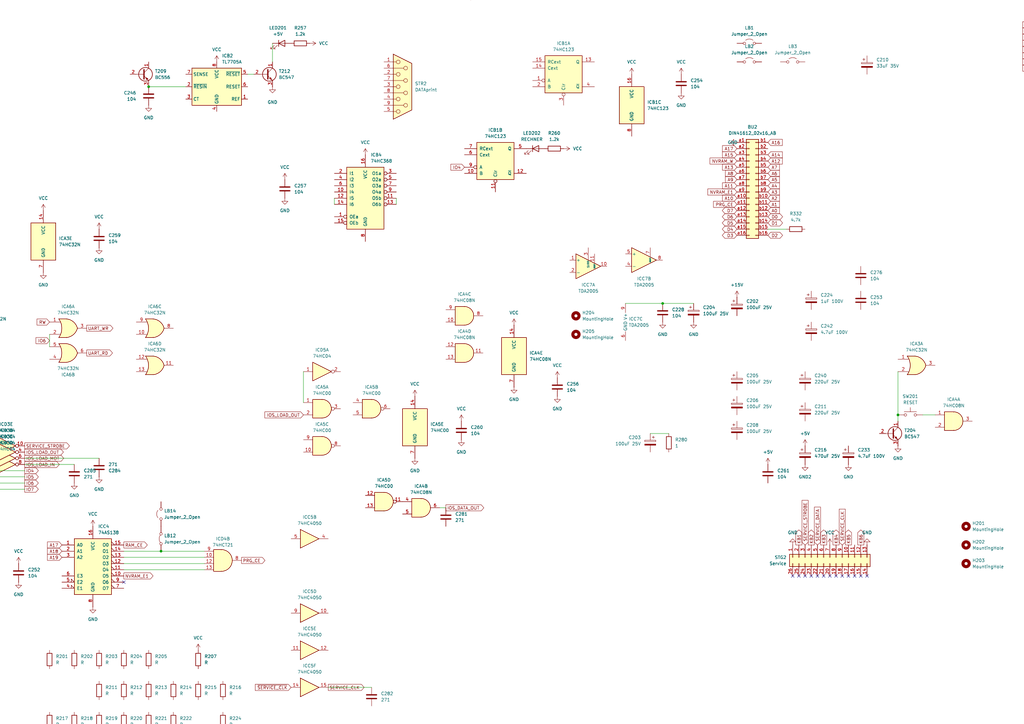
<source format=kicad_sch>
(kicad_sch (version 20250114) (generator "eeschema") (generator_version "9.0")
  (paper "A3")
  (lib_symbols
    (symbol "4xxx:4050" (pin_names (offset 1.016))
      (property "Reference" "U" (at 0 1.27 0))
      (property "Value" "4050" (at 0 -1.27 0))
      (symbol "4050_1_0"
        (pin input line (at -7.62 0 0) (length 3.81) (name "~") (number "3"))
        (pin output line (at 7.62 0 180) (length 3.81) (name "~") (number "2"))
      )
      (symbol "4050_2_0"
        (pin input line (at -7.62 0 0) (length 3.81) (name "~") (number "5"))
        (pin output line (at 7.62 0 180) (length 3.81) (name "~") (number "4"))
      )
      (symbol "4050_3_0"
        (pin input line (at -7.62 0 0) (length 3.81) (name "~") (number "7"))
        (pin output line (at 7.62 0 180) (length 3.81) (name "~") (number "6"))
      )
      (symbol "4050_4_0"
        (pin input line (at -7.62 0 0) (length 3.81) (name "~") (number "9"))
        (pin output line (at 7.62 0 180) (length 3.81) (name "~") (number "10"))
      )
      (symbol "4050_5_0"
        (pin input line (at -7.62 0 0) (length 3.81) (name "~") (number "11"))
        (pin output line (at 7.62 0 180) (length 3.81) (name "~") (number "12"))
      )
      (symbol "4050_6_0"
        (pin input line (at -7.62 0 0) (length 3.81) (name "~") (number "14"))
        (pin output line (at 7.62 0 180) (length 3.81) (name "~") (number "15"))
      )
      (symbol "4050_7_0"
        (pin power_in line (at 0 12.7 270) (length 5.08) (name "VCC") (number "1"))
        (pin power_in line (at 0 -12.7 90) (length 5.08) (name "VSS") (number "8"))
      )
    )
    (symbol "74xx:74HC00" (pin_names (offset 1.016))
      (property "Reference" "U" (at 0 1.27 0))
      (property "Value" "74HC00" (at 0 -1.27 0))
      (symbol "74HC00_1_1"
        (pin input line (at -7.62 2.54 0) (length 3.81) (name "~") (number "1"))
        (pin input line (at -7.62 -2.54 0) (length 3.81) (name "~") (number "2"))
        (pin output inverted (at 7.62 0 180) (length 3.81) (name "~") (number "3"))
      )
      (symbol "74HC00_1_2"
        (pin input inverted (at -7.62 2.54 0) (length 4.318) (name "~") (number "1"))
        (pin input inverted (at -7.62 -2.54 0) (length 4.318) (name "~") (number "2"))
        (pin output line (at 7.62 0 180) (length 3.81) (name "~") (number "3"))
      )
      (symbol "74HC00_2_1"
        (pin input line (at -7.62 2.54 0) (length 3.81) (name "~") (number "4"))
        (pin input line (at -7.62 -2.54 0) (length 3.81) (name "~") (number "5"))
        (pin output inverted (at 7.62 0 180) (length 3.81) (name "~") (number "6"))
      )
      (symbol "74HC00_2_2"
        (pin input inverted (at -7.62 2.54 0) (length 4.318) (name "~") (number "4"))
        (pin input inverted (at -7.62 -2.54 0) (length 4.318) (name "~") (number "5"))
        (pin output line (at 7.62 0 180) (length 3.81) (name "~") (number "6"))
      )
      (symbol "74HC00_3_1"
        (pin input line (at -7.62 2.54 0) (length 3.81) (name "~") (number "9"))
        (pin input line (at -7.62 -2.54 0) (length 3.81) (name "~") (number "10"))
        (pin output inverted (at 7.62 0 180) (length 3.81) (name "~") (number "8"))
      )
      (symbol "74HC00_3_2"
        (pin input inverted (at -7.62 2.54 0) (length 4.318) (name "~") (number "9"))
        (pin input inverted (at -7.62 -2.54 0) (length 4.318) (name "~") (number "10"))
        (pin output line (at 7.62 0 180) (length 3.81) (name "~") (number "8"))
      )
      (symbol "74HC00_4_1"
        (pin input line (at -7.62 2.54 0) (length 3.81) (name "~") (number "12"))
        (pin input line (at -7.62 -2.54 0) (length 3.81) (name "~") (number "13"))
        (pin output inverted (at 7.62 0 180) (length 3.81) (name "~") (number "11"))
      )
      (symbol "74HC00_4_2"
        (pin input inverted (at -7.62 2.54 0) (length 4.318) (name "~") (number "12"))
        (pin input inverted (at -7.62 -2.54 0) (length 4.318) (name "~") (number "13"))
        (pin output line (at 7.62 0 180) (length 3.81) (name "~") (number "11"))
      )
      (symbol "74HC00_5_0"
        (pin power_in line (at 0 12.7 270) (length 5.08) (name "VCC") (number "14"))
        (pin power_in line (at 0 -12.7 90) (length 5.08) (name "GND") (number "7"))
      )
    )
    (symbol "74xx:74HC04"
      (property "Reference" "U" (at 0 1.27 0))
      (property "Value" "74HC04" (at 0 -1.27 0))
      (symbol "74HC04_1_0"
        (pin input line (at -7.62 0 0) (length 3.81) (name "~") (number "1"))
        (pin output inverted (at 7.62 0 180) (length 3.81) (name "~") (number "2"))
      )
      (symbol "74HC04_2_0"
        (pin input line (at -7.62 0 0) (length 3.81) (name "~") (number "3"))
        (pin output inverted (at 7.62 0 180) (length 3.81) (name "~") (number "4"))
      )
      (symbol "74HC04_3_0"
        (pin input line (at -7.62 0 0) (length 3.81) (name "~") (number "5"))
        (pin output inverted (at 7.62 0 180) (length 3.81) (name "~") (number "6"))
      )
      (symbol "74HC04_4_0"
        (pin input line (at -7.62 0 0) (length 3.81) (name "~") (number "9"))
        (pin output inverted (at 7.62 0 180) (length 3.81) (name "~") (number "8"))
      )
      (symbol "74HC04_5_0"
        (pin input line (at -7.62 0 0) (length 3.81) (name "~") (number "11"))
        (pin output inverted (at 7.62 0 180) (length 3.81) (name "~") (number "10"))
      )
      (symbol "74HC04_6_0"
        (pin input line (at -7.62 0 0) (length 3.81) (name "~") (number "13"))
        (pin output inverted (at 7.62 0 180) (length 3.81) (name "~") (number "12"))
      )
      (symbol "74HC04_7_0"
        (pin power_in line (at 0 12.7 270) (length 5.08) (name "VCC") (number "14"))
        (pin power_in line (at 0 -12.7 90) (length 5.08) (name "GND") (number "7"))
      )
    )
    (symbol "74xx:74HC123" (pin_names (offset 1.016))
      (property "Reference" "U" (at -7.62 8.89 0))
      (property "Value" "74HC123" (at -7.62 -8.89 0))
      (symbol "74HC123_1_0"
        (pin input line (at -12.7 5.08 0) (length 5.08) (name "RCext") (number "15"))
        (pin input line (at -12.7 2.54 0) (length 5.08) (name "Cext") (number "14"))
        (pin input inverted (at -12.7 -2.54 0) (length 5.08) (name "A") (number "1"))
        (pin input line (at -12.7 -5.08 0) (length 5.08) (name "B") (number "2"))
        (pin input inverted (at 0 -12.7 90) (length 5.08) (name "Clr") (number "3"))
        (pin output line (at 12.7 5.08 180) (length 5.08) (name "Q") (number "13"))
        (pin output line (at 12.7 -5.08 180) (length 5.08) (name "~{Q}") (number "4"))
      )
      (symbol "74HC123_2_0"
        (pin input line (at -12.7 5.08 0) (length 5.08) (name "RCext") (number "7"))
        (pin input line (at -12.7 2.54 0) (length 5.08) (name "Cext") (number "6"))
        (pin input inverted (at -12.7 -2.54 0) (length 5.08) (name "A") (number "9"))
        (pin input line (at -12.7 -5.08 0) (length 5.08) (name "B") (number "10"))
        (pin input inverted (at 0 -12.7 90) (length 5.08) (name "Clr") (number "11"))
        (pin output line (at 12.7 5.08 180) (length 5.08) (name "Q") (number "5"))
        (pin output line (at 12.7 -5.08 180) (length 5.08) (name "~{Q}") (number "12"))
      )
      (symbol "74HC123_3_0"
        (pin power_in line (at 0 12.7 270) (length 5.08) (name "VCC") (number "16"))
        (pin power_in line (at 0 -12.7 90) (length 5.08) (name "GND") (number "8"))
      )
    )
    (symbol "74xx:74HC138"
      (property "Reference" "U" (at -7.62 13.97 0))
      (property "Value" "74HC138" (at 2.54 -11.43 0))
      (symbol "74HC138_1_1"
        (pin input line (at -10.16 10.16 0) (length 2.54) (name "A0") (number "1"))
        (pin input line (at -10.16 7.62 0) (length 2.54) (name "A1") (number "2"))
        (pin input line (at -10.16 5.08 0) (length 2.54) (name "A2") (number "3"))
        (pin input line (at -10.16 -2.54 0) (length 2.54) (name "~{E0}") (number "4"))
        (pin input line (at -10.16 -5.08 0) (length 2.54) (name "~{E1}") (number "5"))
        (pin input line (at -10.16 -7.62 0) (length 2.54) (name "E2") (number "6"))
        (pin power_in line (at 0 15.24 270) (length 2.54) (name "VCC") (number "16"))
        (pin power_in line (at 0 -12.7 90) (length 2.54) (name "GND") (number "8"))
        (pin output line (at 10.16 10.16 180) (length 2.54) (name "~{Y0}") (number "15"))
        (pin output line (at 10.16 7.62 180) (length 2.54) (name "~{Y1}") (number "14"))
        (pin output line (at 10.16 5.08 180) (length 2.54) (name "~{Y2}") (number "13"))
        (pin output line (at 10.16 2.54 180) (length 2.54) (name "~{Y3}") (number "12"))
        (pin output line (at 10.16 0 180) (length 2.54) (name "~{Y4}") (number "11"))
        (pin output line (at 10.16 -2.54 180) (length 2.54) (name "~{Y5}") (number "10"))
        (pin output line (at 10.16 -5.08 180) (length 2.54) (name "~{Y6}") (number "9"))
        (pin output line (at 10.16 -7.62 180) (length 2.54) (name "~{Y7}") (number "7"))
      )
    )
    (symbol "74xx:74HC245" (pin_names (offset 1.016))
      (property "Reference" "U" (at -7.62 16.51 0))
      (property "Value" "74HC245" (at -7.62 -16.51 0))
      (symbol "74HC245_1_0"
        (pin tri_state line (at -12.7 12.7 0) (length 5.08) (name "A0") (number "2"))
        (pin tri_state line (at -12.7 10.16 0) (length 5.08) (name "A1") (number "3"))
        (pin tri_state line (at -12.7 7.62 0) (length 5.08) (name "A2") (number "4"))
        (pin tri_state line (at -12.7 5.08 0) (length 5.08) (name "A3") (number "5"))
        (pin tri_state line (at -12.7 2.54 0) (length 5.08) (name "A4") (number "6"))
        (pin tri_state line (at -12.7 0 0) (length 5.08) (name "A5") (number "7"))
        (pin tri_state line (at -12.7 -2.54 0) (length 5.08) (name "A6") (number "8"))
        (pin tri_state line (at -12.7 -5.08 0) (length 5.08) (name "A7") (number "9"))
        (pin input line (at -12.7 -10.16 0) (length 5.08) (name "A->B") (number "1"))
        (pin input inverted (at -12.7 -12.7 0) (length 5.08) (name "CE") (number "19"))
        (pin power_in line (at 0 20.32 270) (length 5.08) (name "VCC") (number "20"))
        (pin power_in line (at 0 -20.32 90) (length 5.08) (name "GND") (number "10"))
        (pin tri_state line (at 12.7 12.7 180) (length 5.08) (name "B0") (number "18"))
        (pin tri_state line (at 12.7 10.16 180) (length 5.08) (name "B1") (number "17"))
        (pin tri_state line (at 12.7 7.62 180) (length 5.08) (name "B2") (number "16"))
        (pin tri_state line (at 12.7 5.08 180) (length 5.08) (name "B3") (number "15"))
        (pin tri_state line (at 12.7 2.54 180) (length 5.08) (name "B4") (number "14"))
        (pin tri_state line (at 12.7 0 180) (length 5.08) (name "B5") (number "13"))
        (pin tri_state line (at 12.7 -2.54 180) (length 5.08) (name "B6") (number "12"))
        (pin tri_state line (at 12.7 -5.08 180) (length 5.08) (name "B7") (number "11"))
      )
    )
    (symbol "74xx:74HCT574" (pin_names (offset 1.016))
      (property "Reference" "U" (at -7.62 16.51 0))
      (property "Value" "74HCT574" (at -7.62 -16.51 0))
      (symbol "74HCT574_1_0"
        (pin input line (at -12.7 12.7 0) (length 5.08) (name "D0") (number "2"))
        (pin input line (at -12.7 10.16 0) (length 5.08) (name "D1") (number "3"))
        (pin input line (at -12.7 7.62 0) (length 5.08) (name "D2") (number "4"))
        (pin input line (at -12.7 5.08 0) (length 5.08) (name "D3") (number "5"))
        (pin input line (at -12.7 2.54 0) (length 5.08) (name "D4") (number "6"))
        (pin input line (at -12.7 0 0) (length 5.08) (name "D5") (number "7"))
        (pin input line (at -12.7 -2.54 0) (length 5.08) (name "D6") (number "8"))
        (pin input line (at -12.7 -5.08 0) (length 5.08) (name "D7") (number "9"))
        (pin input clock (at -12.7 -10.16 0) (length 5.08) (name "Cp") (number "11"))
        (pin input inverted (at -12.7 -12.7 0) (length 5.08) (name "OE") (number "1"))
        (pin power_in line (at 0 20.32 270) (length 5.08) (name "VCC") (number "20"))
        (pin power_in line (at 0 -20.32 90) (length 5.08) (name "GND") (number "10"))
        (pin tri_state line (at 12.7 12.7 180) (length 5.08) (name "Q0") (number "19"))
        (pin tri_state line (at 12.7 10.16 180) (length 5.08) (name "Q1") (number "18"))
        (pin tri_state line (at 12.7 7.62 180) (length 5.08) (name "Q2") (number "17"))
        (pin tri_state line (at 12.7 5.08 180) (length 5.08) (name "Q3") (number "16"))
        (pin tri_state line (at 12.7 2.54 180) (length 5.08) (name "Q4") (number "15"))
        (pin tri_state line (at 12.7 0 180) (length 5.08) (name "Q5") (number "14"))
        (pin tri_state line (at 12.7 -2.54 180) (length 5.08) (name "Q6") (number "13"))
        (pin tri_state line (at 12.7 -5.08 180) (length 5.08) (name "Q7") (number "12"))
      )
    )
    (symbol "74xx:74LS08" (pin_names (offset 1.016))
      (property "Reference" "U" (at 0 1.27 0))
      (property "Value" "74LS08" (at 0 -1.27 0))
      (symbol "74LS08_1_1"
        (pin input line (at -7.62 2.54 0) (length 3.81) (name "~") (number "1"))
        (pin input line (at -7.62 -2.54 0) (length 3.81) (name "~") (number "2"))
        (pin output line (at 7.62 0 180) (length 3.81) (name "~") (number "3"))
      )
      (symbol "74LS08_1_2"
        (pin input inverted (at -7.62 2.54 0) (length 4.318) (name "~") (number "1"))
        (pin input inverted (at -7.62 -2.54 0) (length 4.318) (name "~") (number "2"))
        (pin output inverted (at 7.62 0 180) (length 3.81) (name "~") (number "3"))
      )
      (symbol "74LS08_2_1"
        (pin input line (at -7.62 2.54 0) (length 3.81) (name "~") (number "4"))
        (pin input line (at -7.62 -2.54 0) (length 3.81) (name "~") (number "5"))
        (pin output line (at 7.62 0 180) (length 3.81) (name "~") (number "6"))
      )
      (symbol "74LS08_2_2"
        (pin input inverted (at -7.62 2.54 0) (length 4.318) (name "~") (number "4"))
        (pin input inverted (at -7.62 -2.54 0) (length 4.318) (name "~") (number "5"))
        (pin output inverted (at 7.62 0 180) (length 3.81) (name "~") (number "6"))
      )
      (symbol "74LS08_3_1"
        (pin input line (at -7.62 2.54 0) (length 3.81) (name "~") (number "9"))
        (pin input line (at -7.62 -2.54 0) (length 3.81) (name "~") (number "10"))
        (pin output line (at 7.62 0 180) (length 3.81) (name "~") (number "8"))
      )
      (symbol "74LS08_3_2"
        (pin input inverted (at -7.62 2.54 0) (length 4.318) (name "~") (number "9"))
        (pin input inverted (at -7.62 -2.54 0) (length 4.318) (name "~") (number "10"))
        (pin output inverted (at 7.62 0 180) (length 3.81) (name "~") (number "8"))
      )
      (symbol "74LS08_4_1"
        (pin input line (at -7.62 2.54 0) (length 3.81) (name "~") (number "12"))
        (pin input line (at -7.62 -2.54 0) (length 3.81) (name "~") (number "13"))
        (pin output line (at 7.62 0 180) (length 3.81) (name "~") (number "11"))
      )
      (symbol "74LS08_4_2"
        (pin input inverted (at -7.62 2.54 0) (length 4.318) (name "~") (number "12"))
        (pin input inverted (at -7.62 -2.54 0) (length 4.318) (name "~") (number "13"))
        (pin output inverted (at 7.62 0 180) (length 3.81) (name "~") (number "11"))
      )
      (symbol "74LS08_5_0"
        (pin power_in line (at 0 12.7 270) (length 5.08) (name "VCC") (number "14"))
        (pin power_in line (at 0 -12.7 90) (length 5.08) (name "GND") (number "7"))
      )
    )
    (symbol "74xx:74LS138" (pin_names (offset 1.016))
      (property "Reference" "U" (at -7.62 11.43 0))
      (property "Value" "74LS138" (at -7.62 -13.97 0))
      (symbol "74LS138_1_0"
        (pin input line (at -12.7 7.62 0) (length 5.08) (name "A0") (number "1"))
        (pin input line (at -12.7 5.08 0) (length 5.08) (name "A1") (number "2"))
        (pin input line (at -12.7 2.54 0) (length 5.08) (name "A2") (number "3"))
        (pin input line (at -12.7 -5.08 0) (length 5.08) (name "E3") (number "6"))
        (pin input input_low (at -12.7 -7.62 0) (length 5.08) (name "E2") (number "5"))
        (pin input input_low (at -12.7 -10.16 0) (length 5.08) (name "E1") (number "4"))
        (pin power_in line (at 0 15.24 270) (length 5.08) (name "VCC") (number "16"))
        (pin power_in line (at 0 -17.78 90) (length 5.08) (name "GND") (number "8"))
        (pin output output_low (at 12.7 7.62 180) (length 5.08) (name "O0") (number "15"))
        (pin output output_low (at 12.7 5.08 180) (length 5.08) (name "O1") (number "14"))
        (pin output output_low (at 12.7 2.54 180) (length 5.08) (name "O2") (number "13"))
        (pin output output_low (at 12.7 0 180) (length 5.08) (name "O3") (number "12"))
        (pin output output_low (at 12.7 -2.54 180) (length 5.08) (name "O4") (number "11"))
        (pin output output_low (at 12.7 -5.08 180) (length 5.08) (name "O5") (number "10"))
        (pin output output_low (at 12.7 -7.62 180) (length 5.08) (name "O6") (number "9"))
        (pin output output_low (at 12.7 -10.16 180) (length 5.08) (name "O7") (number "7"))
      )
    )
    (symbol "74xx:74LS21" (pin_names (offset 1.016))
      (property "Reference" "U" (at 0 1.27 0))
      (property "Value" "74LS21" (at 0 -1.27 0))
      (symbol "74LS21_1_1"
        (pin input line (at -7.62 3.81 0) (length 3.81) (name "~") (number "1"))
        (pin input line (at -7.62 1.27 0) (length 3.81) (name "~") (number "2"))
        (pin input line (at -7.62 -1.27 0) (length 3.81) (name "~") (number "4"))
        (pin input line (at -7.62 -3.81 0) (length 3.81) (name "~") (number "5"))
        (pin output line (at 7.62 0 180) (length 3.81) (name "~") (number "6"))
      )
      (symbol "74LS21_1_2"
        (pin input inverted (at -7.62 3.81 0) (length 3.81) (name "~") (number "1"))
        (pin input inverted (at -7.62 1.27 0) (length 4.826) (name "~") (number "2"))
        (pin input inverted (at -7.62 -1.27 0) (length 4.826) (name "~") (number "4"))
        (pin input inverted (at -7.62 -3.81 0) (length 3.81) (name "~") (number "5"))
        (pin output inverted (at 7.62 0 180) (length 3.81) (name "~") (number "6"))
      )
      (symbol "74LS21_2_1"
        (pin input line (at -7.62 3.81 0) (length 3.81) (name "~") (number "9"))
        (pin input line (at -7.62 1.27 0) (length 3.81) (name "~") (number "10"))
        (pin input line (at -7.62 -1.27 0) (length 3.81) (name "~") (number "12"))
        (pin input line (at -7.62 -3.81 0) (length 3.81) (name "~") (number "13"))
        (pin output line (at 7.62 0 180) (length 3.81) (name "~") (number "8"))
      )
      (symbol "74LS21_2_2"
        (pin input inverted (at -7.62 3.81 0) (length 3.81) (name "~") (number "9"))
        (pin input inverted (at -7.62 1.27 0) (length 4.826) (name "~") (number "10"))
        (pin input inverted (at -7.62 -1.27 0) (length 4.826) (name "~") (number "12"))
        (pin input inverted (at -7.62 -3.81 0) (length 3.81) (name "~") (number "13"))
        (pin output inverted (at 7.62 0 180) (length 3.81) (name "~") (number "8"))
      )
      (symbol "74LS21_3_0"
        (pin power_in line (at 0 12.7 270) (length 5.08) (name "VCC") (number "14"))
        (pin power_in line (at 0 -12.7 90) (length 5.08) (name "GND") (number "7"))
      )
    )
    (symbol "74xx:74LS32" (pin_names (offset 1.016))
      (property "Reference" "U" (at 0 1.27 0))
      (property "Value" "74LS32" (at 0 -1.27 0))
      (symbol "74LS32_1_1"
        (pin input line (at -7.62 2.54 0) (length 4.318) (name "~") (number "1"))
        (pin input line (at -7.62 -2.54 0) (length 4.318) (name "~") (number "2"))
        (pin output line (at 7.62 0 180) (length 3.81) (name "~") (number "3"))
      )
      (symbol "74LS32_1_2"
        (pin input inverted (at -7.62 2.54 0) (length 3.81) (name "~") (number "1"))
        (pin input inverted (at -7.62 -2.54 0) (length 3.81) (name "~") (number "2"))
        (pin output inverted (at 7.62 0 180) (length 3.81) (name "~") (number "3"))
      )
      (symbol "74LS32_2_1"
        (pin input line (at -7.62 2.54 0) (length 4.318) (name "~") (number "4"))
        (pin input line (at -7.62 -2.54 0) (length 4.318) (name "~") (number "5"))
        (pin output line (at 7.62 0 180) (length 3.81) (name "~") (number "6"))
      )
      (symbol "74LS32_2_2"
        (pin input inverted (at -7.62 2.54 0) (length 3.81) (name "~") (number "4"))
        (pin input inverted (at -7.62 -2.54 0) (length 3.81) (name "~") (number "5"))
        (pin output inverted (at 7.62 0 180) (length 3.81) (name "~") (number "6"))
      )
      (symbol "74LS32_3_1"
        (pin input line (at -7.62 2.54 0) (length 4.318) (name "~") (number "9"))
        (pin input line (at -7.62 -2.54 0) (length 4.318) (name "~") (number "10"))
        (pin output line (at 7.62 0 180) (length 3.81) (name "~") (number "8"))
      )
      (symbol "74LS32_3_2"
        (pin input inverted (at -7.62 2.54 0) (length 3.81) (name "~") (number "9"))
        (pin input inverted (at -7.62 -2.54 0) (length 3.81) (name "~") (number "10"))
        (pin output inverted (at 7.62 0 180) (length 3.81) (name "~") (number "8"))
      )
      (symbol "74LS32_4_1"
        (pin input line (at -7.62 2.54 0) (length 4.318) (name "~") (number "12"))
        (pin input line (at -7.62 -2.54 0) (length 4.318) (name "~") (number "13"))
        (pin output line (at 7.62 0 180) (length 3.81) (name "~") (number "11"))
      )
      (symbol "74LS32_4_2"
        (pin input inverted (at -7.62 2.54 0) (length 3.81) (name "~") (number "12"))
        (pin input inverted (at -7.62 -2.54 0) (length 3.81) (name "~") (number "13"))
        (pin output inverted (at 7.62 0 180) (length 3.81) (name "~") (number "11"))
      )
      (symbol "74LS32_5_0"
        (pin power_in line (at 0 12.7 270) (length 5.08) (name "VCC") (number "14"))
        (pin power_in line (at 0 -12.7 90) (length 5.08) (name "GND") (number "7"))
      )
    )
    (symbol "74xx:74LS368" (pin_names (offset 1.016))
      (property "Reference" "U" (at -7.62 13.97 0))
      (property "Value" "74LS368" (at -7.62 -13.97 0))
      (symbol "74LS368_1_0"
        (pin input line (at -12.7 10.16 0) (length 5.08) (name "I1") (number "2"))
        (pin input line (at -12.7 7.62 0) (length 5.08) (name "I2") (number "4"))
        (pin input line (at -12.7 5.08 0) (length 5.08) (name "I3") (number "6"))
        (pin input line (at -12.7 2.54 0) (length 5.08) (name "I4") (number "10"))
        (pin input line (at -12.7 0 0) (length 5.08) (name "I5") (number "12"))
        (pin input line (at -12.7 -2.54 0) (length 5.08) (name "I6") (number "14"))
        (pin input inverted (at -12.7 -7.62 0) (length 5.08) (name "OEa") (number "1"))
        (pin input inverted (at -12.7 -10.16 0) (length 5.08) (name "OEb") (number "15"))
        (pin power_in line (at 0 17.78 270) (length 5.08) (name "VCC") (number "16"))
        (pin power_in line (at 0 -17.78 90) (length 5.08) (name "GND") (number "8"))
        (pin tri_state inverted (at 12.7 10.16 180) (length 5.08) (name "O1a") (number "3"))
        (pin tri_state inverted (at 12.7 7.62 180) (length 5.08) (name "O2a") (number "5"))
        (pin tri_state inverted (at 12.7 5.08 180) (length 5.08) (name "O3a") (number "7"))
        (pin tri_state inverted (at 12.7 2.54 180) (length 5.08) (name "O4a") (number "9"))
        (pin tri_state inverted (at 12.7 0 180) (length 5.08) (name "O5b") (number "11"))
        (pin tri_state inverted (at 12.7 -2.54 180) (length 5.08) (name "O6b") (number "13"))
      )
    )
    (symbol "Amplifier_Audio:TDA2005" (pin_names (offset 0.127))
      (property "Reference" "U" (at 7.62 6.35 0))
      (property "Value" "TDA2005" (at 7.62 3.81 0))
      (symbol "TDA2005_1_1"
        (pin input line (at -7.62 2.54 0) (length 2.54) (name "+") (number "1"))
        (pin input line (at -7.62 -2.54 0) (length 2.54) (name "-") (number "2"))
        (pin passive line (at 0 7.62 270) (length 5.08) (name "SVRR") (number "3"))
        (pin passive line (at 2.54 5.08 270) (length 3.81) (name "BOOT") (number "11"))
        (pin output line (at 7.62 0 180) (length 2.54) (name "~") (number "10"))
      )
      (symbol "TDA2005_2_1"
        (pin input line (at -7.62 2.54 0) (length 2.54) (name "+") (number "5"))
        (pin input line (at -7.62 -2.54 0) (length 2.54) (name "-") (number "4"))
        (pin passive line (at 2.54 5.08 270) (length 3.81) (name "BOOT") (number "7"))
        (pin output line (at 7.62 0 180) (length 2.54) (name "~") (number "8"))
      )
      (symbol "TDA2005_3_1"
        (pin power_in line (at -2.54 7.62 270) (length 3.81) (name "V+") (number "9"))
        (pin power_in line (at -2.54 -7.62 90) (length 3.81) (name "GND") (number "6"))
      )
    )
    (symbol "Connector:DE9_Socket" (pin_names (offset 1.016) (hide yes))
      (property "Reference" "J" (at 0 13.97 0))
      (property "Value" "DE9_Socket" (at 0 -14.605 0))
      (symbol "DE9_Socket_1_1"
        (pin passive line (at -7.62 10.16 0) (length 3.81) (name "1") (number "1"))
        (pin passive line (at -7.62 7.62 0) (length 3.81) (name "6") (number "6"))
        (pin passive line (at -7.62 5.08 0) (length 3.81) (name "2") (number "2"))
        (pin passive line (at -7.62 2.54 0) (length 3.81) (name "7") (number "7"))
        (pin passive line (at -7.62 0 0) (length 3.81) (name "3") (number "3"))
        (pin passive line (at -7.62 -2.54 0) (length 3.81) (name "8") (number "8"))
        (pin passive line (at -7.62 -5.08 0) (length 3.81) (name "4") (number "4"))
        (pin passive line (at -7.62 -7.62 0) (length 3.81) (name "9") (number "9"))
        (pin passive line (at -7.62 -10.16 0) (length 3.81) (name "5") (number "5"))
      )
    )
    (symbol "Connector:DIN41612_02x16_AB" (pin_names (offset 1.016) (hide yes))
      (property "Reference" "J" (at 1.27 20.32 0))
      (property "Value" "DIN41612_02x16_AB" (at 1.27 -22.86 0))
      (symbol "DIN41612_02x16_AB_1_1"
        (pin passive line (at -5.08 17.78 0) (length 3.81) (name "Pin_a1") (number "a1"))
        (pin passive line (at -5.08 15.24 0) (length 3.81) (name "Pin_a2") (number "a2"))
        (pin passive line (at -5.08 12.7 0) (length 3.81) (name "Pin_a3") (number "a3"))
        (pin passive line (at -5.08 10.16 0) (length 3.81) (name "Pin_a4") (number "a4"))
        (pin passive line (at -5.08 7.62 0) (length 3.81) (name "Pin_a5") (number "a5"))
        (pin passive line (at -5.08 5.08 0) (length 3.81) (name "Pin_a6") (number "a6"))
        (pin passive line (at -5.08 2.54 0) (length 3.81) (name "Pin_a7") (number "a7"))
        (pin passive line (at -5.08 0 0) (length 3.81) (name "Pin_a8") (number "a8"))
        (pin passive line (at -5.08 -2.54 0) (length 3.81) (name "Pin_a9") (number "a9"))
        (pin passive line (at -5.08 -5.08 0) (length 3.81) (name "Pin_a10") (number "a10"))
        (pin passive line (at -5.08 -7.62 0) (length 3.81) (name "Pin_a11") (number "a11"))
        (pin passive line (at -5.08 -10.16 0) (length 3.81) (name "Pin_a12") (number "a12"))
        (pin passive line (at -5.08 -12.7 0) (length 3.81) (name "Pin_a13") (number "a13"))
        (pin passive line (at -5.08 -15.24 0) (length 3.81) (name "Pin_a14") (number "a14"))
        (pin passive line (at -5.08 -17.78 0) (length 3.81) (name "Pin_a15") (number "a15"))
        (pin passive line (at -5.08 -20.32 0) (length 3.81) (name "Pin_a16") (number "a16"))
        (pin passive line (at 7.62 17.78 180) (length 3.81) (name "Pin_b1") (number "b1"))
        (pin passive line (at 7.62 15.24 180) (length 3.81) (name "Pin_b2") (number "b2"))
        (pin passive line (at 7.62 12.7 180) (length 3.81) (name "Pin_b3") (number "b3"))
        (pin passive line (at 7.62 10.16 180) (length 3.81) (name "Pin_b4") (number "b4"))
        (pin passive line (at 7.62 7.62 180) (length 3.81) (name "Pin_b5") (number "b5"))
        (pin passive line (at 7.62 5.08 180) (length 3.81) (name "Pin_b6") (number "b6"))
        (pin passive line (at 7.62 2.54 180) (length 3.81) (name "Pin_b7") (number "b7"))
        (pin passive line (at 7.62 0 180) (length 3.81) (name "Pin_b8") (number "b8"))
        (pin passive line (at 7.62 -2.54 180) (length 3.81) (name "Pin_b9") (number "b9"))
        (pin passive line (at 7.62 -5.08 180) (length 3.81) (name "Pin_b10") (number "b10"))
        (pin passive line (at 7.62 -7.62 180) (length 3.81) (name "Pin_b11") (number "b11"))
        (pin passive line (at 7.62 -10.16 180) (length 3.81) (name "Pin_b12") (number "b12"))
        (pin passive line (at 7.62 -12.7 180) (length 3.81) (name "Pin_b13") (number "b13"))
        (pin passive line (at 7.62 -15.24 180) (length 3.81) (name "Pin_b14") (number "b14"))
        (pin passive line (at 7.62 -17.78 180) (length 3.81) (name "Pin_b15") (number "b15"))
        (pin passive line (at 7.62 -20.32 180) (length 3.81) (name "Pin_b16") (number "b16"))
      )
    )
    (symbol "Connector_Generic:Conn_01x02" (pin_names (offset 1.016) (hide yes))
      (property "Reference" "J" (at 0 2.54 0))
      (property "Value" "Conn_01x02" (at 0 -5.08 0))
      (symbol "Conn_01x02_1_1"
        (pin passive line (at -5.08 0 0) (length 3.81) (name "Pin_1") (number "1"))
        (pin passive line (at -5.08 -2.54 0) (length 3.81) (name "Pin_2") (number "2"))
      )
    )
    (symbol "Connector_Generic:Conn_01x04" (pin_names (offset 1.016) (hide yes))
      (property "Reference" "J" (at 0 5.08 0))
      (property "Value" "Conn_01x04" (at 0 -7.62 0))
      (symbol "Conn_01x04_1_1"
        (pin passive line (at -5.08 2.54 0) (length 3.81) (name "Pin_1") (number "1"))
        (pin passive line (at -5.08 0 0) (length 3.81) (name "Pin_2") (number "2"))
        (pin passive line (at -5.08 -2.54 0) (length 3.81) (name "Pin_3") (number "3"))
        (pin passive line (at -5.08 -5.08 0) (length 3.81) (name "Pin_4") (number "4"))
      )
    )
    (symbol "Connector_Generic:Conn_01x06" (pin_names (offset 1.016) (hide yes))
      (property "Reference" "J" (at 0 7.62 0))
      (property "Value" "Conn_01x06" (at 0 -10.16 0))
      (symbol "Conn_01x06_1_1"
        (pin passive line (at -5.08 5.08 0) (length 3.81) (name "Pin_1") (number "1"))
        (pin passive line (at -5.08 2.54 0) (length 3.81) (name "Pin_2") (number "2"))
        (pin passive line (at -5.08 0 0) (length 3.81) (name "Pin_3") (number "3"))
        (pin passive line (at -5.08 -2.54 0) (length 3.81) (name "Pin_4") (number "4"))
        (pin passive line (at -5.08 -5.08 0) (length 3.81) (name "Pin_5") (number "5"))
        (pin passive line (at -5.08 -7.62 0) (length 3.81) (name "Pin_6") (number "6"))
      )
    )
    (symbol "Connector_Generic:Conn_01x08" (pin_names (offset 1.016) (hide yes))
      (property "Reference" "J" (at 0 10.16 0))
      (property "Value" "Conn_01x08" (at 0 -12.7 0))
      (symbol "Conn_01x08_1_1"
        (pin passive line (at -5.08 7.62 0) (length 3.81) (name "Pin_1") (number "1"))
        (pin passive line (at -5.08 5.08 0) (length 3.81) (name "Pin_2") (number "2"))
        (pin passive line (at -5.08 2.54 0) (length 3.81) (name "Pin_3") (number "3"))
        (pin passive line (at -5.08 0 0) (length 3.81) (name "Pin_4") (number "4"))
        (pin passive line (at -5.08 -2.54 0) (length 3.81) (name "Pin_5") (number "5"))
        (pin passive line (at -5.08 -5.08 0) (length 3.81) (name "Pin_6") (number "6"))
        (pin passive line (at -5.08 -7.62 0) (length 3.81) (name "Pin_7") (number "7"))
        (pin passive line (at -5.08 -10.16 0) (length 3.81) (name "Pin_8") (number "8"))
      )
    )
    (symbol "Connector_Generic:Conn_01x10" (pin_names (offset 1.016) (hide yes))
      (property "Reference" "J" (at 0 12.7 0))
      (property "Value" "Conn_01x10" (at 0 -15.24 0))
      (symbol "Conn_01x10_1_1"
        (pin passive line (at -5.08 10.16 0) (length 3.81) (name "Pin_1") (number "1"))
        (pin passive line (at -5.08 7.62 0) (length 3.81) (name "Pin_2") (number "2"))
        (pin passive line (at -5.08 5.08 0) (length 3.81) (name "Pin_3") (number "3"))
        (pin passive line (at -5.08 2.54 0) (length 3.81) (name "Pin_4") (number "4"))
        (pin passive line (at -5.08 0 0) (length 3.81) (name "Pin_5") (number "5"))
        (pin passive line (at -5.08 -2.54 0) (length 3.81) (name "Pin_6") (number "6"))
        (pin passive line (at -5.08 -5.08 0) (length 3.81) (name "Pin_7") (number "7"))
        (pin passive line (at -5.08 -7.62 0) (length 3.81) (name "Pin_8") (number "8"))
        (pin passive line (at -5.08 -10.16 0) (length 3.81) (name "Pin_9") (number "9"))
        (pin passive line (at -5.08 -12.7 0) (length 3.81) (name "Pin_10") (number "10"))
      )
    )
    (symbol "Connector_Generic:Conn_02x13_Counter_Clockwise" (pin_names (offset 1.016) (hide yes))
      (property "Reference" "J" (at 1.27 17.78 0))
      (property "Value" "Conn_02x13_Counter_Clockwise" (at 1.27 -17.78 0))
      (symbol "Conn_02x13_Counter_Clockwise_1_1"
        (pin passive line (at -5.08 15.24 0) (length 3.81) (name "Pin_1") (number "1"))
        (pin passive line (at -5.08 12.7 0) (length 3.81) (name "Pin_2") (number "2"))
        (pin passive line (at -5.08 10.16 0) (length 3.81) (name "Pin_3") (number "3"))
        (pin passive line (at -5.08 7.62 0) (length 3.81) (name "Pin_4") (number "4"))
        (pin passive line (at -5.08 5.08 0) (length 3.81) (name "Pin_5") (number "5"))
        (pin passive line (at -5.08 2.54 0) (length 3.81) (name "Pin_6") (number "6"))
        (pin passive line (at -5.08 0 0) (length 3.81) (name "Pin_7") (number "7"))
        (pin passive line (at -5.08 -2.54 0) (length 3.81) (name "Pin_8") (number "8"))
        (pin passive line (at -5.08 -5.08 0) (length 3.81) (name "Pin_9") (number "9"))
        (pin passive line (at -5.08 -7.62 0) (length 3.81) (name "Pin_10") (number "10"))
        (pin passive line (at -5.08 -10.16 0) (length 3.81) (name "Pin_11") (number "11"))
        (pin passive line (at -5.08 -12.7 0) (length 3.81) (name "Pin_12") (number "12"))
        (pin passive line (at -5.08 -15.24 0) (length 3.81) (name "Pin_13") (number "13"))
        (pin passive line (at 7.62 15.24 180) (length 3.81) (name "Pin_26") (number "26"))
        (pin passive line (at 7.62 12.7 180) (length 3.81) (name "Pin_25") (number "25"))
        (pin passive line (at 7.62 10.16 180) (length 3.81) (name "Pin_24") (number "24"))
        (pin passive line (at 7.62 7.62 180) (length 3.81) (name "Pin_23") (number "23"))
        (pin passive line (at 7.62 5.08 180) (length 3.81) (name "Pin_22") (number "22"))
        (pin passive line (at 7.62 2.54 180) (length 3.81) (name "Pin_21") (number "21"))
        (pin passive line (at 7.62 0 180) (length 3.81) (name "Pin_20") (number "20"))
        (pin passive line (at 7.62 -2.54 180) (length 3.81) (name "Pin_19") (number "19"))
        (pin passive line (at 7.62 -5.08 180) (length 3.81) (name "Pin_18") (number "18"))
        (pin passive line (at 7.62 -7.62 180) (length 3.81) (name "Pin_17") (number "17"))
        (pin passive line (at 7.62 -10.16 180) (length 3.81) (name "Pin_16") (number "16"))
        (pin passive line (at 7.62 -12.7 180) (length 3.81) (name "Pin_15") (number "15"))
        (pin passive line (at 7.62 -15.24 180) (length 3.81) (name "Pin_14") (number "14"))
      )
    )
    (symbol "DUART:SCC2692AC"
      (property "Reference" "U" (at 8.89 37.846 0))
      (symbol "SCC2692AC_0_0"
        (pin bidirectional line (at -15.24 25.4 0) (length 2.54) (name "D0") (number "19"))
        (pin bidirectional line (at -15.24 22.86 0) (length 2.54) (name "D1") (number "10"))
        (pin bidirectional line (at -15.24 20.32 0) (length 2.54) (name "D2") (number "18"))
        (pin bidirectional line (at -15.24 17.78 0) (length 2.54) (name "D3") (number "11"))
        (pin bidirectional line (at -15.24 15.24 0) (length 2.54) (name "D4") (number "17"))
        (pin bidirectional line (at -15.24 12.7 0) (length 2.54) (name "D5") (number "12"))
        (pin bidirectional line (at -15.24 10.16 0) (length 2.54) (name "D6") (number "16"))
        (pin bidirectional line (at -15.24 7.62 0) (length 2.54) (name "D7") (number "13"))
        (pin input line (at -15.24 2.54 0) (length 2.54) (name "RDN") (number "6"))
        (pin input line (at -15.24 0 0) (length 2.54) (name "WRN") (number "5"))
        (pin input line (at -15.24 -2.54 0) (length 2.54) (name "CEN") (number "26"))
        (pin input line (at -15.24 -5.08 0) (length 2.54) (name "A0") (number "1"))
        (pin input line (at -15.24 -7.62 0) (length 2.54) (name "A1") (number "2"))
        (pin input line (at -15.24 -10.16 0) (length 2.54) (name "A2") (number "3"))
        (pin input line (at -15.24 -12.7 0) (length 2.54) (name "A3") (number "4"))
        (pin input line (at -15.24 -15.24 0) (length 2.54) (name "RESET") (number "25"))
        (pin output line (at -15.24 -20.32 0) (length 2.54) (name "INTRN") (number "15"))
        (pin input clock (at -15.24 -25.4 0) (length 2.54) (name "X1/CLK") (number "23"))
        (pin input clock (at -15.24 -27.94 0) (length 2.54) (name "X2") (number "24"))
        (pin output line (at 15.24 25.4 180) (length 2.54) (name "TxDA") (number "21"))
        (pin input line (at 15.24 22.86 180) (length 2.54) (name "RxDA") (number "22"))
        (pin output line (at 15.24 17.78 180) (length 2.54) (name "TxDB") (number "8"))
        (pin input line (at 15.24 15.24 180) (length 2.54) (name "RxDB") (number "7"))
        (pin input line (at 15.24 0 180) (length 2.54) (name "IP2") (number "27"))
        (pin output line (at 15.24 -10.16 180) (length 2.54) (name "OP0") (number "20"))
        (pin output line (at 15.24 -12.7 180) (length 2.54) (name "OP1") (number "9"))
        (pin power_in line (at 15.24 -25.4 180) (length 2.54) (name "Vcc") (number "28"))
        (pin power_in line (at 15.24 -27.94 180) (length 2.54) (name "GND") (number "14"))
      )
    )
    (symbol "Device:C" (pin_numbers (hide yes)) (pin_names (offset 0.254))
      (property "Reference" "C" (at 0.635 2.54 0))
      (property "Value" "C" (at 0.635 -2.54 0))
      (symbol "C_1_1"
        (pin passive line (at 0 3.81 270) (length 2.794) (name "~") (number "1"))
        (pin passive line (at 0 -3.81 90) (length 2.794) (name "~") (number "2"))
      )
    )
    (symbol "Device:C_Polarized" (pin_numbers (hide yes)) (pin_names (offset 0.254))
      (property "Reference" "C" (at 0.635 2.54 0))
      (property "Value" "C_Polarized" (at 0.635 -2.54 0))
      (symbol "C_Polarized_1_1"
        (pin passive line (at 0 3.81 270) (length 2.794) (name "~") (number "1"))
        (pin passive line (at 0 -3.81 90) (length 2.794) (name "~") (number "2"))
      )
    )
    (symbol "Device:Crystal" (pin_numbers (hide yes)) (pin_names (offset 1.016) (hide yes))
      (property "Reference" "Y" (at 0 3.81 0))
      (property "Value" "Crystal" (at 0 -3.81 0))
      (symbol "Crystal_1_1"
        (pin passive line (at -3.81 0 0) (length 1.27) (name "1") (number "1"))
        (pin passive line (at 3.81 0 180) (length 1.27) (name "2") (number "2"))
      )
    )
    (symbol "Device:D_Zener" (pin_numbers (hide yes)) (pin_names (offset 1.016) (hide yes))
      (property "Reference" "D" (at 0 2.54 0))
      (property "Value" "D_Zener" (at 0 -2.54 0))
      (symbol "D_Zener_1_1"
        (pin passive line (at -3.81 0 0) (length 2.54) (name "K") (number "1"))
        (pin passive line (at 3.81 0 180) (length 2.54) (name "A") (number "2"))
      )
    )
    (symbol "Device:LED" (pin_numbers (hide yes)) (pin_names (offset 1.016) (hide yes))
      (property "Reference" "D" (at 0 2.54 0))
      (property "Value" "LED" (at 0 -2.54 0))
      (symbol "LED_1_1"
        (pin passive line (at -3.81 0 0) (length 2.54) (name "K") (number "1"))
        (pin passive line (at 3.81 0 180) (length 2.54) (name "A") (number "2"))
      )
    )
    (symbol "Device:R" (pin_numbers (hide yes)) (pin_names (offset 0))
      (property "Reference" "R" (at 2.032 0 90))
      (property "Value" "R" (at 0 0 90))
      (symbol "R_1_1"
        (pin passive line (at 0 3.81 270) (length 1.27) (name "~") (number "1"))
        (pin passive line (at 0 -3.81 90) (length 1.27) (name "~") (number "2"))
      )
    )
    (symbol "Device:R_Network08" (pin_names (offset 0) (hide yes))
      (property "Reference" "RN" (at -12.7 0 90))
      (property "Value" "R_Network08" (at 10.16 0 90))
      (symbol "R_Network08_1_1"
        (pin passive line (at -10.16 5.08 270) (length 2.54) (name "common") (number "1"))
        (pin passive line (at -10.16 -5.08 90) (length 1.27) (name "R1") (number "2"))
        (pin passive line (at -7.62 -5.08 90) (length 1.27) (name "R2") (number "3"))
        (pin passive line (at -5.08 -5.08 90) (length 1.27) (name "R3") (number "4"))
        (pin passive line (at -2.54 -5.08 90) (length 1.27) (name "R4") (number "5"))
        (pin passive line (at 0 -5.08 90) (length 1.27) (name "R5") (number "6"))
        (pin passive line (at 2.54 -5.08 90) (length 1.27) (name "R6") (number "7"))
        (pin passive line (at 5.08 -5.08 90) (length 1.27) (name "R7") (number "8"))
        (pin passive line (at 7.62 -5.08 90) (length 1.27) (name "R8") (number "9"))
      )
    )
    (symbol "Device:R_Potentiometer" (pin_names (offset 1.016) (hide yes))
      (property "Reference" "RV" (at -4.445 0 90))
      (property "Value" "R_Potentiometer" (at -2.54 0 90))
      (symbol "R_Potentiometer_1_1"
        (pin passive line (at 0 3.81 270) (length 1.27) (name "1") (number "1"))
        (pin passive line (at 0 -3.81 90) (length 1.27) (name "3") (number "3"))
        (pin passive line (at 3.81 0 180) (length 1.27) (name "2") (number "2"))
      )
    )
    (symbol "Diode:1N4001" (pin_numbers (hide yes)) (pin_names (hide yes))
      (property "Reference" "D" (at 0 2.54 0))
      (property "Value" "1N4001" (at 0 -2.54 0))
      (symbol "1N4001_1_1"
        (pin passive line (at -3.81 0 0) (length 2.54) (name "K") (number "1"))
        (pin passive line (at 3.81 0 180) (length 2.54) (name "A") (number "2"))
      )
    )
    (symbol "Diode:BAT48RL" (pin_numbers (hide yes)) (pin_names (offset 1.016) (hide yes))
      (property "Reference" "D" (at 0 2.54 0))
      (property "Value" "BAT48RL" (at 0 -2.54 0))
      (symbol "BAT48RL_1_1"
        (pin passive line (at -3.81 0 0) (length 2.54) (name "K") (number "1"))
        (pin passive line (at 3.81 0 180) (length 2.54) (name "A") (number "2"))
      )
    )
    (symbol "Diode:BAT85" (pin_numbers (hide yes)) (pin_names (offset 1.016) (hide yes))
      (property "Reference" "D" (at 0 2.54 0))
      (property "Value" "BAT85" (at 0 -2.54 0))
      (symbol "BAT85_1_1"
        (pin passive line (at -3.81 0 0) (length 2.54) (name "K") (number "1"))
        (pin passive line (at 3.81 0 180) (length 2.54) (name "A") (number "2"))
      )
    )
    (symbol "Jumper:Jumper_2_Bridged" (pin_numbers (hide yes)) (pin_names (offset 0) (hide yes))
      (property "Reference" "JP" (at 0 1.905 0))
      (property "Value" "Jumper_2_Bridged" (at 0 -2.54 0))
      (symbol "Jumper_2_Bridged_1_1"
        (pin passive line (at -5.08 0 0) (length 2.54) (name "A") (number "1"))
        (pin passive line (at 5.08 0 180) (length 2.54) (name "B") (number "2"))
      )
    )
    (symbol "Jumper:Jumper_2_Open" (pin_numbers (hide yes)) (pin_names (offset 0) (hide yes))
      (property "Reference" "JP" (at 0 2.794 0))
      (property "Value" "Jumper_2_Open" (at 0 -2.286 0))
      (symbol "Jumper_2_Open_1_1"
        (pin passive line (at -5.08 0 0) (length 2.54) (name "A") (number "1"))
        (pin passive line (at 5.08 0 180) (length 2.54) (name "B") (number "2"))
      )
    )
    (symbol "Mechanical:MountingHole" (pin_names (offset 1.016)) (in_bom no)
      (property "Reference" "H" (at 0 5.08 0))
      (property "Value" "MountingHole" (at 0 3.175 0))
    )
    (symbol "Memory_EPROM:27C040"
      (property "Reference" "U" (at -7.62 31.75 0))
      (property "Value" "27C040" (at 2.54 -31.75 0))
      (symbol "27C040_1_1"
        (pin input line (at -10.16 27.94 0) (length 2.54) (name "A0") (number "12"))
        (pin input line (at -10.16 25.4 0) (length 2.54) (name "A1") (number "11"))
        (pin input line (at -10.16 22.86 0) (length 2.54) (name "A2") (number "10"))
        (pin input line (at -10.16 20.32 0) (length 2.54) (name "A3") (number "9"))
        (pin input line (at -10.16 17.78 0) (length 2.54) (name "A4") (number "8"))
        (pin input line (at -10.16 15.24 0) (length 2.54) (name "A5") (number "7"))
        (pin input line (at -10.16 12.7 0) (length 2.54) (name "A6") (number "6"))
        (pin input line (at -10.16 10.16 0) (length 2.54) (name "A7") (number "5"))
        (pin input line (at -10.16 7.62 0) (length 2.54) (name "A8") (number "27"))
        (pin input line (at -10.16 5.08 0) (length 2.54) (name "A9") (number "26"))
        (pin input line (at -10.16 2.54 0) (length 2.54) (name "A10") (number "23"))
        (pin input line (at -10.16 0 0) (length 2.54) (name "A11") (number "25"))
        (pin input line (at -10.16 -2.54 0) (length 2.54) (name "A12") (number "4"))
        (pin input line (at -10.16 -5.08 0) (length 2.54) (name "A13") (number "28"))
        (pin input line (at -10.16 -7.62 0) (length 2.54) (name "A14") (number "29"))
        (pin input line (at -10.16 -10.16 0) (length 2.54) (name "A15") (number "3"))
        (pin input line (at -10.16 -12.7 0) (length 2.54) (name "A16") (number "2"))
        (pin input line (at -10.16 -15.24 0) (length 2.54) (name "A17") (number "30"))
        (pin input line (at -10.16 -17.78 0) (length 2.54) (name "A18") (number "31"))
        (pin input line (at -10.16 -22.86 0) (length 2.54) (name "VPP") (number "1"))
        (pin input line (at -10.16 -25.4 0) (length 2.54) (name "~{CE}") (number "22"))
        (pin input line (at -10.16 -27.94 0) (length 2.54) (name "~{OE}") (number "24"))
        (pin power_in line (at 0 33.02 270) (length 2.54) (name "VCC") (number "32"))
        (pin power_in line (at 0 -33.02 90) (length 2.54) (name "GND") (number "16"))
        (pin tri_state line (at 10.16 27.94 180) (length 2.54) (name "D0") (number "13"))
        (pin tri_state line (at 10.16 25.4 180) (length 2.54) (name "D1") (number "14"))
        (pin tri_state line (at 10.16 22.86 180) (length 2.54) (name "D2") (number "15"))
        (pin tri_state line (at 10.16 20.32 180) (length 2.54) (name "D3") (number "17"))
        (pin tri_state line (at 10.16 17.78 180) (length 2.54) (name "D4") (number "18"))
        (pin tri_state line (at 10.16 15.24 180) (length 2.54) (name "D5") (number "19"))
        (pin tri_state line (at 10.16 12.7 180) (length 2.54) (name "D6") (number "20"))
        (pin tri_state line (at 10.16 10.16 180) (length 2.54) (name "D7") (number "21"))
      )
    )
    (symbol "Memory_RAM:IS62C256AL"
      (property "Reference" "U" (at -9.144 21.844 0))
      (property "Value" "IS62C256AL" (at 8.128 21.844 0))
      (symbol "IS62C256AL_0_0"
        (pin power_in line (at 0 -22.86 90) (length 2.54) (name "GND") (number "14"))
      )
      (symbol "IS62C256AL_1_0"
        (pin power_in line (at 0 22.86 270) (length 2.54) (name "VDD") (number "28"))
      )
      (symbol "IS62C256AL_1_1"
        (pin input line (at -12.7 17.78 0) (length 2.54) (name "A0") (number "10"))
        (pin input line (at -12.7 15.24 0) (length 2.54) (name "A1") (number "9"))
        (pin input line (at -12.7 12.7 0) (length 2.54) (name "A2") (number "8"))
        (pin input line (at -12.7 10.16 0) (length 2.54) (name "A3") (number "7"))
        (pin input line (at -12.7 7.62 0) (length 2.54) (name "A4") (number "6"))
        (pin input line (at -12.7 5.08 0) (length 2.54) (name "A5") (number "5"))
        (pin input line (at -12.7 2.54 0) (length 2.54) (name "A6") (number "4"))
        (pin input line (at -12.7 0 0) (length 2.54) (name "A7") (number "3"))
        (pin input line (at -12.7 -2.54 0) (length 2.54) (name "A8") (number "25"))
        (pin input line (at -12.7 -5.08 0) (length 2.54) (name "A9") (number "24"))
        (pin input line (at -12.7 -7.62 0) (length 2.54) (name "A10") (number "21"))
        (pin input line (at -12.7 -10.16 0) (length 2.54) (name "A11") (number "23"))
        (pin input line (at -12.7 -12.7 0) (length 2.54) (name "A12") (number "2"))
        (pin input line (at -12.7 -15.24 0) (length 2.54) (name "A13") (number "26"))
        (pin input line (at -12.7 -17.78 0) (length 2.54) (name "A14") (number "1"))
        (pin tri_state line (at 12.7 17.78 180) (length 2.54) (name "I/O0") (number "11"))
        (pin tri_state line (at 12.7 15.24 180) (length 2.54) (name "I/O1") (number "12"))
        (pin tri_state line (at 12.7 12.7 180) (length 2.54) (name "I/O2") (number "13"))
        (pin tri_state line (at 12.7 10.16 180) (length 2.54) (name "I/O3") (number "15"))
        (pin tri_state line (at 12.7 7.62 180) (length 2.54) (name "I/O4") (number "16"))
        (pin tri_state line (at 12.7 5.08 180) (length 2.54) (name "I/O5") (number "17"))
        (pin tri_state line (at 12.7 2.54 180) (length 2.54) (name "I/O6") (number "18"))
        (pin tri_state line (at 12.7 0 180) (length 2.54) (name "I/O7") (number "19"))
        (pin input line (at 12.7 -5.08 180) (length 2.54) (name "~{CE}") (number "20"))
        (pin input line (at 12.7 -10.16 180) (length 2.54) (name "~{OE}") (number "22"))
        (pin input line (at 12.7 -12.7 180) (length 2.54) (name "~{WE}") (number "27"))
      )
    )
    (symbol "NEC:uPD70325"
      (property "Reference" "U" (at 17.78 74.676 0))
      (symbol "uPD70325_0_0"
        (pin input line (at -33.02 60.96 0) (length 2.54) (name "P20/DMARQ0") (number "48"))
        (pin output line (at -33.02 58.42 0) (length 2.54) (name "P21/~{DMAAK0}") (number "51"))
        (pin output line (at -33.02 55.88 0) (length 2.54) (name "P22/~{TC0}") (number "52"))
        (pin input line (at -33.02 53.34 0) (length 2.54) (name "P23/DMARQ1") (number "54"))
        (pin output line (at -33.02 50.8 0) (length 2.54) (name "P24/~{DMAAK1}") (number "55"))
        (pin output line (at -33.02 48.26 0) (length 2.54) (name "P25/~{TC1}") (number "56"))
        (pin output line (at -33.02 40.64 0) (length 2.54) (name "TxD0") (number "44"))
        (pin input line (at -33.02 38.1 0) (length 2.54) (name "RxD0") (number "41"))
        (pin bidirectional line (at -33.02 33.02 0) (length 2.54) (name "~{CTS0}") (number "43"))
        (pin output line (at -33.02 30.48 0) (length 2.54) (name "TxD1") (number "47"))
        (pin input line (at -33.02 27.94 0) (length 2.54) (name "RxD1") (number "45"))
        (pin bidirectional line (at -33.02 25.4 0) (length 2.54) (name "~{CTS1}") (number "46"))
        (pin input line (at -33.02 17.78 0) (length 2.54) (name "NMI_(P10)") (number "59"))
        (pin input line (at -33.02 15.24 0) (length 2.54) (name "P11/~{INTP0}") (number "60"))
        (pin input line (at -33.02 12.7 0) (length 2.54) (name "P12/~{INTP1}") (number "61"))
        (pin input line (at -33.02 10.16 0) (length 2.54) (name "P13/~{INTP2}/~{INTAK}") (number "62"))
        (pin input line (at -33.02 7.62 0) (length 2.54) (name "P14/INT/~{POLL}") (number "63"))
        (pin output line (at -33.02 0 0) (length 2.54) (name "P15/TOUT") (number "64"))
        (pin output line (at -33.02 -6.35 0) (length 2.54) (name "~{REFRQ}") (number "82"))
        (pin output line (at -33.02 -8.89 0) (length 2.54) (name "P07/CLKOUT") (number "12"))
        (pin bidirectional line (at -33.02 -12.7 0) (length 2.54) (name "P00") (number "4"))
        (pin bidirectional line (at -33.02 -15.24 0) (length 2.54) (name "P01") (number "5"))
        (pin bidirectional line (at -33.02 -17.78 0) (length 2.54) (name "P02") (number "6"))
        (pin bidirectional line (at -33.02 -20.32 0) (length 2.54) (name "P03") (number "7"))
        (pin bidirectional line (at -33.02 -22.86 0) (length 2.54) (name "P04") (number "8"))
        (pin bidirectional line (at -33.02 -25.4 0) (length 2.54) (name "P05") (number "10"))
        (pin bidirectional line (at -33.02 -27.94 0) (length 2.54) (name "P06") (number "11"))
        (pin input line (at -33.02 -33.02 0) (length 2.54) (name "PT0") (number "67"))
        (pin input line (at -33.02 -35.56 0) (length 2.54) (name "PT1") (number "68"))
        (pin input line (at -33.02 -38.1 0) (length 2.54) (name "PT2") (number "69"))
        (pin input line (at -33.02 -40.64 0) (length 2.54) (name "PT3") (number "70"))
        (pin input line (at -33.02 -43.18 0) (length 2.54) (name "PT4") (number "71"))
        (pin input line (at -33.02 -45.72 0) (length 2.54) (name "PT5") (number "72"))
        (pin input line (at -33.02 -48.26 0) (length 2.54) (name "PT6") (number "73"))
        (pin input line (at -33.02 -50.8 0) (length 2.54) (name "PT7") (number "74"))
        (pin unspecified line (at -33.02 -58.42 0) (length 2.54) (name "IC") (number "9"))
        (pin unspecified line (at -33.02 -60.96 0) (length 2.54) (name "IC") (number "49"))
        (pin unspecified line (at -33.02 -63.5 0) (length 2.54) (name "IC") (number "53"))
        (pin unspecified line (at -33.02 -66.04 0) (length 2.54) (name "IC") (number "75"))
        (pin output line (at 33.02 60.96 180) (length 2.54) (name "A0") (number "21"))
        (pin output line (at 33.02 58.42 180) (length 2.54) (name "A1") (number "22"))
        (pin output line (at 33.02 55.88 180) (length 2.54) (name "A2") (number "23"))
        (pin output line (at 33.02 53.34 180) (length 2.54) (name "A3") (number "24"))
        (pin output line (at 33.02 50.8 180) (length 2.54) (name "A4") (number "25"))
        (pin output line (at 33.02 48.26 180) (length 2.54) (name "A5") (number "26"))
        (pin output line (at 33.02 45.72 180) (length 2.54) (name "A6") (number "27"))
        (pin output line (at 33.02 43.18 180) (length 2.54) (name "A7") (number "28"))
        (pin output line (at 33.02 40.64 180) (length 2.54) (name "A8") (number "29"))
        (pin output line (at 33.02 38.1 180) (length 2.54) (name "A9") (number "30"))
        (pin output line (at 33.02 35.56 180) (length 2.54) (name "A10") (number "31"))
        (pin output line (at 33.02 33.02 180) (length 2.54) (name "A11") (number "32"))
        (pin output line (at 33.02 30.48 180) (length 2.54) (name "A12") (number "33"))
        (pin output line (at 33.02 27.94 180) (length 2.54) (name "A13") (number "34"))
        (pin output line (at 33.02 25.4 180) (length 2.54) (name "A14") (number "35"))
        (pin output line (at 33.02 22.86 180) (length 2.54) (name "A15") (number "36"))
        (pin output line (at 33.02 20.32 180) (length 2.54) (name "A16") (number "37"))
        (pin output line (at 33.02 17.78 180) (length 2.54) (name "A17") (number "38"))
        (pin output line (at 33.02 15.24 180) (length 2.54) (name "A18") (number "39"))
        (pin output line (at 33.02 12.7 180) (length 2.54) (name "A19") (number "40"))
        (pin input line (at 33.02 7.62 180) (length 2.54) (name "~{RESET}") (number "81"))
        (pin output line (at 33.02 5.08 180) (length 2.54) (name "P26/~{HLDAK}") (number "57"))
        (pin input line (at 33.02 2.54 180) (length 2.54) (name "P27/HLDRQ") (number "58"))
        (pin output line (at 33.02 -2.54 180) (length 2.54) (name "~{MREQ}") (number "2"))
        (pin output line (at 33.02 -5.08 180) (length 2.54) (name "~{MSTB}") (number "84"))
        (pin output line (at 33.02 -7.62 180) (length 2.54) (name "R/~{W}") (number "83"))
        (pin output line (at 33.02 -10.16 180) (length 2.54) (name "~{IOSTB}") (number "1"))
        (pin input line (at 33.02 -12.7 180) (length 2.54) (name "P14/INT/~{POLL}") (number "63"))
        (pin input line (at 33.02 -17.78 180) (length 2.54) (name "~{EA}") (number "3"))
        (pin bidirectional line (at 33.02 -22.86 180) (length 2.54) (name "D0") (number "13"))
        (pin bidirectional line (at 33.02 -25.4 180) (length 2.54) (name "D1") (number "14"))
        (pin bidirectional line (at 33.02 -27.94 180) (length 2.54) (name "D2") (number "15"))
        (pin bidirectional line (at 33.02 -30.48 180) (length 2.54) (name "D3") (number "16"))
        (pin bidirectional line (at 33.02 -33.02 180) (length 2.54) (name "D4") (number "17"))
        (pin bidirectional line (at 33.02 -35.56 180) (length 2.54) (name "D5") (number "18"))
        (pin bidirectional line (at 33.02 -38.1 180) (length 2.54) (name "D6") (number "19"))
        (pin bidirectional line (at 33.02 -40.64 180) (length 2.54) (name "D7") (number "20"))
        (pin unspecified clock (at 33.02 -48.26 180) (length 2.54) (name "X1") (number "78"))
        (pin unspecified clock (at 33.02 -50.8 180) (length 2.54) (name "X2") (number "79"))
        (pin power_in line (at 33.02 -55.88 180) (length 2.54) (name "VDD") (number "50"))
        (pin unspecified line (at 33.02 -58.42 180) (length 2.54) (name "VDD") (number "80"))
        (pin power_in line (at 33.02 -63.5 180) (length 2.54) (name "GND") (number "42"))
        (pin power_in line (at 33.02 -66.04 180) (length 2.54) (name "GND") (number "77"))
      )
      (symbol "uPD70325_1_0"
        (pin bidirectional line (at -33.02 35.56 0) (length 2.54) (name "P16/~{SCK0}") (number "65"))
        (pin input line (at -33.02 -53.34 0) (length 2.54) (name "VTH") (number "76"))
        (pin input line (at 33.02 0 180) (length 2.54) (name "P17/READY") (number "66"))
      )
      (symbol "uPD70325_1_1"
        (text_box "PROGRAMMABLE\nDMA\nCONTROLLER" (at -17.78 63.5 0) (size 17.78 -17.78) (margins 1.016 1.016 1.016 1.016) (effects (font (size 1.27 1.27))))
        (text_box "SERIAL\nINTERFACE" (at -17.78 43.18 0) (size 17.78 -20.32) (margins 1.016 1.016 1.016 1.016) (effects (font (size 1.27 1.27)) (justify top)))
        (text_box "PROGRAMMABLE\nINTERRUPT\nCONTROLLER" (at -17.78 20.32 0) (size 17.78 -15.24) (margins 1.016 1.016 1.016 1.016) (effects (font (size 1.27 1.27))))
        (text_box "16-BIT TIMER" (at -17.78 2.54 0) (size 17.78 -5.08) (margins 1.016 1.016 1.016 1.016) (effects (font (size 1.27 1.27))))
        (text_box "TIME BASE\nCOUNTER" (at -17.78 -5.08 0) (size 17.78 -5.08) (margins 1.016 1.016 1.016 1.016) (effects (font (size 1.27 1.27))))
        (text_box "PORT" (at -17.78 -12.7 0) (size 17.78 -15.24) (margins 1.016 1.016 1.016 1.016) (effects (font (size 1.27 1.27))))
        (text_box "PORT with\nCOMPARATOR" (at -17.78 -30.48 0) (size 17.78 -25.4) (margins 1.016 1.016 1.016 1.016) (effects (font (size 1.27 1.27))))
        (text_box "BAUD RATE\nGENERATOR" (at -15.24 30.48 0) (size 12.7 -5.08) (margins 1.016 1.016 1.016 1.016) (effects (font (size 1.27 1.27))))
        (text_box "CG" (at 2.54 -45.72 0) (size 12.7 -7.62) (margins 1.016 1.016 1.016 1.016) (effects (font (size 1.27 1.27))))
        (text_box "BUS CONTROL LOGIC" (at 5.08 63.5 90) (size 10.16 -106.68) (margins 1.016 1.016 1.016 1.016) (effects (font (size 1.27 1.27))))
      )
    )
    (symbol "OKI:MSM6376"
      (property "Reference" "U" (at 44.196 29.21 0))
      (symbol "MSM6376_0_0"
        (pin input line (at -48.26 15.24 0) (length 2.54) (name "I0") (number "22"))
        (pin input line (at -48.26 12.7 0) (length 2.54) (name "I1") (number "23"))
        (pin input line (at -48.26 10.16 0) (length 2.54) (name "I2") (number "24"))
        (pin input line (at -48.26 7.62 0) (length 2.54) (name "I3") (number "25"))
        (pin input line (at -48.26 5.08 0) (length 2.54) (name "I4") (number "26"))
        (pin input line (at -48.26 2.54 0) (length 2.54) (name "I5") (number "27"))
        (pin input line (at -48.26 0 0) (length 2.54) (name "I6") (number "28"))
        (pin input line (at -48.26 -5.08 0) (length 2.54) (name "~{2CH}") (number "63"))
        (pin input line (at -48.26 -7.62 0) (length 2.54) (name "~{ST}") (number "17"))
        (pin input line (at -48.26 -10.16 0) (length 2.54) (name "~{RCS}") (number "16"))
        (pin output line (at -48.26 -12.7 0) (length 2.54) (name "~{BUSY}") (number "1"))
        (pin output line (at -48.26 -15.24 0) (length 2.54) (name "NAR") (number "20"))
        (pin output line (at -38.1 27.94 270) (length 2.54) (name "A20") (number "62"))
        (pin output line (at -35.56 27.94 270) (length 2.54) (name "A19") (number "61"))
        (pin output line (at -33.02 27.94 270) (length 2.54) (name "A18") (number "60"))
        (pin output line (at -30.48 27.94 270) (length 2.54) (name "A17") (number "59"))
        (pin output line (at -27.94 27.94 270) (length 2.54) (name "A16") (number "58"))
        (pin output clock (at -27.94 -27.94 90) (length 2.54) (name "OSC3") (number "15"))
        (pin output line (at -25.4 27.94 270) (length 2.54) (name "A15") (number "57"))
        (pin output clock (at -25.4 -27.94 90) (length 2.54) (name "OSC2") (number "13"))
        (pin output line (at -22.86 27.94 270) (length 2.54) (name "A14") (number "56"))
        (pin input clock (at -22.86 -27.94 90) (length 2.54) (name "OSC1") (number "12"))
        (pin output line (at -20.32 27.94 270) (length 2.54) (name "A13") (number "55"))
        (pin input line (at -20.32 -27.94 90) (length 2.54) (name "XT/CR") (number "11"))
        (pin output line (at -17.78 27.94 270) (length 2.54) (name "A12") (number "54"))
        (pin output line (at -15.24 27.94 270) (length 2.54) (name "A11") (number "53"))
        (pin output line (at -12.7 27.94 270) (length 2.54) (name "A10") (number "52"))
        (pin output line (at -10.16 27.94 270) (length 2.54) (name "A9") (number "50"))
        (pin output line (at -7.62 27.94 270) (length 2.54) (name "A8") (number "49"))
        (pin input line (at -7.62 -27.94 90) (length 2.54) (name "~{RESET}") (number "64"))
        (pin output line (at -5.08 27.94 270) (length 2.54) (name "A7") (number "48"))
        (pin output line (at -5.08 -27.94 90) (length 2.54) (name "~{OE}") (number "29"))
        (pin output line (at -2.54 27.94 270) (length 2.54) (name "A6") (number "47"))
        (pin output line (at -2.54 -27.94 90) (length 2.54) (name "~{CE}") (number "30"))
        (pin output line (at 0 27.94 270) (length 2.54) (name "A5") (number "46"))
        (pin power_in line (at 0 -27.94 90) (length 2.54) (name "DGND") (number "2"))
        (pin output line (at 2.54 27.94 270) (length 2.54) (name "A4") (number "45"))
        (pin power_in line (at 2.54 -27.94 90) (length 2.54) (name "DVDD") (number "9"))
        (pin output line (at 5.08 27.94 270) (length 2.54) (name "A3") (number "44"))
        (pin input line (at 5.08 -27.94 90) (length 2.54) (name "3S/~{STB}") (number "21"))
        (pin output line (at 7.62 27.94 270) (length 2.54) (name "A2") (number "43"))
        (pin input line (at 7.62 -27.94 90) (length 2.54) (name "CPU/SW") (number "10"))
        (pin output line (at 10.16 27.94 270) (length 2.54) (name "A1") (number "42"))
        (pin output line (at 12.7 27.94 270) (length 2.54) (name "A0") (number "41"))
        (pin input line (at 17.78 27.94 270) (length 2.54) (name "D7") (number "40"))
        (pin input line (at 20.32 27.94 270) (length 2.54) (name "D6") (number "39"))
        (pin input line (at 22.86 27.94 270) (length 2.54) (name "D5") (number "38"))
        (pin power_in line (at 22.86 -27.94 90) (length 2.54) (name "AGND") (number "4"))
        (pin input line (at 25.4 27.94 270) (length 2.54) (name "D4") (number "37"))
        (pin power_in line (at 25.4 -27.94 90) (length 2.54) (name "AVDD") (number "8"))
        (pin input line (at 27.94 27.94 270) (length 2.54) (name "D3") (number "36"))
        (pin output line (at 27.94 -27.94 90) (length 2.54) (name "SG") (number "5"))
        (pin input line (at 30.48 27.94 270) (length 2.54) (name "D2") (number "35"))
        (pin output line (at 30.48 -27.94 90) (length 2.54) (name "LPFO") (number "7"))
        (pin input line (at 33.02 27.94 270) (length 2.54) (name "D1") (number "32"))
        (pin output line (at 33.02 -27.94 90) (length 2.54) (name "DAO") (number "6"))
        (pin input line (at 35.56 27.94 270) (length 2.54) (name "D0") (number "31"))
        (pin no_connect line (at 48.26 7.62 180) (length 2.54) (name "N.C") (number "3"))
        (pin no_connect line (at 48.26 5.08 180) (length 2.54) (name "N.C") (number "14"))
        (pin no_connect line (at 48.26 2.54 180) (length 2.54) (name "N.C") (number "18"))
        (pin no_connect line (at 48.26 0 180) (length 2.54) (name "N.C") (number "19"))
        (pin no_connect line (at 48.26 -2.54 180) (length 2.54) (name "N.C") (number "34"))
        (pin no_connect line (at 48.26 -5.08 180) (length 2.54) (name "N.C") (number "33"))
        (pin no_connect line (at 48.26 -7.62 180) (length 2.54) (name "N.C") (number "51"))
      )
      (symbol "MSM6376_1_1"
        (text "I/O" (at -37.592 -8.89 0) (effects (font (size 1.27 1.27))))
        (text "7-bit Latch" (at -35.052 8.636 0) (effects (font (size 1.27 1.27))))
        (text "OSC" (at -24.638 -16.002 0) (effects (font (size 1.27 1.27))))
        (text "21 stage Multi Plexer" (at -15.494 18.288 0) (effects (font (size 1.27 1.27))))
        (text "Timing Controller" (at -0.254 -14.732 0) (effects (font (size 1.27 1.27))))
        (text "8-bit Latch" (at 26.416 18.288 0) (effects (font (size 1.27 1.27))))
        (text "LPF" (at 27.432 -16.51 0) (effects (font (size 1.27 1.27))))
      )
    )
    (symbol "Power_Supervisor:TL7705A"
      (property "Reference" "U" (at -8.89 8.89 0))
      (property "Value" "TL7705A" (at 10.16 8.89 0))
      (symbol "TL7705A_1_1"
        (pin input line (at -12.7 5.08 0) (length 2.54) (name "SENSE") (number "7"))
        (pin input line (at -12.7 0 0) (length 2.54) (name "~{RESIN}") (number "2"))
        (pin passive line (at -12.7 -5.08 0) (length 2.54) (name "CT") (number "3"))
        (pin power_in line (at 0 10.16 270) (length 2.54) (name "VCC") (number "8"))
        (pin power_in line (at 0 -10.16 90) (length 2.54) (name "GND") (number "4"))
        (pin open_collector line (at 12.7 5.08 180) (length 2.54) (name "~{RESET}") (number "5"))
        (pin open_collector line (at 12.7 0 180) (length 2.54) (name "RESET") (number "6"))
        (pin output line (at 12.7 -5.08 180) (length 2.54) (name "REF") (number "1"))
      )
    )
    (symbol "Switch:SW_Push" (pin_numbers (hide yes)) (pin_names (offset 1.016) (hide yes))
      (property "Reference" "SW" (at 1.27 2.54 0))
      (property "Value" "SW_Push" (at 0 -1.524 0))
      (symbol "SW_Push_0_1"
        (pin passive line (at -5.08 0 0) (length 2.54) (name "1") (number "1"))
        (pin passive line (at 5.08 0 180) (length 2.54) (name "2") (number "2"))
      )
    )
    (symbol "Transistor_BJT:BC547" (pin_names (offset 0) (hide yes))
      (property "Reference" "Q" (at 5.08 1.905 0))
      (property "Value" "BC547" (at 5.08 0 0))
      (symbol "BC547_1_1"
        (pin input line (at -5.08 0 0) (length 2.54) (name "B") (number "2"))
        (pin passive line (at 2.54 5.08 270) (length 2.54) (name "C") (number "1"))
        (pin passive line (at 2.54 -5.08 90) (length 2.54) (name "E") (number "3"))
      )
    )
    (symbol "Transistor_BJT:BC556" (pin_names (offset 0) (hide yes))
      (property "Reference" "Q" (at 5.08 1.905 0))
      (property "Value" "BC556" (at 5.08 0 0))
      (symbol "BC556_1_1"
        (pin input line (at -5.08 0 0) (length 2.54) (name "B") (number "2"))
        (pin passive line (at 2.54 5.08 270) (length 2.54) (name "C") (number "1"))
        (pin passive line (at 2.54 -5.08 90) (length 2.54) (name "E") (number "3"))
      )
    )
    (symbol "Transistor_BJT:Q_NPN_Darlington_BCE" (pin_names (offset 0) (hide yes))
      (property "Reference" "Q" (at 4.572 1.27 0))
      (property "Value" "Q_NPN_Darlington_BCE" (at 4.572 -1.27 0))
      (symbol "Q_NPN_Darlington_BCE_1_1"
        (pin input line (at -5.08 0 0) (length 2.54) (name "B") (number "1"))
        (pin passive line (at 2.54 5.08 270) (length 2.54) (name "C") (number "2"))
        (pin passive line (at 2.54 -5.08 90) (length 2.54) (name "E") (number "3"))
      )
    )
    (symbol "power:+12V" (power) (pin_numbers (hide yes)) (pin_names (offset 0) (hide yes))
      (property "Value" "+12V" (at 0 3.556 0))
      (symbol "+12V_1_1"
        (pin power_in line (at 0 0 90) (length 0) (name "~") (number "1"))
      )
    )
    (symbol "power:+15V" (power) (pin_numbers (hide yes)) (pin_names (offset 0) (hide yes))
      (property "Value" "+15V" (at 0 3.556 0))
      (symbol "+15V_1_1"
        (pin power_in line (at 0 0 90) (length 0) (name "~") (number "1"))
      )
    )
    (symbol "power:+5V" (power) (pin_numbers (hide yes)) (pin_names (offset 0) (hide yes))
      (property "Value" "+5V" (at 0 3.556 0))
      (symbol "+5V_1_1"
        (pin power_in line (at 0 0 90) (length 0) (name "~") (number "1"))
      )
    )
    (symbol "power:GND" (power) (pin_numbers (hide yes)) (pin_names (offset 0) (hide yes))
      (property "Value" "GND" (at 0 -3.81 0))
      (symbol "GND_1_1"
        (pin power_in line (at 0 0 270) (length 0) (name "~") (number "1"))
      )
    )
    (symbol "power:GND2" (power) (pin_numbers (hide yes)) (pin_names (offset 0) (hide yes))
      (property "Value" "GND2" (at 0 -3.81 0))
      (symbol "GND2_1_1"
        (pin power_in line (at 0 0 270) (length 0) (name "~") (number "1"))
      )
    )
    (symbol "power:VCC" (power) (pin_numbers (hide yes)) (pin_names (offset 0) (hide yes))
      (property "Value" "VCC" (at 0 3.556 0))
      (symbol "VCC_1_1"
        (pin power_in line (at 0 0 90) (length 0) (name "~") (number "1"))
      )
    )
  )
  (junction (at 368.3 170.18))
  (junction (at 518.16 66.04))
  (junction (at 106.68 -144.78))
  (junction (at 60.96 35.56))
  (junction (at 563.88 351.79))
  (junction (at 50.8 -101.6))
  (junction (at 109.22 -147.32))
  (junction (at 50.8 -106.68))
  (junction (at 581.66 335.28))
  (junction (at 25.4 -106.68))
  (junction (at 588.01 355.6))
  (junction (at 335.28 566.42))
  (junction (at 50.8 -93.98))
  (junction (at 50.8 -104.14))
  (junction (at 591.82 335.28))
  (junction (at 76.2 -54.61))
  (junction (at 81.28 -147.32))
  (junction (at 25.4 -93.98))
  (junction (at -10.16 -147.32))
  (junction (at 111.76 -149.86))
  (junction (at 330.2 464.82))
  (junction (at 50.8 -96.52))
  (junction (at 563.88 344.17))
  (junction (at 50.8 -99.06))
  (junction (at 66.04 226.06))
  (junction (at 91.44 -142.24))
  (junction (at 114.3 -152.4))
  (junction (at 325.12 502.92))
  (junction (at 304.8 543.56))
  (junction (at 327.66 495.3))
  (junction (at 271.78 124.46))
  (junction (at 309.88 543.56))
  (junction (at 518.16 58.42))
  (junction (at -114.3 97.79))
  (no_connect (at 332.74 236.22))
  (no_connect (at 353.06 236.22))
  (no_connect (at 335.28 236.22))
  (no_connect (at 25.4 -71.12))
  (no_connect (at 50.8 238.76))
  (no_connect (at 350.52 236.22))
  (no_connect (at 345.44 236.22))
  (no_connect (at 340.36 236.22))
  (no_connect (at 347.98 236.22))
  (no_connect (at 327.66 236.22))
  (no_connect (at 342.9 236.22))
  (no_connect (at 330.2 236.22))
  (no_connect (at 325.12 236.22))
  (no_connect (at 337.82 236.22))
  (no_connect (at 355.6 236.22))
  (wire (pts (xy 508 58.42) (xy 518.16 58.42)))
  (wire (pts (xy 563.88 350.52) (xy 563.88 351.79)))
  (wire (pts (xy 109.22 -147.32) (xy 109.22 -142.24)))
  (wire (pts (xy 223.52 -71.12) (xy 228.6 -71.12)))
  (wire (pts (xy 485.14 314.96) (xy 497.84 314.96)))
  (wire (pts (xy 71.12 -149.86) (xy 86.36 -149.86)))
  (wire (pts (xy 271.78 124.46) (xy 284.48 124.46)))
  (wire (pts (xy 50.8 231.14) (xy 83.82 231.14)))
  (wire (pts (xy 378.46 170.18) (xy 383.54 170.18)))
  (wire (pts (xy -63.5 58.42) (xy -53.34 58.42)))
  (wire (pts (xy 25.4 -96.52) (xy 50.8 -96.52)))
  (wire (pts (xy 337.82 563.88) (xy 337.82 586.74)))
  (wire (pts (xy 96.52 -147.32) (xy 96.52 -154.94)))
  (wire (pts (xy 25.4 -93.98) (xy 50.8 -93.98)))
  (wire (pts (xy 563.88 337.82) (xy 591.82 337.82)))
  (wire (pts (xy 20.32 137.16) (xy 20.32 142.24)))
  (wire (pts (xy 518.16 66.04) (xy 523.24 66.04)))
  (wire (pts (xy -38.1 55.88) (xy -20.32 55.88)))
  (wire (pts (xy 50.8 228.6) (xy 83.82 228.6)))
  (wire (pts (xy 368.3 152.4) (xy 368.3 170.18)))
  (wire (pts (xy 299.72 528.32) (xy 314.96 528.32)))
  (wire (pts (xy -63.5 53.34) (xy -38.1 53.34)))
  (wire (pts (xy -114.3 78.74) (xy -114.3 97.79)))
  (wire (pts (xy 563.88 344.17) (xy 563.88 345.44)))
  (wire (pts (xy 60.96 35.56) (xy 76.2 35.56)))
  (wire (pts (xy 50.8 -101.6) (xy 73.66 -101.6)))
  (wire (pts (xy 124.46 152.4) (xy 124.46 165.1)))
  (wire (pts (xy -63.5 60.96) (xy -60.96 60.96)))
  (wire (pts (xy 91.44 -165.1) (xy 91.44 -142.24)))
  (wire (pts (xy 50.8 -96.52) (xy 73.66 -96.52)))
  (wire (pts (xy 299.72 520.7) (xy 314.96 520.7)))
  (wire (pts (xy 304.8 543.56) (xy 304.8 556.26)))
  (wire (pts (xy 330.2 464.82) (xy 365.76 464.82)))
  (wire (pts (xy 50.8 -147.32) (xy 68.58 -147.32)))
  (wire (pts (xy 330.2 574.04) (xy 335.28 574.04)))
  (wire (pts (xy 76.2 -147.32) (xy 81.28 -147.32)))
  (wire (pts (xy 563.88 342.9) (xy 563.88 344.17)))
  (wire (pts (xy 25.4 -99.06) (xy 50.8 -99.06)))
  (wire (pts (xy 114.3 -152.4) (xy 149.86 -152.4)))
  (wire (pts (xy 111.76 -154.94) (xy 111.76 -149.86)))
  (wire (pts (xy 111.76 -149.86) (xy 142.24 -149.86)))
  (wire (pts (xy -5.08 193.04) (xy 10.16 193.04)))
  (wire (pts (xy -12.7 -149.86) (xy 25.4 -149.86)))
  (wire (pts (xy 594.36 347.98) (xy 594.36 335.28)))
  (wire (pts (xy 162.56 81.28) (xy 162.56 83.82)))
  (wire (pts (xy 591.82 337.82) (xy 591.82 335.28)))
  (wire (pts (xy 106.68 -144.78) (xy 127 -144.78)))
  (wire (pts (xy 523.24 66.04) (xy 523.24 63.5)))
  (wire (pts (xy 312.42 502.92) (xy 325.12 502.92)))
  (wire (pts (xy 314.96 93.98) (xy 322.58 93.98)))
  (wire (pts (xy 325.12 502.92) (xy 325.12 508)))
  (wire (pts (xy 210.82 -71.12) (xy 215.9 -71.12)))
  (wire (pts (xy -30.48 53.34) (xy -20.32 53.34)))
  (wire (pts (xy 299.72 525.78) (xy 314.96 525.78)))
  (wire (pts (xy -2.54 -147.32) (xy 25.4 -147.32)))
  (wire (pts (xy 563.88 335.28) (xy 581.66 335.28)))
  (wire (pts (xy 518.16 66.04) (xy 518.16 76.2)))
  (wire (pts (xy 50.8 -104.14) (xy 73.66 -104.14)))
  (wire (pts (xy 302.26 495.3) (xy 302.26 502.92)))
  (wire (pts (xy 299.72 530.86) (xy 314.96 530.86)))
  (wire (pts (xy 111.76 17.78) (xy 111.76 25.4)))
  (wire (pts (xy 299.72 523.24) (xy 314.96 523.24)))
  (wire (pts (xy 25.4 -106.68) (xy 50.8 -106.68)))
  (wire (pts (xy 309.88 543.56) (xy 309.88 556.26)))
  (wire (pts (xy 50.8 -106.68) (xy 73.66 -106.68)))
  (wire (pts (xy 50.8 -142.24) (xy 78.74 -142.24)))
  (wire (pts (xy 162.56 -147.32) (xy 142.24 -147.32)))
  (wire (pts (xy 106.68 -144.78) (xy 106.68 -154.94)))
  (wire (pts (xy -5.08 198.12) (xy 10.16 198.12)))
  (wire (pts (xy 492.76 347.98) (xy 497.84 347.98)))
  (wire (pts (xy 504.19 120.65) (xy 504.19 123.19)))
  (wire (pts (xy 111.76 -149.86) (xy 111.76 -142.24)))
  (wire (pts (xy 335.28 563.88) (xy 335.28 566.42)))
  (wire (pts (xy 330.2 566.42) (xy 335.28 566.42)))
  (wire (pts (xy 7.62 -144.78) (xy 25.4 -144.78)))
  (wire (pts (xy 581.66 327.66) (xy 581.66 335.28)))
  (wire (pts (xy 304.8 543.56) (xy 309.88 543.56)))
  (wire (pts (xy 299.72 535.94) (xy 314.96 535.94)))
  (wire (pts (xy 109.22 -154.94) (xy 109.22 -147.32)))
  (wire (pts (xy 327.66 495.3) (xy 312.42 495.3)))
  (wire (pts (xy 327.66 492.76) (xy 327.66 495.3)))
  (wire (pts (xy 101.6 -154.94) (xy 101.6 -148.59)))
  (wire (pts (xy 588.01 355.6) (xy 594.36 355.6)))
  (wire (pts (xy 25.4 -104.14) (xy 50.8 -104.14)))
  (wire (pts (xy 325.12 492.76) (xy 325.12 502.92)))
  (wire (pts (xy 50.8 -144.78) (xy 73.66 -144.78)))
  (wire (pts (xy 340.36 563.88) (xy 340.36 574.04)))
  (wire (pts (xy 180.34 208.28) (xy 182.88 208.28)))
  (wire (pts (xy -45.72 58.42) (xy -20.32 58.42)))
  (wire (pts (xy -63.5 55.88) (xy -45.72 55.88)))
  (wire (pts (xy 330.2 464.82) (xy 330.2 472.44)))
  (wire (pts (xy 309.88 543.56) (xy 314.96 543.56)))
  (wire (pts (xy 152.4 337.82) (xy 160.02 337.82)))
  (wire (pts (xy 594.36 335.28) (xy 591.82 335.28)))
  (wire (pts (xy 563.88 351.79) (xy 563.88 353.06)))
  (wire (pts (xy 91.44 -142.24) (xy 99.06 -142.24)))
  (wire (pts (xy 50.8 226.06) (xy 66.04 226.06)))
  (wire (pts (xy 66.04 226.06) (xy 83.82 226.06)))
  (wire (pts (xy 472.44 314.96) (xy 477.52 314.96)))
  (wire (pts (xy 81.28 -154.94) (xy 81.28 -147.32)))
  (wire (pts (xy 134.62 281.94) (xy 152.4 281.94)))
  (wire (pts (xy -20.32 -144.78) (xy 0 -144.78)))
  (wire (pts (xy 523.24 58.42) (xy 518.16 58.42)))
  (wire (pts (xy 368.3 170.18) (xy 368.3 172.72)))
  (wire (pts (xy 162.56 -152.4) (xy 157.48 -152.4)))
  (wire (pts (xy 299.72 533.4) (xy 314.96 533.4)))
  (wire (pts (xy 162.56 -149.86) (xy 149.86 -149.86)))
  (wire (pts (xy 25.4 -101.6) (xy 50.8 -101.6)))
  (wire (pts (xy 81.28 -147.32) (xy 96.52 -147.32)))
  (wire (pts (xy 50.8 -93.98) (xy 73.66 -93.98)))
  (wire (pts (xy -5.08 200.66) (xy 10.16 200.66)))
  (wire (pts (xy 523.24 60.96) (xy 523.24 58.42)))
  (wire (pts (xy 581.66 335.28) (xy 584.2 335.28)))
  (wire (pts (xy -99.06 78.74) (xy -88.9 78.74)))
  (wire (pts (xy 50.8 -99.06) (xy 73.66 -99.06)))
  (wire (pts (xy 114.3 -152.4) (xy 114.3 -154.94)))
  (wire (pts (xy 266.7 177.8) (xy 274.32 177.8)))
  (wire (pts (xy 162.56 -144.78) (xy 134.62 -144.78)))
  (wire (pts (xy 581.66 335.28) (xy 581.66 347.98)))
  (wire (pts (xy 137.16 81.28) (xy 137.16 83.82)))
  (wire (pts (xy 10.16 190.5) (xy 30.48 190.5)))
  (wire (pts (xy 76.2 -54.61) (xy 76.2 -53.34)))
  (wire (pts (xy 508 76.2) (xy 508 58.42)))
  (wire (pts (xy 172.72 -44.45) (xy 177.8 -44.45)))
  (wire (pts (xy 327.66 508) (xy 327.66 495.3)))
  (wire (pts (xy 10.16 187.96) (xy 40.64 187.96)))
  (wire (pts (xy 50.8 -149.86) (xy 63.5 -149.86)))
  (wire (pts (xy -53.34 60.96) (xy -20.32 60.96)))
  (wire (pts (xy 106.68 -142.24) (xy 106.68 -144.78)))
  (wire (pts (xy 114.3 -152.4) (xy 114.3 -142.24)))
  (wire (pts (xy 76.2 -55.88) (xy 76.2 -54.61)))
  (wire (pts (xy 99.06 -142.24) (xy 99.06 -154.94)))
  (wire (pts (xy 50.8 233.68) (xy 83.82 233.68)))
  (wire (pts (xy -5.08 195.58) (xy 10.16 195.58)))
  (wire (pts (xy 109.22 -147.32) (xy 134.62 -147.32)))
  (wire (pts (xy -40.64 -5.08) (xy -40.64 5.08)))
  (wire (pts (xy 101.6 30.48) (xy 104.14 30.48)))
  (wire (pts (xy 581.66 355.6) (xy 588.01 355.6)))
  (wire (pts (xy 256.54 124.46) (xy 271.78 124.46)))
  (wire (pts (xy -10.16 -157.48) (xy -10.16 -147.32)))
  (wire (pts (xy 198.12 -71.12) (xy 203.2 -71.12)))
  (wire (pts (xy 299.72 543.56) (xy 304.8 543.56)))
  (wire (pts (xy 86.36 -142.24) (xy 91.44 -142.24)))
  (wire (pts (xy 218.44 358.14) (xy 228.6 358.14)))
  (wire (pts (xy -20.32 -147.32) (xy -10.16 -147.32)))
  (label "C_KL_RX" (at 50.8 -147.32 180))
  (label "C_DB_TXD2" (at 25.4 -149.86 180))
  (label "C_DB_RXD2" (at 25.4 -147.32 180))
  (label "C_DB_RTS2" (at 25.4 -144.78 180))
  (label "C_KL_TX" (at 50.8 -149.86 180))
  (global_label "ALARM" (shape input) (at 25.4 -60.96 180) (property "Intersheetrefs" "${INTERSHEET_REFS}" (effects (hide yes))))
  (global_label "D0" (shape bidirectional) (at 431.8 -15.24 270) (property "Intersheetrefs" "${INTERSHEET_REFS}" (effects (hide yes))))
  (global_label "SND_A7" (shape input) (at 365.76 431.8 180) (property "Intersheetrefs" "${INTERSHEET_REFS}" (effects (hide yes))))
  (global_label "D5" (shape bidirectional) (at -88.9 66.04 180) (property "Intersheetrefs" "${INTERSHEET_REFS}" (effects (hide yes))))
  (global_label "D6" (shape bidirectional) (at 302.26 88.9 180) (property "Intersheetrefs" "${INTERSHEET_REFS}" (effects (hide yes))))
  (global_label "SND_D4" (shape bidirectional) (at 322.58 445.77 0) (property "Intersheetrefs" "${INTERSHEET_REFS}" (effects (hide yes))))
  (global_label "IOS_CLOCK_OUT" (shape input) (at 2.54 -48.26 180) (property "Intersheetrefs" "${INTERSHEET_REFS}" (effects (hide yes))))
  (global_label "A2" (shape output) (at 563.88 231.14 0) (property "Intersheetrefs" "${INTERSHEET_REFS}" (effects (hide yes))))
  (global_label "~{SERVICE_DATA}" (shape input) (at 609.6 111.76 180) (property "Intersheetrefs" "${INTERSHEET_REFS}" (effects (hide yes))))
  (global_label "D2" (shape bidirectional) (at -88.9 58.42 180) (property "Intersheetrefs" "${INTERSHEET_REFS}" (effects (hide yes))))
  (global_label "A17" (shape input) (at 25.4 223.52 180) (property "Intersheetrefs" "${INTERSHEET_REFS}" (effects (hide yes))))
  (global_label "OE_PERIPH" (shape input) (at 2.54 -45.72 180) (property "Intersheetrefs" "${INTERSHEET_REFS}" (effects (hide yes))))
  (global_label "SND_A10" (shape input) (at 350.52 508 90) (property "Intersheetrefs" "${INTERSHEET_REFS}" (effects (hide yes))))
  (global_label "SND_A15" (shape input) (at 309.88 422.91 180) (property "Intersheetrefs" "${INTERSHEET_REFS}" (effects (hide yes))))
  (global_label "SND_D6" (shape bidirectional) (at 386.08 429.26 0) (property "Intersheetrefs" "${INTERSHEET_REFS}" (effects (hide yes))))
  (global_label "SND_D1" (shape bidirectional) (at 309.88 450.85 180) (property "Intersheetrefs" "${INTERSHEET_REFS}" (effects (hide yes))))
  (global_label "SOUND_I4" (shape output) (at 497.84 236.22 180) (property "Intersheetrefs" "${INTERSHEET_REFS}" (effects (hide yes))))
  (global_label "RXDB" (shape input) (at 553.72 20.32 0) (property "Intersheetrefs" "${INTERSHEET_REFS}" (effects (hide yes))))
  (global_label "SND_A0" (shape input) (at 375.92 508 90) (property "Intersheetrefs" "${INTERSHEET_REFS}" (effects (hide yes))))
  (global_label "SND_ROM_CE" (shape input) (at 322.58 448.31 0) (property "Intersheetrefs" "${INTERSHEET_REFS}" (effects (hide yes))))
  (global_label "D7" (shape bidirectional) (at 187.96 -134.62 0) (property "Intersheetrefs" "${INTERSHEET_REFS}" (effects (hide yes))))
  (global_label "SND_A10" (shape input) (at 365.76 439.42 180) (property "Intersheetrefs" "${INTERSHEET_REFS}" (effects (hide yes))))
  (global_label "A8" (shape output) (at 563.88 246.38 0) (property "Intersheetrefs" "${INTERSHEET_REFS}" (effects (hide yes))))
  (global_label "D7" (shape bidirectional) (at -88.9 71.12 180) (property "Intersheetrefs" "${INTERSHEET_REFS}" (effects (hide yes))))
  (global_label "D6" (shape bidirectional) (at -88.9 68.58 180) (property "Intersheetrefs" "${INTERSHEET_REFS}" (effects (hide yes))))
  (global_label "SOUND_I6" (shape output) (at 563.88 281.94 0) (property "Intersheetrefs" "${INTERSHEET_REFS}" (effects (hide yes))))
  (global_label "NVRAM_W" (shape input) (at 302.26 66.04 180) (property "Intersheetrefs" "${INTERSHEET_REFS}" (effects (hide yes))))
  (global_label "D5" (shape bidirectional) (at 302.26 91.44 180) (property "Intersheetrefs" "${INTERSHEET_REFS}" (effects (hide yes))))
  (global_label "NVRAM_E1" (shape input) (at 302.26 78.74 180) (property "Intersheetrefs" "${INTERSHEET_REFS}" (effects (hide yes))))
  (global_label "SND_A18" (shape input) (at 330.2 508 90) (property "Intersheetrefs" "${INTERSHEET_REFS}" (effects (hide yes))))
  (global_label "A5" (shape output) (at 563.88 238.76 0) (property "Intersheetrefs" "${INTERSHEET_REFS}" (effects (hide yes))))
  (global_label "KL_RX" (shape input) (at 86.36 -147.32 0) (property "Intersheetrefs" "${INTERSHEET_REFS}" (effects (hide yes))))
  (global_label "SOUND_I1" (shape input) (at 313.69 523.24 180) (property "Intersheetrefs" "${INTERSHEET_REFS}" (effects (hide yes))))
  (global_label "D0" (shape bidirectional) (at 449.58 10.16 0) (property "Intersheetrefs" "${INTERSHEET_REFS}" (effects (hide yes))))
  (global_label "SND_A1" (shape input) (at 365.76 416.56 180) (property "Intersheetrefs" "${INTERSHEET_REFS}" (effects (hide yes))))
  (global_label "SND_ROM_CE" (shape input) (at 365.76 467.36 180) (property "Intersheetrefs" "${INTERSHEET_REFS}" (effects (hide yes))))
  (global_label "SND_A5" (shape input) (at 363.22 508 90) (property "Intersheetrefs" "${INTERSHEET_REFS}" (effects (hide yes))))
  (global_label "A6" (shape output) (at 563.88 241.3 0) (property "Intersheetrefs" "${INTERSHEET_REFS}" (effects (hide yes))))
  (global_label "P0.4" (shape input) (at 25.4 -48.26 180) (property "Intersheetrefs" "${INTERSHEET_REFS}" (effects (hide yes))))
  (global_label "D3" (shape bidirectional) (at -88.9 60.96 180) (property "Intersheetrefs" "${INTERSHEET_REFS}" (effects (hide yes))))
  (global_label "RXDA" (shape input) (at 553.72 12.7 0) (property "Intersheetrefs" "${INTERSHEET_REFS}" (effects (hide yes))))
  (global_label "SND_D7" (shape bidirectional) (at 381 508 90) (property "Intersheetrefs" "${INTERSHEET_REFS}" (effects (hide yes))))
  (global_label "IO4" (shape output) (at 10.16 193.04 0) (property "Intersheetrefs" "${INTERSHEET_REFS}" (effects (hide yes))))
  (global_label "IO6" (shape output) (at 10.16 198.12 0) (property "Intersheetrefs" "${INTERSHEET_REFS}" (effects (hide yes))))
  (global_label "D7" (shape bidirectional) (at 523.24 27.94 180) (property "Intersheetrefs" "${INTERSHEET_REFS}" (effects (hide yes))))
  (global_label "D7" (shape bidirectional) (at 302.26 86.36 180) (property "Intersheetrefs" "${INTERSHEET_REFS}" (effects (hide yes))))
  (global_label "SND_D5" (shape bidirectional) (at 309.88 445.77 180) (property "Intersheetrefs" "${INTERSHEET_REFS}" (effects (hide yes))))
  (global_label "D4" (shape bidirectional) (at 187.96 -142.24 0) (property "Intersheetrefs" "${INTERSHEET_REFS}" (effects (hide yes))))
  (global_label "A19" (shape input) (at 25.4 228.6 180) (property "Intersheetrefs" "${INTERSHEET_REFS}" (effects (hide yes))))
  (global_label "SND_A3" (shape input) (at 365.76 421.64 180) (property "Intersheetrefs" "${INTERSHEET_REFS}" (effects (hide yes))))
  (global_label "SND_A1" (shape input) (at 373.38 508 90) (property "Intersheetrefs" "${INTERSHEET_REFS}" (effects (hide yes))))
  (global_label "A17" (shape input) (at 302.26 60.96 180) (property "Intersheetrefs" "${INTERSHEET_REFS}" (effects (hide yes))))
  (global_label "D7" (shape bidirectional) (at 563.88 327.66 0) (property "Intersheetrefs" "${INTERSHEET_REFS}" (effects (hide yes))))
  (global_label "A14" (shape output) (at 563.88 261.62 0) (property "Intersheetrefs" "${INTERSHEET_REFS}" (effects (hide yes))))
  (global_label "PRG_CE" (shape input) (at 302.26 83.82 180) (property "Intersheetrefs" "${INTERSHEET_REFS}" (effects (hide yes))))
  (global_label "SND_D1" (shape bidirectional) (at 396.24 508 90) (property "Intersheetrefs" "${INTERSHEET_REFS}" (effects (hide yes))))
  (global_label "~{SERVICE_DATA}" (shape output) (at 497.84 246.38 180) (property "Intersheetrefs" "${INTERSHEET_REFS}" (effects (hide yes))))
  (global_label "PRG_OE" (shape input) (at 309.88 412.75 180) (property "Intersheetrefs" "${INTERSHEET_REFS}" (effects (hide yes))))
  (global_label "D5" (shape bidirectional) (at 449.58 22.86 0) (property "Intersheetrefs" "${INTERSHEET_REFS}" (effects (hide yes))))
  (global_label "D0" (shape bidirectional) (at 523.24 10.16 180) (property "Intersheetrefs" "${INTERSHEET_REFS}" (effects (hide yes))))
  (global_label "D4" (shape bidirectional) (at 449.58 20.32 0) (property "Intersheetrefs" "${INTERSHEET_REFS}" (effects (hide yes))))
  (global_label "A6" (shape input) (at 314.96 71.12 0) (property "Intersheetrefs" "${INTERSHEET_REFS}" (effects (hide yes))))
  (global_label "A15" (shape input) (at 302.26 63.5 180) (property "Intersheetrefs" "${INTERSHEET_REFS}" (effects (hide yes))))
  (global_label "SND_D2" (shape bidirectional) (at 393.7 508 90) (property "Intersheetrefs" "${INTERSHEET_REFS}" (effects (hide yes))))
  (global_label "A8" (shape input) (at 302.26 71.12 180) (property "Intersheetrefs" "${INTERSHEET_REFS}" (effects (hide yes))))
  (global_label "D2" (shape bidirectional) (at 314.96 96.52 0) (property "Intersheetrefs" "${INTERSHEET_REFS}" (effects (hide yes))))
  (global_label "SND_A16" (shape input) (at 365.76 454.66 180) (property "Intersheetrefs" "${INTERSHEET_REFS}" (effects (hide yes))))
  (global_label "SERVICE_DATA" (shape input) (at 335.28 223.52 90) (property "Intersheetrefs" "${INTERSHEET_REFS}" (effects (hide yes))))
  (global_label "IOS_LOAD_MOT" (shape output) (at 10.16 187.96 0) (property "Intersheetrefs" "${INTERSHEET_REFS}" (effects (hide yes))))
  (global_label "A5" (shape input) (at 424.18 22.86 180) (property "Intersheetrefs" "${INTERSHEET_REFS}" (effects (hide yes))))
  (global_label "SND_A2" (shape input) (at 365.76 419.1 180) (property "Intersheetrefs" "${INTERSHEET_REFS}" (effects (hide yes))))
  (global_label "SND_A7" (shape input) (at 309.88 433.07 180) (property "Intersheetrefs" "${INTERSHEET_REFS}" (effects (hide yes))))
  (global_label "SOUND_I5" (shape input) (at 313.69 533.4 180) (property "Intersheetrefs" "${INTERSHEET_REFS}" (effects (hide yes))))
  (global_label "A11" (shape output) (at 563.88 254 0) (property "Intersheetrefs" "${INTERSHEET_REFS}" (effects (hide yes))))
  (global_label "IOS_LOAD_OUT" (shape input) (at 2.54 -50.8 180) (property "Intersheetrefs" "${INTERSHEET_REFS}" (effects (hide yes))))
  (global_label "D6" (shape bidirectional) (at 523.24 25.4 180) (property "Intersheetrefs" "${INTERSHEET_REFS}" (effects (hide yes))))
  (global_label "D5" (shape bidirectional) (at 563.88 322.58 0) (property "Intersheetrefs" "${INTERSHEET_REFS}" (effects (hide yes))))
  (global_label "IOS_DATA_OUT" (shape output) (at 182.88 208.28 0) (property "Intersheetrefs" "${INTERSHEET_REFS}" (effects (hide yes))))
  (global_label "SND_A2" (shape input) (at 370.84 508 90) (property "Intersheetrefs" "${INTERSHEET_REFS}" (effects (hide yes))))
  (global_label "UART_RD" (shape input) (at 523.24 33.02 180) (property "Intersheetrefs" "${INTERSHEET_REFS}" (effects (hide yes))))
  (global_label "D2" (shape bidirectional) (at 523.24 15.24 180) (property "Intersheetrefs" "${INTERSHEET_REFS}" (effects (hide yes))))
  (global_label "SND_A5" (shape input) (at 365.76 426.72 180) (property "Intersheetrefs" "${INTERSHEET_REFS}" (effects (hide yes))))
  (global_label "A7" (shape input) (at 314.96 68.58 0) (property "Intersheetrefs" "${INTERSHEET_REFS}" (effects (hide yes))))
  (global_label "A3" (shape input) (at 424.18 17.78 180) (property "Intersheetrefs" "${INTERSHEET_REFS}" (effects (hide yes))))
  (global_label "SND_A4" (shape input) (at 365.76 424.18 180) (property "Intersheetrefs" "${INTERSHEET_REFS}" (effects (hide yes))))
  (global_label "SND_A9" (shape input) (at 353.06 508 90) (property "Intersheetrefs" "${INTERSHEET_REFS}" (effects (hide yes))))
  (global_label "D3" (shape bidirectional) (at 523.24 17.78 180) (property "Intersheetrefs" "${INTERSHEET_REFS}" (effects (hide yes))))
  (global_label "KB5" (shape output) (at 347.98 223.52 90) (property "Intersheetrefs" "${INTERSHEET_REFS}" (effects (hide yes))))
  (global_label "IO5" (shape output) (at 10.16 195.58 0) (property "Intersheetrefs" "${INTERSHEET_REFS}" (effects (hide yes))))
  (global_label "SND_A19" (shape input) (at 320.04 464.82 180) (property "Intersheetrefs" "${INTERSHEET_REFS}" (effects (hide yes))))
  (global_label "TRESOR_DATA_IN" (shape input) (at 25.4 -20.32 180) (property "Intersheetrefs" "${INTERSHEET_REFS}" (effects (hide yes))))
  (global_label "RAM_CE" (shape input) (at 449.58 33.02 0) (property "Intersheetrefs" "${INTERSHEET_REFS}" (effects (hide yes))))
  (global_label "DB_RXD2" (shape input) (at 101.6 -148.59 270) (property "Intersheetrefs" "${INTERSHEET_REFS}" (effects (hide yes))))
  (global_label "SND_D4" (shape bidirectional) (at 388.62 508 90) (property "Intersheetrefs" "${INTERSHEET_REFS}" (effects (hide yes))))
  (global_label "SOUND_I0" (shape input) (at 313.69 520.7 180) (property "Intersheetrefs" "${INTERSHEET_REFS}" (effects (hide yes))))
  (global_label "A1" (shape input) (at 314.96 83.82 0) (property "Intersheetrefs" "${INTERSHEET_REFS}" (effects (hide yes))))
  (global_label "SOUND_I1" (shape output) (at 497.84 228.6 180) (property "Intersheetrefs" "${INTERSHEET_REFS}" (effects (hide yes))))
  (global_label "A2" (shape input) (at 424.18 15.24 180) (property "Intersheetrefs" "${INTERSHEET_REFS}" (effects (hide yes))))
  (global_label "SND_A3" (shape input) (at 309.88 438.15 180) (property "Intersheetrefs" "${INTERSHEET_REFS}" (effects (hide yes))))
  (global_label "SND_D3" (shape bidirectional) (at 391.16 508 90) (property "Intersheetrefs" "${INTERSHEET_REFS}" (effects (hide yes))))
  (global_label "SND_OE" (shape input) (at 309.88 417.83 180) (property "Intersheetrefs" "${INTERSHEET_REFS}" (effects (hide yes))))
  (global_label "UART_INT" (shape input) (at 497.84 274.32 180) (property "Intersheetrefs" "${INTERSHEET_REFS}" (effects (hide yes))))
  (global_label "A2" (shape input) (at 523.24 45.72 180) (property "Intersheetrefs" "${INTERSHEET_REFS}" (effects (hide yes))))
  (global_label "D2" (shape bidirectional) (at 187.96 -147.32 0) (property "Intersheetrefs" "${INTERSHEET_REFS}" (effects (hide yes))))
  (global_label "SND_A5" (shape input) (at 309.88 435.61 180) (property "Intersheetrefs" "${INTERSHEET_REFS}" (effects (hide yes))))
  (global_label "D2" (shape bidirectional) (at 436.88 -15.24 270) (property "Intersheetrefs" "${INTERSHEET_REFS}" (effects (hide yes))))
  (global_label "SND_A9" (shape input) (at 309.88 430.53 180) (property "Intersheetrefs" "${INTERSHEET_REFS}" (effects (hide yes))))
  (global_label "DB_TXD2" (shape input) (at -20.32 -149.86 180) (property "Intersheetrefs" "${INTERSHEET_REFS}" (effects (hide yes))))
  (global_label "SERVICE_STROBE" (shape output) (at 10.16 182.88 0) (property "Intersheetrefs" "${INTERSHEET_REFS}" (effects (hide yes))))
  (global_label "SND_D4" (shape bidirectional) (at 386.08 424.18 0) (property "Intersheetrefs" "${INTERSHEET_REFS}" (effects (hide yes))))
  (global_label "SND_A13" (shape input) (at 365.76 447.04 180) (property "Intersheetrefs" "${INTERSHEET_REFS}" (effects (hide yes))))
  (global_label "SND_A14" (shape input) (at 365.76 449.58 180) (property "Intersheetrefs" "${INTERSHEET_REFS}" (effects (hide yes))))
  (global_label "DB_RTS2" (shape input) (at -20.32 -144.78 180) (property "Intersheetrefs" "${INTERSHEET_REFS}" (effects (hide yes))))
  (global_label "D0" (shape bidirectional) (at 563.88 309.88 0) (property "Intersheetrefs" "${INTERSHEET_REFS}" (effects (hide yes))))
  (global_label "TRESOR_DATA_OUT" (shape input) (at 127 -53.34 0) (property "Intersheetrefs" "${INTERSHEET_REFS}" (effects (hide yes))))
  (global_label "D5" (shape bidirectional) (at 187.96 -139.7 0) (property "Intersheetrefs" "${INTERSHEET_REFS}" (effects (hide yes))))
  (global_label "A4" (shape output) (at 563.88 236.22 0) (property "Intersheetrefs" "${INTERSHEET_REFS}" (effects (hide yes))))
  (global_label "RAM_WE" (shape input) (at 449.58 40.64 0) (property "Intersheetrefs" "${INTERSHEET_REFS}" (effects (hide yes))))
  (global_label "SND_OE" (shape output) (at 358.14 563.88 270) (property "Intersheetrefs" "${INTERSHEET_REFS}" (effects (hide yes))))
  (global_label "A3" (shape input) (at 314.96 78.74 0) (property "Intersheetrefs" "${INTERSHEET_REFS}" (effects (hide yes))))
  (global_label "~{IOSTB}" (shape output) (at 563.88 297.18 0) (property "Intersheetrefs" "${INTERSHEET_REFS}" (effects (hide yes))))
  (global_label "RESET" (shape input) (at 25.4 -83.82 180) (property "Intersheetrefs" "${INTERSHEET_REFS}" (effects (hide yes))))
  (global_label "SND_D2" (shape bidirectional) (at 309.88 415.29 180) (property "Intersheetrefs" "${INTERSHEET_REFS}" (effects (hide yes))))
  (global_label "IO5" (shape input) (at 292.1 543.56 180) (property "Intersheetrefs" "${INTERSHEET_REFS}" (effects (hide yes))))
  (global_label "UART_RD" (shape output) (at 35.56 144.78 0) (property "Intersheetrefs" "${INTERSHEET_REFS}" (effects (hide yes))))
  (global_label "IOS_LOAD_MOT" (shape input) (at 2.54 -55.88 180) (property "Intersheetrefs" "${INTERSHEET_REFS}" (effects (hide yes))))
  (global_label "SND_A15" (shape input) (at 365.76 452.12 180) (property "Intersheetrefs" "${INTERSHEET_REFS}" (effects (hide yes))))
  (global_label "DB_RXD2" (shape input) (at -20.32 -147.32 180) (property "Intersheetrefs" "${INTERSHEET_REFS}" (effects (hide yes))))
  (global_label "RW" (shape output) (at 563.88 294.64 0) (property "Intersheetrefs" "${INTERSHEET_REFS}" (effects (hide yes))))
  (global_label "SND_A8" (shape input) (at 365.76 434.34 180) (property "Intersheetrefs" "${INTERSHEET_REFS}" (effects (hide yes))))
  (global_label "A12" (shape output) (at 563.88 256.54 0) (property "Intersheetrefs" "${INTERSHEET_REFS}" (effects (hide yes))))
  (global_label "D0" (shape bidirectional) (at 314.96 88.9 0) (property "Intersheetrefs" "${INTERSHEET_REFS}" (effects (hide yes))))
  (global_label "SND_D0" (shape bidirectional) (at 386.08 414.02 0) (property "Intersheetrefs" "${INTERSHEET_REFS}" (effects (hide yes))))
  (global_label "A17" (shape output) (at 563.88 269.24 0) (property "Intersheetrefs" "${INTERSHEET_REFS}" (effects (hide yes))))
  (global_label "A9" (shape input) (at 302.26 73.66 180) (property "Intersheetrefs" "${INTERSHEET_REFS}" (effects (hide yes))))
  (global_label "A13" (shape input) (at -25.4 182.88 180) (property "Intersheetrefs" "${INTERSHEET_REFS}" (effects (hide yes))))
  (global_label "MONEY_TXD" (shape input) (at 167.64 337.82 0) (property "Intersheetrefs" "${INTERSHEET_REFS}" (effects (hide yes))))
  (global_label "SOUND_I6" (shape input) (at 313.69 535.94 180) (property "Intersheetrefs" "${INTERSHEET_REFS}" (effects (hide yes))))
  (global_label "PRG_CE" (shape output) (at 99.06 229.87 0) (property "Intersheetrefs" "${INTERSHEET_REFS}" (effects (hide yes))))
  (global_label "SND_A11" (shape input) (at 347.98 508 90) (property "Intersheetrefs" "${INTERSHEET_REFS}" (effects (hide yes))))
  (global_label "SERVICE_DATA" (shape output) (at 624.84 111.76 0) (property "Intersheetrefs" "${INTERSHEET_REFS}" (effects (hide yes))))
  (global_label "KL_TX" (shape input) (at 86.36 -149.86 0) (property "Intersheetrefs" "${INTERSHEET_REFS}" (effects (hide yes))))
  (global_label "TRESOR_DATA_OUT" (shape input) (at 25.4 -17.78 180) (property "Intersheetrefs" "${INTERSHEET_REFS}" (effects (hide yes))))
  (global_label "D4" (shape bidirectional) (at 563.88 320.04 0) (property "Intersheetrefs" "${INTERSHEET_REFS}" (effects (hide yes))))
  (global_label "A1" (shape input) (at 523.24 43.18 180) (property "Intersheetrefs" "${INTERSHEET_REFS}" (effects (hide yes))))
  (global_label "A13" (shape input) (at 302.26 68.58 180) (property "Intersheetrefs" "${INTERSHEET_REFS}" (effects (hide yes))))
  (global_label "SND_A17" (shape input) (at 309.88 420.37 180) (property "Intersheetrefs" "${INTERSHEET_REFS}" (effects (hide yes))))
  (global_label "SND_A13" (shape input) (at 309.88 425.45 180) (property "Intersheetrefs" "${INTERSHEET_REFS}" (effects (hide yes))))
  (global_label "SND_A16" (shape input) (at 335.28 508 90) (property "Intersheetrefs" "${INTERSHEET_REFS}" (effects (hide yes))))
  (global_label "A7" (shape input) (at 424.18 27.94 180) (property "Intersheetrefs" "${INTERSHEET_REFS}" (effects (hide yes))))
  (global_label "SND_A6" (shape input) (at 322.58 433.07 0) (property "Intersheetrefs" "${INTERSHEET_REFS}" (effects (hide yes))))
  (global_label "D2" (shape bidirectional) (at 563.88 314.96 0) (property "Intersheetrefs" "${INTERSHEET_REFS}" (effects (hide yes))))
  (global_label "A10" (shape output) (at 563.88 251.46 0) (property "Intersheetrefs" "${INTERSHEET_REFS}" (effects (hide yes))))
  (global_label "SND_D7" (shape bidirectional) (at 309.88 443.23 180) (property "Intersheetrefs" "${INTERSHEET_REFS}" (effects (hide yes))))
  (global_label "TXDA" (shape output) (at 553.72 10.16 0) (property "Intersheetrefs" "${INTERSHEET_REFS}" (effects (hide yes))))
  (global_label "SND_D3" (shape bidirectional) (at 309.88 448.31 180) (property "Intersheetrefs" "${INTERSHEET_REFS}" (effects (hide yes))))
  (global_label "D3" (shape bidirectional) (at 563.88 317.5 0) (property "Intersheetrefs" "${INTERSHEET_REFS}" (effects (hide yes))))
  (global_label "SOUND_I3" (shape output) (at 497.84 233.68 180) (property "Intersheetrefs" "${INTERSHEET_REFS}" (effects (hide yes))))
  (global_label "UART_INT" (shape output) (at 523.24 55.88 180) (property "Intersheetrefs" "${INTERSHEET_REFS}" (effects (hide yes))))
  (global_label "D7" (shape bidirectional) (at 449.58 27.94 0) (property "Intersheetrefs" "${INTERSHEET_REFS}" (effects (hide yes))))
  (global_label "SND_A0" (shape input) (at 322.58 440.69 0) (property "Intersheetrefs" "${INTERSHEET_REFS}" (effects (hide yes))))
  (global_label "SND_A14" (shape input) (at 340.36 508 90) (property "Intersheetrefs" "${INTERSHEET_REFS}" (effects (hide yes))))
  (global_label "SND_CE" (shape input) (at 299.72 538.48 0) (property "Intersheetrefs" "${INTERSHEET_REFS}" (effects (hide yes))))
  (global_label "SND_OE" (shape input) (at 365.76 469.9 180) (property "Intersheetrefs" "${INTERSHEET_REFS}" (effects (hide yes))))
  (global_label "~{IOSTB}" (shape input) (at 523.24 38.1 180) (property "Intersheetrefs" "${INTERSHEET_REFS}" (effects (hide yes))))
  (global_label "D0" (shape bidirectional) (at 187.96 -152.4 0) (property "Intersheetrefs" "${INTERSHEET_REFS}" (effects (hide yes))))
  (global_label "D2" (shape bidirectional) (at 449.58 15.24 0) (property "Intersheetrefs" "${INTERSHEET_REFS}" (effects (hide yes))))
  (global_label "SOUND_I2" (shape input) (at 313.69 525.78 180) (property "Intersheetrefs" "${INTERSHEET_REFS}" (effects (hide yes))))
  (global_label "IOS_LOAD_IN" (shape output) (at 10.16 190.5 0) (property "Intersheetrefs" "${INTERSHEET_REFS}" (effects (hide yes))))
  (global_label "SND_D0" (shape bidirectional) (at 322.58 450.85 0) (property "Intersheetrefs" "${INTERSHEET_REFS}" (effects (hide yes))))
  (global_label "UART_WR" (shape output) (at 35.56 134.62 0) (property "Intersheetrefs" "${INTERSHEET_REFS}" (effects (hide yes))))
  (global_label "IOS_LOAD_IN" (shape input) (at 2.54 -60.96 180) (property "Intersheetrefs" "${INTERSHEET_REFS}" (effects (hide yes))))
  (global_label "~{SOUND_BUSY}" (shape input) (at 497.84 276.86 180) (property "Intersheetrefs" "${INTERSHEET_REFS}" (effects (hide yes))))
  (global_label "D1" (shape bidirectional) (at 449.58 12.7 0) (property "Intersheetrefs" "${INTERSHEET_REFS}" (effects (hide yes))))
  (global_label "SND_A13" (shape input) (at 342.9 508 90) (property "Intersheetrefs" "${INTERSHEET_REFS}" (effects (hide yes))))
  (global_label "NVRAM_E1" (shape output) (at 50.8 236.22 0) (property "Intersheetrefs" "${INTERSHEET_REFS}" (effects (hide yes))))
  (global_label "LSP2" (shape input) (at 25.4 -33.02 180) (property "Intersheetrefs" "${INTERSHEET_REFS}" (effects (hide yes))))
  (global_label "A14" (shape input) (at -25.4 185.42 180) (property "Intersheetrefs" "${INTERSHEET_REFS}" (effects (hide yes))))
  (global_label "A9" (shape output) (at 563.88 248.92 0) (property "Intersheetrefs" "${INTERSHEET_REFS}" (effects (hide yes))))
  (global_label "A15" (shape output) (at 563.88 264.16 0) (property "Intersheetrefs" "${INTERSHEET_REFS}" (effects (hide yes))))
  (global_label "D0" (shape bidirectional) (at -88.9 53.34 180) (property "Intersheetrefs" "${INTERSHEET_REFS}" (effects (hide yes))))
  (global_label "MONEY_RXD" (shape input) (at 25.4 -101.6 180) (property "Intersheetrefs" "${INTERSHEET_REFS}" (effects (hide yes))))
  (global_label "SND_D5" (shape bidirectional) (at 386.08 426.72 0) (property "Intersheetrefs" "${INTERSHEET_REFS}" (effects (hide yes))))
  (global_label "IO6" (shape input) (at 20.32 139.7 180) (property "Intersheetrefs" "${INTERSHEET_REFS}" (effects (hide yes))))
  (global_label "A6" (shape input) (at 424.18 25.4 180) (property "Intersheetrefs" "${INTERSHEET_REFS}" (effects (hide yes))))
  (global_label "SND_A3" (shape input) (at 368.3 508 90) (property "Intersheetrefs" "${INTERSHEET_REFS}" (effects (hide yes))))
  (global_label "SND_A7" (shape input) (at 358.14 508 90) (property "Intersheetrefs" "${INTERSHEET_REFS}" (effects (hide yes))))
  (global_label "SND_A0" (shape input) (at 365.76 414.02 180) (property "Intersheetrefs" "${INTERSHEET_REFS}" (effects (hide yes))))
  (global_label "A11" (shape input) (at 302.26 76.2 180) (property "Intersheetrefs" "${INTERSHEET_REFS}" (effects (hide yes))))
  (global_label "A1" (shape input) (at 424.18 12.7 180) (property "Intersheetrefs" "${INTERSHEET_REFS}" (effects (hide yes))))
  (global_label "SND_A11" (shape input) (at 309.88 427.99 180) (property "Intersheetrefs" "${INTERSHEET_REFS}" (effects (hide yes))))
  (global_label "A0" (shape input) (at 424.18 10.16 180) (property "Intersheetrefs" "${INTERSHEET_REFS}" (effects (hide yes))))
  (global_label "D1" (shape bidirectional) (at 187.96 -149.86 0) (property "Intersheetrefs" "${INTERSHEET_REFS}" (effects (hide yes))))
  (global_label "A1" (shape output) (at 563.88 228.6 0) (property "Intersheetrefs" "${INTERSHEET_REFS}" (effects (hide yes))))
  (global_label "TUER_MELDUNG" (shape input) (at 25.4 -78.74 180) (property "Intersheetrefs" "${INTERSHEET_REFS}" (effects (hide yes))))
  (global_label "D1" (shape bidirectional) (at -88.9 55.88 180) (property "Intersheetrefs" "${INTERSHEET_REFS}" (effects (hide yes))))
  (global_label "SND_D3" (shape bidirectional) (at 386.08 421.64 0) (property "Intersheetrefs" "${INTERSHEET_REFS}" (effects (hide yes))))
  (global_label "D3" (shape bidirectional) (at 302.26 96.52 180) (property "Intersheetrefs" "${INTERSHEET_REFS}" (effects (hide yes))))
  (global_label "A4" (shape input) (at 314.96 76.2 0) (property "Intersheetrefs" "${INTERSHEET_REFS}" (effects (hide yes))))
  (global_label "RAM_OE" (shape input) (at 449.58 38.1 0) (property "Intersheetrefs" "${INTERSHEET_REFS}" (effects (hide yes))))
  (global_label "SND_A20" (shape input) (at 325.12 508 90) (property "Intersheetrefs" "${INTERSHEET_REFS}" (effects (hide yes))))
  (global_label "IOS_CLOCK_IN" (shape input) (at 2.54 -58.42 180) (property "Intersheetrefs" "${INTERSHEET_REFS}" (effects (hide yes))))
  (global_label "KB2" (shape output) (at 332.74 223.52 90) (property "Intersheetrefs" "${INTERSHEET_REFS}" (effects (hide yes))))
  (global_label "SND_A14" (shape input) (at 322.58 422.91 0) (property "Intersheetrefs" "${INTERSHEET_REFS}" (effects (hide yes))))
  (global_label "IOS_DATA_IN" (shape output) (at 2.54 -53.34 180) (property "Intersheetrefs" "${INTERSHEET_REFS}" (effects (hide yes))))
  (global_label "SND_A1" (shape input) (at 309.88 440.69 180) (property "Intersheetrefs" "${INTERSHEET_REFS}" (effects (hide yes))))
  (global_label "D1" (shape bidirectional) (at 434.34 -15.24 270) (property "Intersheetrefs" "${INTERSHEET_REFS}" (effects (hide yes))))
  (global_label "~{IOSTB}" (shape input) (at -25.4 195.58 180) (property "Intersheetrefs" "${INTERSHEET_REFS}" (effects (hide yes))))
  (global_label "A14" (shape input) (at 314.96 63.5 0) (property "Intersheetrefs" "${INTERSHEET_REFS}" (effects (hide yes))))
  (global_label "A18" (shape input) (at 25.4 226.06 180) (property "Intersheetrefs" "${INTERSHEET_REFS}" (effects (hide yes))))
  (global_label "RESET" (shape input) (at 25.4 -99.06 180) (property "Intersheetrefs" "${INTERSHEET_REFS}" (effects (hide yes))))
  (global_label "D6" (shape bidirectional) (at 563.88 325.12 0) (property "Intersheetrefs" "${INTERSHEET_REFS}" (effects (hide yes))))
  (global_label "KB1" (shape output) (at 327.66 223.52 90) (property "Intersheetrefs" "${INTERSHEET_REFS}" (effects (hide yes))))
  (global_label "A0" (shape output) (at 563.88 226.06 0) (property "Intersheetrefs" "${INTERSHEET_REFS}" (effects (hide yes))))
  (global_label "SND_A12" (shape input) (at 345.44 508 90) (property "Intersheetrefs" "${INTERSHEET_REFS}" (effects (hide yes))))
  (global_label "D6" (shape bidirectional) (at 187.96 -137.16 0) (property "Intersheetrefs" "${INTERSHEET_REFS}" (effects (hide yes))))
  (global_label "A19" (shape output) (at 563.88 274.32 0) (property "Intersheetrefs" "${INTERSHEET_REFS}" (effects (hide yes))))
  (global_label "SND_CE" (shape input) (at 302.26 495.3 180) (property "Intersheetrefs" "${INTERSHEET_REFS}" (effects (hide yes))))
  (global_label "KB4" (shape output) (at 342.9 223.52 90) (property "Intersheetrefs" "${INTERSHEET_REFS}" (effects (hide yes))))
  (global_label "A16" (shape output) (at 563.88 266.7 0) (property "Intersheetrefs" "${INTERSHEET_REFS}" (effects (hide yes))))
  (global_label "IOS_LOAD_OUT" (shape output) (at 10.16 185.42 0) (property "Intersheetrefs" "${INTERSHEET_REFS}" (effects (hide yes))))
  (global_label "IO7" (shape output) (at 10.16 200.66 0) (property "Intersheetrefs" "${INTERSHEET_REFS}" (effects (hide yes))))
  (global_label "LSP1" (shape input) (at 25.4 -35.56 180) (property "Intersheetrefs" "${INTERSHEET_REFS}" (effects (hide yes))))
  (global_label "TXDB" (shape output) (at 553.72 17.78 0) (property "Intersheetrefs" "${INTERSHEET_REFS}" (effects (hide yes))))
  (global_label "IO4" (shape input) (at 190.5 68.58 180) (property "Intersheetrefs" "${INTERSHEET_REFS}" (effects (hide yes))))
  (global_label "D6" (shape bidirectional) (at 449.58 25.4 0) (property "Intersheetrefs" "${INTERSHEET_REFS}" (effects (hide yes))))
  (global_label "A12" (shape input) (at 314.96 66.04 0) (property "Intersheetrefs" "${INTERSHEET_REFS}" (effects (hide yes))))
  (global_label "SND_D2" (shape bidirectional) (at 386.08 419.1 0) (property "Intersheetrefs" "${INTERSHEET_REFS}" (effects (hide yes))))
  (global_label "SND_A12" (shape input) (at 322.58 425.45 0) (property "Intersheetrefs" "${INTERSHEET_REFS}" (effects (hide yes))))
  (global_label "RESET_ASY" (shape input) (at 25.4 -142.24 180) (property "Intersheetrefs" "${INTERSHEET_REFS}" (effects (hide yes))))
  (global_label "NVRAM_W" (shape output) (at -25.4 -7.62 0) (property "Intersheetrefs" "${INTERSHEET_REFS}" (effects (hide yes))))
  (global_label "SND_D5" (shape bidirectional) (at 386.08 508 90) (property "Intersheetrefs" "${INTERSHEET_REFS}" (effects (hide yes))))
  (global_label "READY" (shape input) (at 25.4 -96.52 180) (property "Intersheetrefs" "${INTERSHEET_REFS}" (effects (hide yes))))
  (global_label "SOUND_I0" (shape output) (at 497.84 226.06 180) (property "Intersheetrefs" "${INTERSHEET_REFS}" (effects (hide yes))))
  (global_label "SND_A2" (shape input) (at 322.58 438.15 0) (property "Intersheetrefs" "${INTERSHEET_REFS}" (effects (hide yes))))
  (global_label "SND_A17" (shape input) (at 332.74 508 90) (property "Intersheetrefs" "${INTERSHEET_REFS}" (effects (hide yes))))
  (global_label "SND_D6" (shape bidirectional) (at 383.54 508 90) (property "Intersheetrefs" "${INTERSHEET_REFS}" (effects (hide yes))))
  (global_label "TUER_TASTE" (shape input) (at 25.4 -73.66 180) (property "Intersheetrefs" "${INTERSHEET_REFS}" (effects (hide yes))))
  (global_label "D3" (shape bidirectional) (at 187.96 -144.78 0) (property "Intersheetrefs" "${INTERSHEET_REFS}" (effects (hide yes))))
  (global_label "UART_WR" (shape input) (at 523.24 35.56 180) (property "Intersheetrefs" "${INTERSHEET_REFS}" (effects (hide yes))))
  (global_label "A3" (shape input) (at 523.24 48.26 180) (property "Intersheetrefs" "${INTERSHEET_REFS}" (effects (hide yes))))
  (global_label "SND_D6" (shape bidirectional) (at 322.58 443.23 0) (property "Intersheetrefs" "${INTERSHEET_REFS}" (effects (hide yes))))
  (global_label "~{SOUND_BUSY}" (shape output) (at 314.96 548.64 180) (property "Intersheetrefs" "${INTERSHEET_REFS}" (effects (hide yes))))
  (global_label "A7" (shape output) (at 563.88 243.84 0) (property "Intersheetrefs" "${INTERSHEET_REFS}" (effects (hide yes))))
  (global_label "SND_A6" (shape input) (at 365.76 429.26 180) (property "Intersheetrefs" "${INTERSHEET_REFS}" (effects (hide yes))))
  (global_label "A2" (shape input) (at 314.96 81.28 0) (property "Intersheetrefs" "${INTERSHEET_REFS}" (effects (hide yes))))
  (global_label "A0" (shape input) (at 314.96 86.36 0) (property "Intersheetrefs" "${INTERSHEET_REFS}" (effects (hide yes))))
  (global_label "SOUND_I2" (shape output) (at 497.84 231.14 180) (property "Intersheetrefs" "${INTERSHEET_REFS}" (effects (hide yes))))
  (global_label "D1" (shape bidirectional) (at 314.96 91.44 0) (property "Intersheetrefs" "${INTERSHEET_REFS}" (effects (hide yes))))
  (global_label "SND_A8" (shape input) (at 322.58 430.53 0) (property "Intersheetrefs" "${INTERSHEET_REFS}" (effects (hide yes))))
  (global_label "SOUND_I4" (shape input) (at 313.69 530.86 180) (property "Intersheetrefs" "${INTERSHEET_REFS}" (effects (hide yes))))
  (global_label "SND_A9" (shape input) (at 365.76 436.88 180) (property "Intersheetrefs" "${INTERSHEET_REFS}" (effects (hide yes))))
  (global_label "SND_D1" (shape bidirectional) (at 386.08 416.56 0) (property "Intersheetrefs" "${INTERSHEET_REFS}" (effects (hide yes))))
  (global_label "A3" (shape output) (at 563.88 233.68 0) (property "Intersheetrefs" "${INTERSHEET_REFS}" (effects (hide yes))))
  (global_label "SND_A19" (shape input) (at 327.66 508 90) (property "Intersheetrefs" "${INTERSHEET_REFS}" (effects (hide yes))))
  (global_label "SERVICE_CLK" (shape output) (at 134.62 281.94 0) (property "Intersheetrefs" "${INTERSHEET_REFS}" (effects (hide yes))))
  (global_label "SND_A6" (shape input) (at 360.68 508 90) (property "Intersheetrefs" "${INTERSHEET_REFS}" (effects (hide yes))))
  (global_label "MONEY_TXD" (shape input) (at 25.4 -104.14 180) (property "Intersheetrefs" "${INTERSHEET_REFS}" (effects (hide yes))))
  (global_label "SERVICE_CLK" (shape input) (at 345.44 223.52 90) (property "Intersheetrefs" "${INTERSHEET_REFS}" (effects (hide yes))))
  (global_label "SND_A4" (shape input) (at 365.76 508 90) (property "Intersheetrefs" "${INTERSHEET_REFS}" (effects (hide yes))))
  (global_label "D4" (shape bidirectional) (at -88.9 63.5 180) (property "Intersheetrefs" "${INTERSHEET_REFS}" (effects (hide yes))))
  (global_label "SND_A18" (shape input) (at 322.58 417.83 0) (property "Intersheetrefs" "${INTERSHEET_REFS}" (effects (hide yes))))
  (global_label "D5" (shape bidirectional) (at 523.24 22.86 180) (property "Intersheetrefs" "${INTERSHEET_REFS}" (effects (hide yes))))
  (global_label "SND_D7" (shape bidirectional) (at 386.08 431.8 0) (property "Intersheetrefs" "${INTERSHEET_REFS}" (effects (hide yes))))
  (global_label "SND_A15" (shape input) (at 337.82 508 90) (property "Intersheetrefs" "${INTERSHEET_REFS}" (effects (hide yes))))
  (global_label "SND_A18" (shape input) (at 365.76 459.74 180) (property "Intersheetrefs" "${INTERSHEET_REFS}" (effects (hide yes))))
  (global_label "SND_A16" (shape input) (at 322.58 420.37 0) (property "Intersheetrefs" "${INTERSHEET_REFS}" (effects (hide yes))))
  (global_label "D3" (shape bidirectional) (at 449.58 17.78 0) (property "Intersheetrefs" "${INTERSHEET_REFS}" (effects (hide yes))))
  (global_label "A16" (shape input) (at 314.96 58.42 0) (property "Intersheetrefs" "${INTERSHEET_REFS}" (effects (hide yes))))
  (global_label "KB6" (shape output) (at 353.06 223.52 90) (property "Intersheetrefs" "${INTERSHEET_REFS}" (effects (hide yes))))
  (global_label "~{SERVICE_CLK}" (shape input) (at 119.38 281.94 180) (property "Intersheetrefs" "${INTERSHEET_REFS}" (effects (hide yes))))
  (global_label "SND_CE" (shape input) (at 322.58 415.29 0) (property "Intersheetrefs" "${INTERSHEET_REFS}" (effects (hide yes))))
  (global_label "RAM_CE" (shape output) (at 50.8 223.52 0) (property "Intersheetrefs" "${INTERSHEET_REFS}" (effects (hide yes))))
  (global_label "A0" (shape input) (at 523.24 40.64 180) (property "Intersheetrefs" "${INTERSHEET_REFS}" (effects (hide yes))))
  (global_label "SERVICE_STROBE" (shape input) (at 330.2 223.52 90) (property "Intersheetrefs" "${INTERSHEET_REFS}" (effects (hide yes))))
  (global_label "A18" (shape output) (at 563.88 271.78 0) (property "Intersheetrefs" "${INTERSHEET_REFS}" (effects (hide yes))))
  (global_label "A13" (shape output) (at 563.88 259.08 0) (property "Intersheetrefs" "${INTERSHEET_REFS}" (effects (hide yes))))
  (global_label "D1" (shape bidirectional) (at 563.88 312.42 0) (property "Intersheetrefs" "${INTERSHEET_REFS}" (effects (hide yes))))
  (global_label "A5" (shape input) (at 314.96 73.66 0) (property "Intersheetrefs" "${INTERSHEET_REFS}" (effects (hide yes))))
  (global_label "SND_A17" (shape input) (at 365.76 457.2 180) (property "Intersheetrefs" "${INTERSHEET_REFS}" (effects (hide yes))))
  (global_label "D1" (shape bidirectional) (at 523.24 12.7 180) (property "Intersheetrefs" "${INTERSHEET_REFS}" (effects (hide yes))))
  (global_label "A18" (shape input) (at 322.58 412.75 0) (property "Intersheetrefs" "${INTERSHEET_REFS}" (effects (hide yes))))
  (global_label "SOUND_I3" (shape input) (at 313.69 528.32 180) (property "Intersheetrefs" "${INTERSHEET_REFS}" (effects (hide yes))))
  (global_label "SND_A4" (shape input) (at 322.58 435.61 0) (property "Intersheetrefs" "${INTERSHEET_REFS}" (effects (hide yes))))
  (global_label "A15" (shape input) (at -25.4 187.96 180) (property "Intersheetrefs" "${INTERSHEET_REFS}" (effects (hide yes))))
  (global_label "D4" (shape bidirectional) (at 302.26 93.98 180) (property "Intersheetrefs" "${INTERSHEET_REFS}" (effects (hide yes))))
  (global_label "IOS_LOAD_OUT" (shape input) (at 124.46 170.18 180) (property "Intersheetrefs" "${INTERSHEET_REFS}" (effects (hide yes))))
  (global_label "D4" (shape bidirectional) (at 523.24 20.32 180) (property "Intersheetrefs" "${INTERSHEET_REFS}" (effects (hide yes))))
  (global_label "SND_A10" (shape input) (at 322.58 427.99 0) (property "Intersheetrefs" "${INTERSHEET_REFS}" (effects (hide yes))))
  (global_label "KB3" (shape output) (at 337.82 223.52 90) (property "Intersheetrefs" "${INTERSHEET_REFS}" (effects (hide yes))))
  (global_label "IOS_DATA_OUT" (shape input) (at 2.54 -63.5 180) (property "Intersheetrefs" "${INTERSHEET_REFS}" (effects (hide yes))))
  (global_label "SND_A11" (shape input) (at 365.76 441.96 180) (property "Intersheetrefs" "${INTERSHEET_REFS}" (effects (hide yes))))
  (global_label "SOUND_I5" (shape output) (at 497.84 238.76 180) (property "Intersheetrefs" "${INTERSHEET_REFS}" (effects (hide yes))))
  (global_label "SND_A12" (shape input) (at 365.76 444.5 180) (property "Intersheetrefs" "${INTERSHEET_REFS}" (effects (hide yes))))
  (global_label "A4" (shape input) (at 424.18 20.32 180) (property "Intersheetrefs" "${INTERSHEET_REFS}" (effects (hide yes))))
  (global_label "SND_D0" (shape bidirectional) (at 398.78 508 90) (property "Intersheetrefs" "${INTERSHEET_REFS}" (effects (hide yes))))
  (global_label "RW" (shape input) (at 20.32 132.08 180) (property "Intersheetrefs" "${INTERSHEET_REFS}" (effects (hide yes))))
  (global_label "A10" (shape input) (at 302.26 81.28 180) (property "Intersheetrefs" "${INTERSHEET_REFS}" (effects (hide yes))))
  (global_label "~{SERVICE_CLK}" (shape output) (at 497.84 251.46 180) (property "Intersheetrefs" "${INTERSHEET_REFS}" (effects (hide yes))))
  (global_label "SND_A8" (shape input) (at 355.6 508 90) (property "Intersheetrefs" "${INTERSHEET_REFS}" (effects (hide yes))))
  (global_label "READY" (shape input) (at 332.74 330.2 0) (property "Intersheetrefs" "${INTERSHEET_REFS}" (effects (hide yes))))
  (symbol (lib_id "Device:R") (at 167.64 341.63 0) (unit 1)
    (property "Reference" "R273" (at 170.18 340.3599 0) (effects (justify left)))
    (property "Value" "R" (at 170.18 342.8999 0) (effects (justify left)))
    (property "Footprint" "Resistor_THT:R_Axial_DIN0207_L6.3mm_D2.5mm_P10.16mm_Horizontal" (effects (hide yes)))
    (property "Description" "Resistor" (effects (hide yes)))
  )
  (symbol (lib_id "Device:C") (at 439.42 275.59 0) (unit 1)
    (property "Reference" "C248" (at 443.23 274.3199 0) (effects (justify left)))
    (property "Value" "104" (at 443.23 276.8599 0) (effects (justify left)))
    (property "Footprint" "Capacitor_THT:C_Disc_D6.0mm_W2.5mm_P5.00mm" (effects (hide yes)))
    (property "Description" "Unpolarized capacitor" (effects (hide yes)))
  )
  (symbol (lib_id "Device:C_Polarized") (at 302.26 166.37 0) (unit 1)
    (property "Reference" "C206" (at 306.07 164.2109 0) (effects (justify left)))
    (property "Value" "100uF 25V" (at 306.07 166.7509 0) (effects (justify left)))
    (property "Footprint" "Capacitor_THT:CP_Radial_D8.0mm_P5.00mm" (effects (hide yes)))
    (property "Description" "Polarized capacitor" (effects (hide yes)))
  )
  (symbol (lib_id "74xx:74HC00") (at 170.18 175.26 0) (unit 5)
    (property "Reference" "ICA5" (at 176.53 173.9899 0) (effects (justify left)))
    (property "Value" "74HC00" (at 176.53 176.5299 0) (effects (justify left)))
    (property "Footprint" "Package_DIP:DIP-14_W7.62mm" (effects (hide yes)))
    (property "Datasheet" "http://www.ti.com/lit/gpn/sn74hc00" (effects (hide yes)))
    (property "Description" "quad 2-input NAND gate" (effects (hide yes)))
  )
  (symbol (lib_id "Device:R") (at 50.8 295.91 0) (unit 1)
    (property "Reference" "R220" (at 53.34 294.6399 0) (effects (justify left)))
    (property "Value" "R" (at 53.34 297.1799 0) (effects (justify left)))
    (property "Footprint" "Resistor_THT:R_Axial_DIN0207_L6.3mm_D2.5mm_P10.16mm_Horizontal" (effects (hide yes)))
    (property "Description" "Resistor" (effects (hide yes)))
  )
  (symbol (lib_id "4xxx:4050") (at 127 317.5 0) (unit 7)
    (property "Reference" "ICC5" (at 133.35 316.2299 0) (effects (justify left)))
    (property "Value" "74HC4050" (at 133.35 318.7699 0) (effects (justify left)))
    (property "Footprint" "Package_DIP:DIP-16_W7.62mm" (effects (hide yes)))
    (property "Datasheet" "http://www.intersil.com/content/dam/intersil/documents/cd40/cd4050bms.pdf" (effects (hide yes)))
    (property "Description" "Hex Buffer" (effects (hide yes)))
  )
  (symbol (lib_id "Mechanical:MountingHole") (at 396.24 223.52 0) (unit 1) (in_bom no)
    (property "Reference" "H202" (at 398.78 222.2499 0) (effects (justify left)))
    (property "Value" "MountingHole" (at 398.78 224.7899 0) (effects (justify left)))
    (property "Footprint" "MountingHole:MountingHole_4.3mm_M4" (effects (hide yes)))
    (property "Description" "Mounting Hole without connection" (effects (hide yes)))
  )
  (symbol (lib_id "Connector_Generic:Conn_01x10") (at 81.28 -48.26 0) (unit 1)
    (property "Reference" "STA2" (at 83.82 -48.2601 0) (effects (justify left)))
    (property "Value" "Versorgungseinheit" (at 83.82 -45.7201 0) (effects (justify left)))
    (property "Footprint" "Connector_Stocko:Stocko_MKS_1660-6-0-1010_1x10_P2.50mm_Vertical" (effects (hide yes)))
    (property "Description" "Generic connector, single row, 01x10, script generated (kicad-library-utils/schlib/autogen/connector/)" (effects (hide yes)))
  )
  (symbol (lib_id "Device:R") (at 71.12 372.11 0) (unit 1)
    (property "Reference" "R270" (at 73.66 370.8399 0) (effects (justify left)))
    (property "Value" "R" (at 73.66 373.3799 0) (effects (justify left)))
    (property "Footprint" "Resistor_THT:R_Axial_DIN0207_L6.3mm_D2.5mm_P10.16mm_Horizontal" (effects (hide yes)))
    (property "Description" "Resistor" (effects (hide yes)))
  )
  (symbol (lib_id "power:GND") (at 50.8 -139.7 270) (unit 1)
    (property "Reference" "#PWR0207" (effects (hide yes)))
    (property "Value" "GND" (at 46.99 -139.7001 90) (effects (justify right)))
    (property "Description" "Power symbol creates a global label with name \"GND\" , ground" (effects (hide yes)))
  )
  (symbol (lib_id "Device:LED") (at 115.57 17.78 0) (unit 1)
    (property "Reference" "LED201" (at 113.9825 11.43 0))
    (property "Value" "+5V" (at 113.9825 13.97 0))
    (property "Footprint" "LED_THT:LED_D5.0mm" (effects (hide yes)))
    (property "Description" "Light emitting diode" (effects (hide yes)))
    (property "Sim.Pins" "1=K 2=A" (effects (hide yes)))
  )
  (symbol (lib_id "Diode:BAT48RL") (at 228.6 354.33 270) (mirror x) (unit 1)
    (property "Reference" "D221" (at 234.95 354.6475 0))
    (property "Value" "BAT85" (at 232.41 354.6475 0))
    (property "Footprint" "Diode_THT:D_DO-35_SOD27_P10.16mm_Horizontal" (effects (hide yes)))
    (property "Datasheet" "www.st.com/resource/en/datasheet/bat48.pdf" (effects (hide yes)))
    (property "Description" "40V 0.35A Small Signal Schottky Diode, DO-35" (effects (hide yes)))
  )
  (symbol (lib_id "Device:C_Polarized") (at 332.74 135.89 0) (unit 1)
    (property "Reference" "C242" (at 336.55 133.7309 0) (effects (justify left)))
    (property "Value" "4.7uF 100V" (at 336.55 136.2709 0) (effects (justify left)))
    (property "Footprint" "Capacitor_THT:CP_Radial_D8.0mm_P5.00mm" (effects (hide yes)))
    (property "Description" "Polarized capacitor" (effects (hide yes)))
  )
  (symbol (lib_id "power:GND") (at 325.12 223.52 180) (unit 1)
    (property "Reference" "#PWR0242" (effects (hide yes)))
    (property "Value" "GND" (at 325.12 218.44 0))
    (property "Description" "Power symbol creates a global label with name \"GND\" , ground" (effects (hide yes)))
  )
  (symbol (lib_id "Device:R") (at 20.32 410.21 0) (unit 1)
    (property "Reference" "R289" (at 22.86 408.9399 0) (effects (justify left)))
    (property "Value" "R" (at 22.86 411.4799 0) (effects (justify left)))
    (property "Footprint" "Resistor_THT:R_Axial_DIN0207_L6.3mm_D2.5mm_P10.16mm_Horizontal" (effects (hide yes)))
    (property "Description" "Resistor" (effects (hide yes)))
  )
  (symbol (lib_id "power:+5V") (at 330.2 182.88 0) (unit 1)
    (property "Reference" "#PWR0220" (effects (hide yes)))
    (property "Value" "+5V" (at 330.2 177.8 0))
    (property "Description" "Power symbol creates a global label with name \"+5V\"" (effects (hide yes)))
  )
  (symbol (lib_id "Jumper:Jumper_2_Open") (at 325.12 464.82 0) (unit 1)
    (property "Reference" "LB5" (at 325.12 459.74 0))
    (property "Value" "Jumper_2_Open" (at 325.12 462.28 0))
    (property "Footprint" "NSM:NSM_Jumper" (effects (hide yes)))
    (property "Description" "Jumper, 2-pole, open" (effects (hide yes)))
  )
  (symbol (lib_id "Device:R") (at 71.12 397.51 0) (unit 1)
    (property "Reference" "R286" (at 73.66 396.2399 0) (effects (justify left)))
    (property "Value" "R" (at 73.66 398.7799 0) (effects (justify left)))
    (property "Footprint" "Resistor_THT:R_Axial_DIN0207_L6.3mm_D2.5mm_P10.16mm_Horizontal" (effects (hide yes)))
    (property "Description" "Resistor" (effects (hide yes)))
  )
  (symbol (lib_id "power:VCC") (at 485.14 347.98 90) (unit 1)
    (property "Reference" "#PWR0275" (effects (hide yes)))
    (property "Value" "VCC" (at 481.33 347.9799 90) (effects (justify left)))
    (property "Description" "Power symbol creates a global label with name \"VCC\"" (effects (hide yes)))
  )
  (symbol (lib_id "Transistor_BJT:Q_NPN_Darlington_BCE") (at 137.16 -35.56 0) (unit 1)
    (property "Reference" "T208" (at 142.24 -36.8301 0) (effects (justify left)))
    (property "Value" "BD679" (at 142.24 -34.2901 0) (effects (justify left)))
    (property "Footprint" "Package_TO_SOT_THT:TO-126-3_Vertical" (effects (hide yes)))
    (property "Description" "NPN Darlington transistor, base/collector/emitter" (effects (hide yes)))
  )
  (symbol (lib_id "Device:R") (at 71.12 410.21 0) (unit 1)
    (property "Reference" "R294" (at 73.66 408.9399 0) (effects (justify left)))
    (property "Value" "R" (at 73.66 411.4799 0) (effects (justify left)))
    (property "Footprint" "Resistor_THT:R_Axial_DIN0207_L6.3mm_D2.5mm_P10.16mm_Horizontal" (effects (hide yes)))
    (property "Description" "Resistor" (effects (hide yes)))
  )
  (symbol (lib_id "74xx:74HC04") (at 617.22 111.76 0) (unit 2)
    (property "Reference" "ICD5" (at 617.22 102.87 0))
    (property "Value" "74HC04" (at 617.22 105.41 0))
    (property "Footprint" "Package_DIP:DIP-14_W7.62mm" (effects (hide yes)))
    (property "Datasheet" "https://assets.nexperia.com/documents/data-sheet/74HC_HCT04.pdf" (effects (hide yes)))
    (property "Description" "Hex Inverter" (effects (hide yes)))
  )
  (symbol (lib_id "power:+15V") (at 25.4 -106.68 90) (unit 1)
    (property "Reference" "#PWR0209" (effects (hide yes)))
    (property "Value" "+15V" (at 21.59 -106.6801 90) (effects (justify left)))
    (property "Description" "Power symbol creates a global label with name \"+15V\"" (effects (hide yes)))
  )
  (symbol (lib_id "power:GND2") (at 25.4 -139.7 270) (unit 1)
    (property "Reference" "#PWR0205" (effects (hide yes)))
    (property "Value" "GND2" (at 21.59 -139.7001 90) (effects (justify right)))
    (property "Description" "Power symbol creates a global label with name \"GND2\" , ground" (effects (hide yes)))
  )
  (symbol (lib_id "Transistor_BJT:BC547") (at 365.76 177.8 0) (unit 1)
    (property "Reference" "T204" (at 370.84 176.5299 0) (effects (justify left)))
    (property "Value" "BC547" (at 370.84 179.0699 0) (effects (justify left)))
    (property "Footprint" "Package_TO_SOT_THT:TO-92_Inline_Wide" (effects (hide yes)))
    (property "Datasheet" "https://www.onsemi.com/pub/Collateral/BC550-D.pdf" (effects (hide yes)))
    (property "Description" "0.1A Ic, 45V Vce, Small Signal NPN Transistor, TO-92" (effects (hide yes)))
  )
  (symbol (lib_id "power:VCC") (at 147.32 309.88 0) (unit 1)
    (property "Reference" "#PWR0303" (effects (hide yes)))
    (property "Value" "VCC" (at 147.32 304.8 0))
    (property "Description" "Power symbol creates a global label with name \"VCC\"" (effects (hide yes)))
  )
  (symbol (lib_id "4xxx:4050") (at 127 266.7 0) (unit 5)
    (property "Reference" "ICC5" (at 127 257.81 0))
    (property "Value" "74HC4050" (at 127 260.35 0))
    (property "Footprint" "Package_DIP:DIP-16_W7.62mm" (effects (hide yes)))
    (property "Datasheet" "http://www.intersil.com/content/dam/intersil/documents/cd40/cd4050bms.pdf" (effects (hide yes)))
    (property "Description" "Hex Buffer" (effects (hide yes)))
  )
  (symbol (lib_id "power:+15V") (at 50.8 -152.4 90) (unit 1)
    (property "Reference" "#PWR0206" (effects (hide yes)))
    (property "Value" "+15V" (at 46.99 -152.4001 90) (effects (justify left)))
    (property "Description" "Power symbol creates a global label with name \"+15V\"" (effects (hide yes)))
  )
  (symbol (lib_id "Device:C") (at 508 80.01 0) (mirror x) (unit 1)
    (property "Reference" "C269" (at 504.19 78.7399 0) (effects (justify right)))
    (property "Value" "27" (at 504.19 81.2799 0) (effects (justify right)))
    (property "Footprint" "Capacitor_THT:C_Disc_D4.3mm_W1.9mm_P5.00mm" (effects (hide yes)))
    (property "Description" "Unpolarized capacitor" (effects (hide yes)))
  )
  (symbol (lib_id "power:GND") (at 170.18 187.96 0) (unit 1)
    (property "Reference" "#PWR0269" (effects (hide yes)))
    (property "Value" "GND" (at 170.18 193.04 0))
    (property "Description" "Power symbol creates a global label with name \"GND\" , ground" (effects (hide yes)))
  )
  (symbol (lib_id "power:VCC") (at 400.05 345.44 180) (unit 1)
    (property "Reference" "#PWR0273" (effects (hide yes)))
    (property "Value" "VCC" (at 400.05 350.52 0))
    (property "Description" "Power symbol creates a global label with name \"VCC\"" (effects (hide yes)))
  )
  (symbol (lib_id "74xx:74LS08") (at 391.16 172.72 0) (unit 1)
    (property "Reference" "ICA4" (at 391.1517 163.83 0))
    (property "Value" "74HC08N" (at 391.1517 166.37 0))
    (property "Footprint" "Package_DIP:DIP-14_W7.62mm" (effects (hide yes)))
    (property "Datasheet" "http://www.ti.com/lit/gpn/sn74LS08" (effects (hide yes)))
    (property "Description" "Quad And2" (effects (hide yes)))
  )
  (symbol (lib_id "Device:R") (at 340.36 577.85 180) (unit 1)
    (property "Reference" "R301" (at 342.9 576.5799 0) (effects (justify right)))
    (property "Value" "R" (at 342.9 579.1199 0) (effects (justify right)))
    (property "Footprint" "Resistor_THT:R_Axial_DIN0207_L6.3mm_D2.5mm_P10.16mm_Horizontal" (effects (hide yes)))
    (property "Description" "Resistor" (effects (hide yes)))
  )
  (symbol (lib_id "74xx:74LS32") (at -33.02 7.62 0) (unit 4)
    (property "Reference" "ICA3" (at -33.02 -1.27 0))
    (property "Value" "74HC32N" (at -33.02 1.27 0))
    (property "Footprint" "Package_DIP:DIP-14_W7.62mm" (effects (hide yes)))
    (property "Datasheet" "http://www.ti.com/lit/gpn/sn74LS32" (effects (hide yes)))
    (property "Description" "Quad 2-input OR" (effects (hide yes)))
  )
  (symbol (lib_id "Jumper:Jumper_2_Open") (at 307.34 502.92 0) (unit 1)
    (property "Reference" "LB8" (at 307.34 496.57 0))
    (property "Value" "Spielmodul Sound A20" (at 307.34 499.11 0))
    (property "Footprint" "NSM:NSM_Jumper" (effects (hide yes)))
    (property "Description" "Jumper, 2-pole, open" (effects (hide yes)))
  )
  (symbol (lib_id "power:VCC") (at 481.33 146.05 0) (unit 1)
    (property "Reference" "#PWR0305" (effects (hide yes)))
    (property "Value" "VCC" (at 481.33 140.97 0))
    (property "Description" "Power symbol creates a global label with name \"VCC\"" (effects (hide yes)))
  )
  (symbol (lib_id "74xx:74HC123") (at 231.14 30.48 0) (unit 1)
    (property "Reference" "ICB1" (at 231.14 17.78 0))
    (property "Value" "74HC123" (at 231.14 20.32 0))
    (property "Footprint" "Package_DIP:DIP-16_W7.62mm" (effects (hide yes)))
    (property "Datasheet" "https://assets.nexperia.com/documents/data-sheet/74HC_HCT123.pdf" (effects (hide yes)))
    (property "Description" "Dual retriggerable monostable multivibrator" (effects (hide yes)))
  )
  (symbol (lib_id "Device:C") (at 353.06 123.19 0) (unit 1)
    (property "Reference" "C253" (at 356.87 121.9199 0) (effects (justify left)))
    (property "Value" "104" (at 356.87 124.4599 0) (effects (justify left)))
    (property "Footprint" "Capacitor_THT:C_Disc_D6.0mm_W2.5mm_P5.00mm" (effects (hide yes)))
    (property "Description" "Unpolarized capacitor" (effects (hide yes)))
  )
  (symbol (lib_id "Device:R") (at 81.28 372.11 0) (unit 1)
    (property "Reference" "R271" (at 83.82 370.8399 0) (effects (justify left)))
    (property "Value" "R" (at 83.82 373.3799 0) (effects (justify left)))
    (property "Footprint" "Resistor_THT:R_Axial_DIN0207_L6.3mm_D2.5mm_P10.16mm_Horizontal" (effects (hide yes)))
    (property "Description" "Resistor" (effects (hide yes)))
  )
  (symbol (lib_id "power:VCC") (at -45.72 177.8 0) (unit 1)
    (property "Reference" "#PWR0299" (effects (hide yes)))
    (property "Value" "VCC" (at -45.72 172.72 0))
    (property "Description" "Power symbol creates a global label with name \"VCC\"" (effects (hide yes)))
  )
  (symbol (lib_id "power:VCC") (at 17.78 86.36 0) (unit 1)
    (property "Reference" "#PWR0257" (effects (hide yes)))
    (property "Value" "VCC" (at 17.78 81.28 0))
    (property "Description" "Power symbol creates a global label with name \"VCC\"" (effects (hide yes)))
  )
  (symbol (lib_id "Device:C") (at 40.64 97.79 0) (unit 1)
    (property "Reference" "C259" (at 44.45 96.5199 0) (effects (justify left)))
    (property "Value" "104" (at 44.45 99.0599 0) (effects (justify left)))
    (property "Footprint" "Capacitor_THT:C_Disc_D6.0mm_W2.5mm_P5.00mm" (effects (hide yes)))
    (property "Description" "Unpolarized capacitor" (effects (hide yes)))
  )
  (symbol (lib_id "power:GND") (at 60.96 43.18 0) (mirror y) (unit 1)
    (property "Reference" "#PWR0284" (effects (hide yes)))
    (property "Value" "GND" (at 60.96 48.26 0))
    (property "Description" "Power symbol creates a global label with name \"GND\" , ground" (effects (hide yes)))
  )
  (symbol (lib_id "74xx:74HC04") (at 577.85 186.69 0) (unit 5)
    (property "Reference" "ICD5" (at 577.85 177.8 0))
    (property "Value" "74HC04" (at 577.85 180.34 0))
    (property "Footprint" "Package_DIP:DIP-14_W7.62mm" (effects (hide yes)))
    (property "Datasheet" "https://assets.nexperia.com/documents/data-sheet/74HC_HCT04.pdf" (effects (hide yes)))
    (property "Description" "Hex Inverter" (effects (hide yes)))
  )
  (symbol (lib_id "power:+15V") (at 25.4 -45.72 90) (unit 1)
    (property "Reference" "#PWR0201" (effects (hide yes)))
    (property "Value" "+15V" (at 21.59 -45.7201 90) (effects (justify left)))
    (property "Description" "Power symbol creates a global label with name \"+15V\"" (effects (hide yes)))
  )
  (symbol (lib_id "Device:C_Polarized") (at 330.2 156.21 0) (unit 1)
    (property "Reference" "C240" (at 334.01 154.0509 0) (effects (justify left)))
    (property "Value" "220uF 25V" (at 334.01 156.5909 0) (effects (justify left)))
    (property "Footprint" "Capacitor_THT:CP_Radial_D8.0mm_P5.00mm" (effects (hide yes)))
    (property "Description" "Polarized capacitor" (effects (hide yes)))
  )
  (symbol (lib_id "power:GND") (at 508 83.82 0) (unit 1)
    (property "Reference" "#PWR0234" (effects (hide yes)))
    (property "Value" "GND" (at 508 88.9 0))
    (property "Description" "Power symbol creates a global label with name \"GND\" , ground" (effects (hide yes)))
  )
  (symbol (lib_id "Transistor_BJT:BC547") (at 170.18 -39.37 0) (unit 1)
    (property "Reference" "T210" (at 175.26 -40.6401 0) (effects (justify left)))
    (property "Value" "BC547" (at 175.26 -38.1001 0) (effects (justify left)))
    (property "Footprint" "Package_TO_SOT_THT:TO-92_Inline_Wide" (effects (hide yes)))
    (property "Datasheet" "https://www.onsemi.com/pub/Collateral/BC550-D.pdf" (effects (hide yes)))
    (property "Description" "0.1A Ic, 45V Vce, Small Signal NPN Transistor, TO-92" (effects (hide yes)))
  )
  (symbol (lib_id "Device:R") (at 50.8 410.21 0) (unit 1)
    (property "Reference" "R292" (at 53.34 408.9399 0) (effects (justify left)))
    (property "Value" "R" (at 53.34 411.4799 0) (effects (justify left)))
    (property "Footprint" "Resistor_THT:R_Axial_DIN0207_L6.3mm_D2.5mm_P10.16mm_Horizontal" (effects (hide yes)))
    (property "Description" "Resistor" (effects (hide yes)))
  )
  (symbol (lib_id "Device:Crystal") (at 518.16 62.23 270) (mirror x) (unit 1)
    (property "Reference" "Q202" (at 514.35 60.9599 90) (effects (justify right)))
    (property "Value" "3.686" (at 514.35 63.4999 90) (effects (justify right)))
    (property "Footprint" "Crystal:Crystal_HC49-U_Horizontal" (effects (hide yes)))
    (property "Description" "Two pin crystal" (effects (hide yes)))
  )
  (symbol (lib_id "Device:R") (at 152.4 341.63 0) (unit 1)
    (property "Reference" "R283" (at 154.94 340.3599 0) (effects (justify left)))
    (property "Value" "R" (at 154.94 342.8999 0) (effects (justify left)))
    (property "Footprint" "Resistor_THT:R_Axial_DIN0207_L6.3mm_D2.5mm_P10.16mm_Horizontal" (effects (hide yes)))
    (property "Description" "Resistor" (effects (hide yes)))
  )
  (symbol (lib_id "74xx:74LS21") (at 533.4 129.54 0) (unit 3)
    (property "Reference" "ICD4" (at 539.75 128.2699 0) (effects (justify left)))
    (property "Value" "74HCT21" (at 539.75 130.8099 0) (effects (justify left)))
    (property "Footprint" "Package_DIP:DIP-14_W7.62mm" (effects (hide yes)))
    (property "Datasheet" "http://www.ti.com/lit/gpn/sn74LS21" (effects (hide yes)))
    (property "Description" "Dual 4-input AND" (effects (hide yes)))
  )
  (symbol (lib_id "Device:R") (at 326.39 93.98 90) (unit 1)
    (property "Reference" "R332" (at 326.39 87.63 90))
    (property "Value" "4.7k" (at 326.39 90.17 90))
    (property "Footprint" "Resistor_THT:R_Axial_DIN0207_L6.3mm_D2.5mm_P10.16mm_Horizontal" (effects (hide yes)))
    (property "Description" "Resistor" (effects (hide yes)))
  )
  (symbol (lib_id "power:GND") (at 481.33 153.67 0) (unit 1)
    (property "Reference" "#PWR0306" (effects (hide yes)))
    (property "Value" "GND" (at 481.33 158.75 0))
    (property "Description" "Power symbol creates a global label with name \"GND\" , ground" (effects (hide yes)))
  )
  (symbol (lib_id "power:GND") (at 368.3 182.88 0) (unit 1)
    (property "Reference" "#PWR0214" (effects (hide yes)))
    (property "Value" "GND" (at 368.3 187.96 0))
    (property "Description" "Power symbol creates a global label with name \"GND\" , ground" (effects (hide yes)))
  )
  (symbol (lib_id "Device:C") (at 40.64 191.77 0) (mirror y) (unit 1)
    (property "Reference" "C284" (at 44.45 193.0401 0) (effects (justify right)))
    (property "Value" "271" (at 44.45 190.5001 0) (effects (justify right)))
    (property "Footprint" "Capacitor_THT:C_Disc_D4.3mm_W1.9mm_P5.00mm" (effects (hide yes)))
    (property "Description" "Unpolarized capacitor" (effects (hide yes)))
  )
  (symbol (lib_id "power:VCC") (at 304.8 563.88 180) (unit 1)
    (property "Reference" "#PWR0272" (effects (hide yes)))
    (property "Value" "VCC" (at 304.8 568.96 0))
    (property "Description" "Power symbol creates a global label with name \"VCC\"" (effects (hide yes)))
  )
  (symbol (lib_id "power:VCC") (at 88.9 25.4 0) (unit 1)
    (property "Reference" "#PWR0256" (effects (hide yes)))
    (property "Value" "VCC" (at 88.9 20.32 0))
    (property "Description" "Power symbol creates a global label with name \"VCC\"" (effects (hide yes)))
  )
  (symbol (lib_id "Device:R") (at 71.12 346.71 0) (unit 1)
    (property "Reference" "R254" (at 73.66 345.4399 0) (effects (justify left)))
    (property "Value" "R" (at 73.66 347.9799 0) (effects (justify left)))
    (property "Footprint" "Resistor_THT:R_Axial_DIN0207_L6.3mm_D2.5mm_P10.16mm_Horizontal" (effects (hide yes)))
    (property "Description" "Resistor" (effects (hide yes)))
  )
  (symbol (lib_id "Device:R") (at 81.28 410.21 0) (unit 1)
    (property "Reference" "R295" (at 83.82 408.9399 0) (effects (justify left)))
    (property "Value" "R" (at 83.82 411.4799 0) (effects (justify left)))
    (property "Footprint" "Resistor_THT:R_Axial_DIN0207_L6.3mm_D2.5mm_P10.16mm_Horizontal" (effects (hide yes)))
    (property "Description" "Resistor" (effects (hide yes)))
  )
  (symbol (lib_id "Device:R") (at 274.32 181.61 0) (unit 1)
    (property "Reference" "R280" (at 276.86 180.3399 0) (effects (justify left)))
    (property "Value" "1" (at 276.86 182.8799 0) (effects (justify left)))
    (property "Footprint" "Resistor_THT:R_Axial_DIN0411_L9.9mm_D3.6mm_P25.40mm_Horizontal" (effects (hide yes)))
    (property "Description" "Resistor" (effects (hide yes)))
  )
  (symbol (lib_id "Device:R") (at 227.33 60.96 270) (unit 1)
    (property "Reference" "R260" (at 227.33 54.61 90))
    (property "Value" "1.2k" (at 227.33 57.15 90))
    (property "Footprint" "Resistor_THT:R_Axial_DIN0207_L6.3mm_D2.5mm_P10.16mm_Horizontal" (effects (hide yes)))
    (property "Description" "Resistor" (effects (hide yes)))
  )
  (symbol (lib_id "74xx:74HC245") (at 175.26 -139.7 0) (mirror y) (unit 1)
    (property "Reference" "ICF2" (at 173.1167 -160.02 0) (effects (justify left)))
    (property "Value" "74HCT245" (at 173.1167 -157.48 0) (effects (justify left)))
    (property "Footprint" "Package_DIP:DIP-20_W7.62mm" (effects (hide yes)))
    (property "Datasheet" "http://www.ti.com/lit/gpn/sn74HC245" (effects (hide yes)))
    (property "Description" "Octal BUS Transceivers, 3-State outputs" (effects (hide yes)))
  )
  (symbol (lib_id "power:GND") (at 30.48 198.12 0) (unit 1)
    (property "Reference" "#PWR0278" (effects (hide yes)))
    (property "Value" "GND" (at 30.48 203.2 0))
    (property "Description" "Power symbol creates a global label with name \"GND\" , ground" (effects (hide yes)))
  )
  (symbol (lib_id "power:GND") (at 175.26 -119.38 0) (mirror y) (unit 1)
    (property "Reference" "#PWR0239" (effects (hide yes)))
    (property "Value" "GND" (at 175.26 -114.3 0))
    (property "Description" "Power symbol creates a global label with name \"GND\" , ground" (effects (hide yes)))
  )
  (symbol (lib_id "Transistor_BJT:BC547") (at 109.22 30.48 0) (unit 1)
    (property "Reference" "T212" (at 114.3 29.2099 0) (effects (justify left)))
    (property "Value" "BC547" (at 114.3 31.7499 0) (effects (justify left)))
    (property "Footprint" "Package_TO_SOT_THT:TO-92_Inline_Wide" (effects (hide yes)))
    (property "Datasheet" "https://www.onsemi.com/pub/Collateral/BC550-D.pdf" (effects (hide yes)))
    (property "Description" "0.1A Ic, 45V Vce, Small Signal NPN Transistor, TO-92" (effects (hide yes)))
  )
  (symbol (lib_id "Device:R") (at 71.12 283.21 0) (unit 1)
    (property "Reference" "R214" (at 73.66 281.9399 0) (effects (justify left)))
    (property "Value" "R" (at 73.66 284.4799 0) (effects (justify left)))
    (property "Footprint" "Resistor_THT:R_Axial_DIN0207_L6.3mm_D2.5mm_P10.16mm_Horizontal" (effects (hide yes)))
    (property "Description" "Resistor" (effects (hide yes)))
  )
  (symbol (lib_id "74xx:74LS32") (at 63.5 149.86 0) (unit 4)
    (property "Reference" "ICA6" (at 63.5 140.97 0))
    (property "Value" "74HC32N" (at 63.5 143.51 0))
    (property "Footprint" "Package_DIP:DIP-14_W7.62mm" (effects (hide yes)))
    (property "Datasheet" "http://www.ti.com/lit/gpn/sn74LS32" (effects (hide yes)))
    (property "Description" "Quad 2-input OR" (effects (hide yes)))
  )
  (symbol (lib_id "Diode:BAT48RL") (at 281.94 382.27 270) (mirror x) (unit 1)
    (property "Reference" "D218" (at 288.29 382.5875 0))
    (property "Value" "BAT85" (at 285.75 382.5875 0))
    (property "Footprint" "Diode_THT:D_DO-35_SOD27_P10.16mm_Horizontal" (effects (hide yes)))
    (property "Datasheet" "www.st.com/resource/en/datasheet/bat48.pdf" (effects (hide yes)))
    (property "Description" "40V 0.35A Small Signal Schottky Diode, DO-35" (effects (hide yes)))
  )
  (symbol (lib_id "power:GND") (at 25.4 -93.98 270) (unit 1)
    (property "Reference" "#PWR0210" (effects (hide yes)))
    (property "Value" "GND" (at 21.59 -93.9801 90) (effects (justify right)))
    (property "Description" "Power symbol creates a global label with name \"GND\" , ground" (effects (hide yes)))
  )
  (symbol (lib_id "Device:R") (at 123.19 17.78 270) (unit 1)
    (property "Reference" "R257" (at 123.19 11.43 90))
    (property "Value" "1.2k" (at 123.19 13.97 90))
    (property "Footprint" "Resistor_THT:R_Axial_DIN0207_L6.3mm_D2.5mm_P10.16mm_Horizontal" (effects (hide yes)))
    (property "Description" "Resistor" (effects (hide yes)))
  )
  (symbol (lib_id "power:GND") (at -45.72 185.42 0) (unit 1)
    (property "Reference" "#PWR0300" (effects (hide yes)))
    (property "Value" "GND" (at -45.72 190.5 0))
    (property "Description" "Power symbol creates a global label with name \"GND\" , ground" (effects (hide yes)))
  )
  (symbol (lib_id "power:VCC") (at 568.96 373.38 0) (unit 1)
    (property "Reference" "#PWR0311" (effects (hide yes)))
    (property "Value" "VCC" (at 568.96 368.3 0))
    (property "Description" "Power symbol creates a global label with name \"VCC\"" (effects (hide yes)))
  )
  (symbol (lib_id "power:GND") (at 127 -43.18 0) (unit 1)
    (property "Reference" "#PWR0229" (effects (hide yes)))
    (property "Value" "GND" (at 127 -36.83 0))
    (property "Description" "Power symbol creates a global label with name \"GND\" , ground" (effects (hide yes)))
  )
  (symbol (lib_id "Device:R") (at 71.12 308.61 0) (unit 1)
    (property "Reference" "R230" (at 73.66 307.3399 0) (effects (justify left)))
    (property "Value" "R" (at 73.66 309.8799 0) (effects (justify left)))
    (property "Footprint" "Resistor_THT:R_Axial_DIN0207_L6.3mm_D2.5mm_P10.16mm_Horizontal" (effects (hide yes)))
    (property "Description" "Resistor" (effects (hide yes)))
  )
  (symbol (lib_id "74xx:74HC04") (at 2.54 190.5 0) (unit 4)
    (property "Reference" "ICD3" (at 2.54 181.61 0))
    (property "Value" "74HC04" (at 2.54 184.15 0))
    (property "Footprint" "Package_DIP:DIP-14_W7.62mm" (effects (hide yes)))
    (property "Datasheet" "https://assets.nexperia.com/documents/data-sheet/74HC_HCT04.pdf" (effects (hide yes)))
    (property "Description" "Hex Inverter" (effects (hide yes)))
  )
  (symbol (lib_id "Device:R") (at 160.02 341.63 0) (unit 1)
    (property "Reference" "R276" (at 162.56 340.3599 0) (effects (justify left)))
    (property "Value" "R" (at 162.56 342.8999 0) (effects (justify left)))
    (property "Footprint" "Resistor_THT:R_Axial_DIN0207_L6.3mm_D2.5mm_P10.16mm_Horizontal" (effects (hide yes)))
    (property "Description" "Resistor" (effects (hide yes)))
  )
  (symbol (lib_id "power:VCC") (at 436.88 5.08 0) (unit 1)
    (property "Reference" "#PWR0250" (effects (hide yes)))
    (property "Value" "VCC" (at 436.88 0 0))
    (property "Description" "Power symbol creates a global label with name \"VCC\"" (effects (hide yes)))
  )
  (symbol (lib_id "Device:R") (at 40.64 283.21 0) (unit 1)
    (property "Reference" "R211" (at 43.18 281.9399 0) (effects (justify left)))
    (property "Value" "R" (at 43.18 284.4799 0) (effects (justify left)))
    (property "Footprint" "Resistor_THT:R_Axial_DIN0207_L6.3mm_D2.5mm_P10.16mm_Horizontal" (effects (hide yes)))
    (property "Description" "Resistor" (effects (hide yes)))
  )
  (symbol (lib_id "Diode:BAT85") (at -10.16 -161.29 90) (unit 1)
    (property "Reference" "D246" (at -7.62 -162.2426 90) (effects (justify right)))
    (property "Value" "BAT85" (at -7.62 -159.7026 90) (effects (justify right)))
    (property "Footprint" "Diode_THT:D_DO-35_SOD27_P10.16mm_Horizontal" (effects (hide yes)))
    (property "Datasheet" "https://assets.nexperia.com/documents/data-sheet/BAT85.pdf" (effects (hide yes)))
    (property "Description" "30V 0.2A Schottky barrier single diode, DO-35" (effects (hide yes)))
  )
  (symbol (lib_id "74xx:74LS32") (at 27.94 144.78 0) (mirror x) (unit 2)
    (property "Reference" "ICA6" (at 27.94 153.67 0))
    (property "Value" "74HC32N" (at 27.94 151.13 0))
    (property "Footprint" "Package_DIP:DIP-14_W7.62mm" (effects (hide yes)))
    (property "Datasheet" "http://www.ti.com/lit/gpn/sn74LS32" (effects (hide yes)))
    (property "Description" "Quad 2-input OR" (effects (hide yes)))
  )
  (symbol (lib_id "Device:R") (at 81.28 270.51 0) (unit 1)
    (property "Reference" "R207" (at 83.82 269.2399 0) (effects (justify left)))
    (property "Value" "R" (at 83.82 271.7799 0) (effects (justify left)))
    (property "Footprint" "Resistor_THT:R_Axial_DIN0207_L6.3mm_D2.5mm_P10.16mm_Horizontal" (effects (hide yes)))
    (property "Description" "Resistor" (effects (hide yes)))
  )
  (symbol (lib_id "74xx:74LS21") (at 511.81 119.38 0) (unit 1)
    (property "Reference" "ICD4" (at 511.8003 110.49 0))
    (property "Value" "74HCT21" (at 511.8003 113.03 0))
    (property "Footprint" "Package_DIP:DIP-14_W7.62mm" (effects (hide yes)))
    (property "Datasheet" "http://www.ti.com/lit/gpn/sn74LS21" (effects (hide yes)))
    (property "Description" "Dual 4-input AND" (effects (hide yes)))
  )
  (symbol (lib_id "Device:R") (at 50.8 372.11 0) (unit 1)
    (property "Reference" "R268" (at 53.34 370.8399 0) (effects (justify left)))
    (property "Value" "R" (at 53.34 373.3799 0) (effects (justify left)))
    (property "Footprint" "Resistor_THT:R_Axial_DIN0207_L6.3mm_D2.5mm_P10.16mm_Horizontal" (effects (hide yes)))
    (property "Description" "Resistor" (effects (hide yes)))
  )
  (symbol (lib_id "Jumper:Jumper_2_Bridged") (at 325.12 472.44 0) (unit 1)
    (property "Reference" "LB4" (at 325.12 468.63 0))
    (property "Value" "Jumper_2_Open" (at 325.12 471.17 0))
    (property "Footprint" "NSM:NSM_Jumper" (effects (hide yes)))
    (property "Description" "Jumper, 2-pole, closed/bridged" (effects (hide yes)))
  )
  (symbol (lib_id "Device:R") (at 40.64 384.81 0) (unit 1)
    (property "Reference" "R275" (at 43.18 383.5399 0) (effects (justify left)))
    (property "Value" "R" (at 43.18 386.0799 0) (effects (justify left)))
    (property "Footprint" "Resistor_THT:R_Axial_DIN0207_L6.3mm_D2.5mm_P10.16mm_Horizontal" (effects (hide yes)))
    (property "Description" "Resistor" (effects (hide yes)))
  )
  (symbol (lib_id "Jumper:Jumper_2_Open") (at 307.34 17.78 0) (unit 1)
    (property "Reference" "LB1" (at 307.34 11.43 0))
    (property "Value" "Jumper_2_Open" (at 307.34 13.97 0))
    (property "Footprint" "NSM:NSM_Jumper" (effects (hide yes)))
    (property "Description" "Jumper, 2-pole, open" (effects (hide yes)))
  )
  (symbol (lib_id "power:GND2") (at 210.82 -86.36 90) (unit 1)
    (property "Reference" "#PWR0217" (effects (hide yes)))
    (property "Value" "GND2" (at 214.63 -86.3601 90) (effects (justify right)))
    (property "Description" "Power symbol creates a global label with name \"GND2\" , ground" (effects (hide yes)))
  )
  (symbol (lib_id "power:GND") (at 189.23 180.34 0) (unit 1)
    (property "Reference" "#PWR0296" (effects (hide yes)))
    (property "Value" "GND" (at 189.23 185.42 0))
    (property "Description" "Power symbol creates a global label with name \"GND\" , ground" (effects (hide yes)))
  )
  (symbol (lib_id "Device:R") (at 60.96 372.11 0) (unit 1)
    (property "Reference" "R269" (at 63.5 370.8399 0) (effects (justify left)))
    (property "Value" "R" (at 63.5 373.3799 0) (effects (justify left)))
    (property "Footprint" "Resistor_THT:R_Axial_DIN0207_L6.3mm_D2.5mm_P10.16mm_Horizontal" (effects (hide yes)))
    (property "Description" "Resistor" (effects (hide yes)))
  )
  (symbol (lib_id "Device:C") (at 228.6 158.75 0) (unit 1)
    (property "Reference" "C256" (at 232.41 157.4799 0) (effects (justify left)))
    (property "Value" "104" (at 232.41 160.0199 0) (effects (justify left)))
    (property "Footprint" "Capacitor_THT:C_Disc_D6.0mm_W2.5mm_P5.00mm" (effects (hide yes)))
    (property "Description" "Unpolarized capacitor" (effects (hide yes)))
  )
  (symbol (lib_id "Device:R") (at 50.8 321.31 0) (unit 1)
    (property "Reference" "R236" (at 53.34 320.0399 0) (effects (justify left)))
    (property "Value" "R" (at 53.34 322.5799 0) (effects (justify left)))
    (property "Footprint" "Resistor_THT:R_Axial_DIN0207_L6.3mm_D2.5mm_P10.16mm_Horizontal" (effects (hide yes)))
    (property "Description" "Resistor" (effects (hide yes)))
  )
  (symbol (lib_id "Device:C_Polarized") (at 330.2 168.91 0) (unit 1)
    (property "Reference" "C211" (at 334.01 166.7509 0) (effects (justify left)))
    (property "Value" "220uF 25V" (at 334.01 169.2909 0) (effects (justify left)))
    (property "Footprint" "Capacitor_THT:CP_Radial_D8.0mm_P5.00mm" (effects (hide yes)))
    (property "Description" "Polarized capacitor" (effects (hide yes)))
  )
  (symbol (lib_id "Device:C") (at 518.16 80.01 180) (unit 1)
    (property "Reference" "C268" (at 521.97 78.7399 0) (effects (justify right)))
    (property "Value" "27" (at 521.97 81.2799 0) (effects (justify right)))
    (property "Footprint" "Capacitor_THT:C_Disc_D4.3mm_W1.9mm_P5.00mm" (effects (hide yes)))
    (property "Description" "Unpolarized capacitor" (effects (hide yes)))
  )
  (symbol (lib_id "74xx:74LS32") (at 27.94 134.62 0) (unit 1)
    (property "Reference" "ICA6" (at 27.94 125.73 0))
    (property "Value" "74HC32N" (at 27.94 128.27 0))
    (property "Footprint" "Package_DIP:DIP-14_W7.62mm" (effects (hide yes)))
    (property "Datasheet" "http://www.ti.com/lit/gpn/sn74LS32" (effects (hide yes)))
    (property "Description" "Quad 2-input OR" (effects (hide yes)))
  )
  (symbol (lib_id "power:VCC") (at 190.5 -172.72 0) (unit 1)
    (property "Reference" "#PWR0287" (effects (hide yes)))
    (property "Value" "VCC" (at 190.5 -177.8 0))
    (property "Description" "Power symbol creates a global label with name \"VCC\"" (effects (hide yes)))
  )
  (symbol (lib_id "Device:R") (at 481.33 314.96 270) (mirror x) (unit 1)
    (property "Reference" "R231" (at 482.6001 312.42 0) (effects (justify left)))
    (property "Value" "4.7K" (at 480.0601 312.42 0) (effects (justify left)))
    (property "Footprint" "Resistor_THT:R_Axial_DIN0207_L6.3mm_D2.5mm_P10.16mm_Horizontal" (effects (hide yes)))
    (property "Description" "Resistor" (effects (hide yes)))
  )
  (symbol (lib_id "power:VCC") (at 320.04 472.44 90) (unit 1)
    (property "Reference" "#PWR0318" (effects (hide yes)))
    (property "Value" "VCC" (at 316.23 472.4399 90) (effects (justify left)))
    (property "Description" "Power symbol creates a global label with name \"VCC\"" (effects (hide yes)))
  )
  (symbol (lib_id "Transistor_BJT:Q_NPN_Darlington_BCE") (at 124.46 -48.26 0) (unit 1)
    (property "Reference" "T207" (at 129.54 -49.5301 0) (effects (justify left)))
    (property "Value" "BD679" (at 129.54 -46.9901 0) (effects (justify left)))
    (property "Footprint" "Package_TO_SOT_THT:TO-126-3_Vertical" (effects (hide yes)))
    (property "Description" "NPN Darlington transistor, base/collector/emitter" (effects (hide yes)))
  )
  (symbol (lib_id "power:GND") (at 309.88 563.88 0) (unit 1)
    (property "Reference" "#PWR0270" (effects (hide yes)))
    (property "Value" "GND" (at 309.88 568.96 0))
    (property "Description" "Power symbol creates a global label with name \"GND\" , ground" (effects (hide yes)))
  )
  (symbol (lib_id "Device:R") (at 40.64 270.51 0) (unit 1)
    (property "Reference" "R203" (at 43.18 269.2399 0) (effects (justify left)))
    (property "Value" "R" (at 43.18 271.7799 0) (effects (justify left)))
    (property "Footprint" "Resistor_THT:R_Axial_DIN0207_L6.3mm_D2.5mm_P10.16mm_Horizontal" (effects (hide yes)))
    (property "Description" "Resistor" (effects (hide yes)))
  )
  (symbol (lib_id "power:VCC") (at 340.36 223.52 0) (unit 1)
    (property "Reference" "#PWR0264" (effects (hide yes)))
    (property "Value" "VCC" (at 340.36 218.44 0))
    (property "Description" "Power symbol creates a global label with name \"VCC\"" (effects (hide yes)))
  )
  (symbol (lib_id "power:VCC") (at 40.64 93.98 0) (unit 1)
    (property "Reference" "#PWR0290" (effects (hide yes)))
    (property "Value" "VCC" (at 40.64 88.9 0))
    (property "Description" "Power symbol creates a global label with name \"VCC\"" (effects (hide yes)))
  )
  (symbol (lib_id "Device:C") (at -45.72 181.61 0) (unit 1)
    (property "Reference" "C251" (at -40.64 180.3399 0) (effects (justify left)))
    (property "Value" "104" (at -40.64 182.8799 0) (effects (justify left)))
    (property "Footprint" "Capacitor_THT:C_Disc_D6.0mm_W2.5mm_P5.00mm" (effects (hide yes)))
    (property "Description" "Unpolarized capacitor" (effects (hide yes)))
  )
  (symbol (lib_id "Connector_Generic:Conn_01x06") (at 55.88 -101.6 0) (unit 1)
    (property "Reference" "STD2" (at 58.42 -101.6001 0) (effects (justify left)))
    (property "Value" "Conn_01x06" (at 58.42 -99.0601 0) (effects (justify left)))
    (property "Footprint" "Connector_Stocko:Stocko_MKS_1656-6-0-606_1x6_P2.50mm_Vertical" (effects (hide yes)))
    (property "Description" "Generic connector, single row, 01x06, script generated (kicad-library-utils/schlib/autogen/connector/)" (effects (hide yes)))
  )
  (symbol (lib_id "Device:R") (at 30.48 384.81 0) (unit 1)
    (property "Reference" "R274" (at 33.02 383.5399 0) (effects (justify left)))
    (property "Value" "R" (at 33.02 386.0799 0) (effects (justify left)))
    (property "Footprint" "Resistor_THT:R_Axial_DIN0207_L6.3mm_D2.5mm_P10.16mm_Horizontal" (effects (hide yes)))
    (property "Description" "Resistor" (effects (hide yes)))
  )
  (symbol (lib_id "power:VCC") (at 175.26 -160.02 0) (unit 1)
    (property "Reference" "#PWR0289" (effects (hide yes)))
    (property "Value" "VCC" (at 175.26 -165.1 0))
    (property "Description" "Power symbol creates a global label with name \"VCC\"" (effects (hide yes)))
  )
  (symbol (lib_id "Jumper:Jumper_2_Open") (at 325.12 25.4 0) (unit 1)
    (property "Reference" "LB3" (at 325.12 19.05 0))
    (property "Value" "Jumper_2_Open" (at 325.12 21.59 0))
    (property "Footprint" "NSM:NSM_Jumper" (effects (hide yes)))
    (property "Description" "Jumper, 2-pole, open" (effects (hide yes)))
  )
  (symbol (lib_id "Diode:BAT48RL") (at 294.64 354.33 270) (mirror x) (unit 1)
    (property "Reference" "D226" (at 300.99 354.6475 0))
    (property "Value" "BAT85" (at 298.45 354.6475 0))
    (property "Footprint" "Diode_THT:D_DO-35_SOD27_P10.16mm_Horizontal" (effects (hide yes)))
    (property "Datasheet" "www.st.com/resource/en/datasheet/bat48.pdf" (effects (hide yes)))
    (property "Description" "40V 0.35A Small Signal Schottky Diode, DO-35" (effects (hide yes)))
  )
  (symbol (lib_id "Device:R") (at 153.67 -152.4 270) (mirror x) (unit 1)
    (property "Reference" "R340" (at 153.67 -158.75 90))
    (property "Value" "4.7k" (at 153.67 -156.21 90))
    (property "Footprint" "Resistor_THT:R_Axial_DIN0207_L6.3mm_D2.5mm_P10.16mm_Horizontal" (effects (hide yes)))
    (property "Description" "Resistor" (effects (hide yes)))
  )
  (symbol (lib_id "Device:R") (at 60.96 321.31 0) (unit 1)
    (property "Reference" "R237" (at 63.5 320.0399 0) (effects (justify left)))
    (property "Value" "4.7K" (at 63.5 322.5799 0) (effects (justify left)))
    (property "Footprint" "Resistor_THT:R_Axial_DIN0207_L6.3mm_D2.5mm_P10.16mm_Horizontal" (effects (hide yes)))
    (property "Description" "Resistor" (effects (hide yes)))
  )
  (symbol (lib_id "Device:C") (at 271.78 128.27 0) (unit 1)
    (property "Reference" "C228" (at 275.59 126.9999 0) (effects (justify left)))
    (property "Value" "104" (at 275.59 129.5399 0) (effects (justify left)))
    (property "Footprint" "Capacitor_THT:C_Disc_D6.0mm_W2.5mm_P5.00mm" (effects (hide yes)))
    (property "Description" "Unpolarized capacitor" (effects (hide yes)))
  )
  (symbol (lib_id "power:GND") (at 154.94 -7.62 0) (unit 1)
    (property "Reference" "#PWR0244" (effects (hide yes)))
    (property "Value" "GND" (at 154.94 -1.27 0))
    (property "Description" "Power symbol creates a global label with name \"GND\" , ground" (effects (hide yes)))
  )
  (symbol (lib_id "Device:C") (at 594.36 351.79 0) (unit 1)
    (property "Reference" "C221" (at 598.17 350.5199 0) (effects (justify left)))
    (property "Value" "15p" (at 598.17 353.0599 0) (effects (justify left)))
    (property "Footprint" "Capacitor_THT:C_Disc_D4.3mm_W1.9mm_P5.00mm" (effects (hide yes)))
    (property "Description" "Unpolarized capacitor" (effects (hide yes)))
  )
  (symbol (lib_id "power:+15V") (at 25.4 -76.2 90) (unit 1)
    (property "Reference" "#PWR0212" (effects (hide yes)))
    (property "Value" "+15V" (at 21.59 -76.2001 90) (effects (justify left)))
    (property "Description" "Power symbol creates a global label with name \"+15V\"" (effects (hide yes)))
  )
  (symbol (lib_id "Connector_Generic:Conn_01x02") (at 325.12 487.68 90) (unit 1)
    (property "Reference" "STS2" (at 330.2 486.4099 90) (effects (justify right)))
    (property "Value" "~" (at 330.2 488.9499 90) (effects (justify right)))
    (property "Footprint" "Connector_Stocko:Stocko_MKS_1651-6-0-202_1x2_P2.50mm_Vertical" (effects (hide yes)))
    (property "Description" "Generic connector, single row, 01x02, script generated (kicad-library-utils/schlib/autogen/connector/)" (effects (hide yes)))
  )
  (symbol (lib_id "Device:R") (at -57.15 60.96 270) (unit 1)
    (property "Reference" "R336" (at -55.8799 63.5 0) (effects (justify left)))
    (property "Value" "330" (at -58.4199 63.5 0) (effects (justify left)))
    (property "Footprint" "Resistor_THT:R_Axial_DIN0207_L6.3mm_D2.5mm_P10.16mm_Horizontal" (effects (hide yes)))
    (property "Description" "Resistor" (effects (hide yes)))
  )
  (symbol (lib_id "74xx:74LS08") (at 172.72 208.28 0) (unit 2)
    (property "Reference" "ICA4" (at 172.7117 199.39 0))
    (property "Value" "74HC08N" (at 172.7117 201.93 0))
    (property "Footprint" "Package_DIP:DIP-14_W7.62mm" (effects (hide yes)))
    (property "Datasheet" "http://www.ti.com/lit/gpn/sn74LS08" (effects (hide yes)))
    (property "Description" "Quad And2" (effects (hide yes)))
  )
  (symbol (lib_id "power:VCC") (at 462.28 137.16 0) (unit 1)
    (property "Reference" "#PWR0251" (effects (hide yes)))
    (property "Value" "VCC" (at 462.28 132.08 0))
    (property "Description" "Power symbol creates a global label with name \"VCC\"" (effects (hide yes)))
  )
  (symbol (lib_id "Diode:1N4001") (at 207.01 -71.12 0) (unit 1)
    (property "Reference" "D211" (at 207.01 -76.2 0))
    (property "Value" "1N4001" (at 207.01 -73.66 0))
    (property "Footprint" "Diode_THT:D_DO-41_SOD81_P10.16mm_Horizontal" (effects (hide yes)))
    (property "Datasheet" "http://www.vishay.com/docs/88503/1n4001.pdf" (effects (hide yes)))
    (property "Description" "50V 1A General Purpose Rectifier Diode, DO-41" (effects (hide yes)))
    (property "Sim.Device" "D" (effects (hide yes)))
    (property "Sim.Pins" "1=K 2=A" (effects (hide yes)))
  )
  (symbol (lib_id "74xx:74LS08") (at 210.82 146.05 0) (unit 5)
    (property "Reference" "ICA4" (at 217.17 144.7799 0) (effects (justify left)))
    (property "Value" "74HC08N" (at 217.17 147.3199 0) (effects (justify left)))
    (property "Footprint" "Package_DIP:DIP-14_W7.62mm" (effects (hide yes)))
    (property "Datasheet" "http://www.ti.com/lit/gpn/sn74LS08" (effects (hide yes)))
    (property "Description" "Quad And2" (effects (hide yes)))
  )
  (symbol (lib_id "power:GND") (at 375.92 474.98 0) (unit 1)
    (property "Reference" "#PWR0241" (effects (hide yes)))
    (property "Value" "GND" (at 375.92 480.06 0))
    (property "Description" "Power symbol creates a global label with name \"GND\" , ground" (effects (hide yes)))
  )
  (symbol (lib_id "Device:C_Polarized") (at 330.2 186.69 0) (unit 1)
    (property "Reference" "C216" (at 334.01 184.5309 0) (effects (justify left)))
    (property "Value" "470uF 25V" (at 334.01 187.0709 0) (effects (justify left)))
    (property "Footprint" "Capacitor_THT:CP_Radial_D8.0mm_P5.00mm" (effects (hide yes)))
    (property "Description" "Polarized capacitor" (effects (hide yes)))
  )
  (symbol (lib_id "Mechanical:MountingHole") (at 396.24 231.14 0) (unit 1) (in_bom no)
    (property "Reference" "H203" (at 398.78 229.8699 0) (effects (justify left)))
    (property "Value" "MountingHole" (at 398.78 232.4099 0) (effects (justify left)))
    (property "Footprint" "MountingHole:MountingHole_4.3mm_M4" (effects (hide yes)))
    (property "Description" "Mounting Hole without connection" (effects (hide yes)))
  )
  (symbol (lib_id "Device:R_Network08") (at 294.64 530.86 90) (mirror x) (unit 1)
    (property "Reference" "R308" (at 294.894 514.35 90))
    (property "Value" "9A473G" (at 294.894 516.89 90))
    (property "Footprint" "Resistor_THT:R_Array_SIP9" (effects (hide yes)))
    (property "Datasheet" "http://www.vishay.com/docs/31509/csc.pdf" (effects (hide yes)))
    (property "Description" "8 resistor network, star topology, bussed resistors, small symbol" (effects (hide yes)))
  )
  (symbol (lib_id "power:GND") (at 147.32 317.5 0) (unit 1)
    (property "Reference" "#PWR0304" (effects (hide yes)))
    (property "Value" "GND" (at 147.32 322.58 0))
    (property "Description" "Power symbol creates a global label with name \"GND\" , ground" (effects (hide yes)))
  )
  (symbol (lib_id "74xx:74HC04") (at 132.08 152.4 0) (unit 1)
    (property "Reference" "ICD5" (at 132.08 143.51 0))
    (property "Value" "74HC04" (at 132.08 146.05 0))
    (property "Footprint" "Package_DIP:DIP-14_W7.62mm" (effects (hide yes)))
    (property "Datasheet" "https://assets.nexperia.com/documents/data-sheet/74HC_HCT04.pdf" (effects (hide yes)))
    (property "Description" "Hex Inverter" (effects (hide yes)))
  )
  (symbol (lib_id "Device:R") (at 60.96 295.91 0) (unit 1)
    (property "Reference" "R221" (at 63.5 294.6399 0) (effects (justify left)))
    (property "Value" "R" (at 63.5 297.1799 0) (effects (justify left)))
    (property "Footprint" "Resistor_THT:R_Axial_DIN0207_L6.3mm_D2.5mm_P10.16mm_Horizontal" (effects (hide yes)))
    (property "Description" "Resistor" (effects (hide yes)))
  )
  (symbol (lib_id "power:+15V") (at 76.2 -54.61 90) (unit 1)
    (property "Reference" "#PWR0202" (effects (hide yes)))
    (property "Value" "+15V" (at 72.39 -54.6101 90) (effects (justify left)))
    (property "Description" "Power symbol creates a global label with name \"+15V\"" (effects (hide yes)))
  )
  (symbol (lib_id "power:VCC") (at 431.8 -25.4 0) (unit 1)
    (property "Reference" "#PWR0274" (effects (hide yes)))
    (property "Value" "VCC" (at 431.8 -30.48 0))
    (property "Description" "Power symbol creates a global label with name \"VCC\"" (effects (hide yes)))
  )
  (symbol (lib_id "Device:C") (at 481.33 149.86 0) (unit 1)
    (property "Reference" "C263" (at 485.14 148.5899 0) (effects (justify left)))
    (property "Value" "104" (at 485.14 151.1299 0) (effects (justify left)))
    (property "Footprint" "Capacitor_THT:C_Disc_D6.0mm_W2.5mm_P5.00mm" (effects (hide yes)))
    (property "Description" "Unpolarized capacitor" (effects (hide yes)))
  )
  (symbol (lib_id "Device:R") (at 91.44 346.71 0) (unit 1)
    (property "Reference" "R256" (at 93.98 345.4399 0) (effects (justify left)))
    (property "Value" "R" (at 93.98 347.9799 0) (effects (justify left)))
    (property "Footprint" "Resistor_THT:R_Axial_DIN0207_L6.3mm_D2.5mm_P10.16mm_Horizontal" (effects (hide yes)))
    (property "Description" "Resistor" (effects (hide yes)))
  )
  (symbol (lib_id "Transistor_BJT:BC547") (at 190.5 -17.78 0) (unit 1)
    (property "Reference" "T205" (at 195.58 -19.0501 0) (effects (justify left)))
    (property "Value" "BC547" (at 195.58 -16.5101 0) (effects (justify left)))
    (property "Footprint" "Package_TO_SOT_THT:TO-92_Inline_Wide" (effects (hide yes)))
    (property "Datasheet" "https://www.onsemi.com/pub/Collateral/BC550-D.pdf" (effects (hide yes)))
    (property "Description" "0.1A Ic, 45V Vce, Small Signal NPN Transistor, TO-92" (effects (hide yes)))
  )
  (symbol (lib_id "Device:R") (at 40.64 321.31 0) (unit 1)
    (property "Reference" "R235" (at 43.18 320.0399 0) (effects (justify left)))
    (property "Value" "R" (at 43.18 322.5799 0) (effects (justify left)))
    (property "Footprint" "Resistor_THT:R_Axial_DIN0207_L6.3mm_D2.5mm_P10.16mm_Horizontal" (effects (hide yes)))
    (property "Description" "Resistor" (effects (hide yes)))
  )
  (symbol (lib_id "Device:R") (at 20.32 321.31 0) (unit 1)
    (property "Reference" "R233" (at 22.86 320.0399 0) (effects (justify left)))
    (property "Value" "R" (at 22.86 322.5799 0) (effects (justify left)))
    (property "Footprint" "Resistor_THT:R_Axial_DIN0207_L6.3mm_D2.5mm_P10.16mm_Horizontal" (effects (hide yes)))
    (property "Description" "Resistor" (effects (hide yes)))
  )
  (symbol (lib_id "power:VCC") (at 170.18 162.56 0) (unit 1)
    (property "Reference" "#PWR0252" (effects (hide yes)))
    (property "Value" "VCC" (at 170.18 157.48 0))
    (property "Description" "Power symbol creates a global label with name \"VCC\"" (effects (hide yes)))
  )
  (symbol (lib_id "power:GND") (at 518.16 83.82 0) (unit 1)
    (property "Reference" "#PWR0235" (effects (hide yes)))
    (property "Value" "GND" (at 518.16 88.9 0))
    (property "Description" "Power symbol creates a global label with name \"GND\" , ground" (effects (hide yes)))
  )
  (symbol (lib_id "Device:R") (at 332.74 326.39 0) (unit 1)
    (property "Reference" "R210" (at 335.28 325.1199 0) (effects (justify left)))
    (property "Value" "R" (at 335.28 327.6599 0) (effects (justify left)))
    (property "Footprint" "Resistor_THT:R_Axial_DIN0207_L6.3mm_D2.5mm_P10.16mm_Horizontal" (effects (hide yes)))
    (property "Description" "Resistor" (effects (hide yes)))
  )
  (symbol (lib_id "power:VCC") (at 38.1 215.9 0) (unit 1)
    (property "Reference" "#PWR0259" (effects (hide yes)))
    (property "Value" "VCC" (at 38.1 210.82 0))
    (property "Description" "Power symbol creates a global label with name \"VCC\"" (effects (hide yes)))
  )
  (symbol (lib_id "Device:R") (at 91.44 308.61 0) (unit 1)
    (property "Reference" "R232" (at 93.98 307.3399 0) (effects (justify left)))
    (property "Value" "R" (at 93.98 309.8799 0) (effects (justify left)))
    (property "Footprint" "Resistor_THT:R_Axial_DIN0207_L6.3mm_D2.5mm_P10.16mm_Horizontal" (effects (hide yes)))
    (property "Description" "Resistor" (effects (hide yes)))
  )
  (symbol (lib_id "power:+15V") (at 302.26 121.92 0) (unit 1)
    (property "Reference" "#PWR0224" (effects (hide yes)))
    (property "Value" "+15V" (at 302.26 116.84 0))
    (property "Description" "Power symbol creates a global label with name \"+15V\"" (effects (hide yes)))
  )
  (symbol (lib_id "Diode:BAT85") (at 91.44 -168.91 90) (unit 1)
    (property "Reference" "D238" (at 93.98 -169.8626 90) (effects (justify right)))
    (property "Value" "BAT85" (at 93.98 -167.3226 90) (effects (justify right)))
    (property "Footprint" "Diode_THT:D_DO-35_SOD27_P10.16mm_Horizontal" (effects (hide yes)))
    (property "Datasheet" "https://assets.nexperia.com/documents/data-sheet/BAT85.pdf" (effects (hide yes)))
    (property "Description" "30V 0.2A Schottky barrier single diode, DO-35" (effects (hide yes)))
  )
  (symbol (lib_id "Device:C") (at 279.4 34.29 0) (unit 1)
    (property "Reference" "C254" (at 283.21 33.0199 0) (effects (justify left)))
    (property "Value" "104" (at 283.21 35.5599 0) (effects (justify left)))
    (property "Footprint" "Capacitor_THT:C_Disc_D6.0mm_W2.5mm_P5.00mm" (effects (hide yes)))
    (property "Description" "Unpolarized capacitor" (effects (hide yes)))
  )
  (symbol (lib_id "Device:R") (at 119.38 384.81 0) (unit 1)
    (property "Reference" "R304" (at 121.92 383.5399 0) (effects (justify left)))
    (property "Value" "180" (at 121.92 386.0799 0) (effects (justify left)))
    (property "Footprint" "Resistor_THT:R_Axial_Power_L20.0mm_W6.4mm_P25.40mm" (effects (hide yes)))
    (property "Description" "Resistor" (effects (hide yes)))
  )
  (symbol (lib_id "power:GND") (at 355.6 223.52 180) (unit 1)
    (property "Reference" "#PWR0243" (effects (hide yes)))
    (property "Value" "GND" (at 355.6 218.44 0))
    (property "Description" "Power symbol creates a global label with name \"GND\" , ground" (effects (hide yes)))
  )
  (symbol (lib_id "74xx:74LS138") (at 38.1 231.14 0) (unit 1)
    (property "Reference" "ICC4" (at 40.2433 215.9 0) (effects (justify left)))
    (property "Value" "74AS138" (at 40.2433 218.44 0) (effects (justify left)))
    (property "Footprint" "Package_DIP:DIP-16_W7.62mm" (effects (hide yes)))
    (property "Datasheet" "http://www.ti.com/lit/gpn/sn74LS138" (effects (hide yes)))
    (property "Description" "Decoder 3 to 8 active low outputs" (effects (hide yes)))
  )
  (symbol (lib_id "Amplifier_Audio:TDA2005") (at 241.3 109.22 0) (unit 1)
    (property "Reference" "ICC7" (at 241.3 116.84 0))
    (property "Value" "TDA2005" (at 241.3 119.38 0))
    (property "Footprint" "Package_TO_SOT_THT:TO-220-11_P3.4x5.08mm_StaggerOdd_Lead4.58mm_Vertical" (effects (hide yes)))
    (property "Datasheet" "http://www.st.com/resource/en/datasheet/cd00000124.pdf" (effects (hide yes)))
    (property "Description" "20W Bridge/Stereo Amplifier for Car Radio, TO-220-11" (effects (hide yes)))
  )
  (symbol (lib_id "power:+5V") (at 76.2 -50.8 90) (unit 1)
    (property "Reference" "#PWR0203" (effects (hide yes)))
    (property "Value" "+5V" (at 72.39 -50.8001 90) (effects (justify left)))
    (property "Description" "Power symbol creates a global label with name \"+5V\"" (effects (hide yes)))
  )
  (symbol (lib_id "Device:C") (at 454.66 189.23 180) (unit 1)
    (property "Reference" "C280" (at 458.47 187.9599 0) (effects (justify right)))
    (property "Value" "271" (at 458.47 190.4999 0) (effects (justify right)))
    (property "Footprint" "Capacitor_THT:C_Disc_D4.3mm_W1.9mm_P5.00mm" (effects (hide yes)))
    (property "Description" "Unpolarized capacitor" (effects (hide yes)))
  )
  (symbol (lib_id "power:GND") (at 139.7 -30.48 0) (unit 1)
    (property "Reference" "#PWR0230" (effects (hide yes)))
    (property "Value" "GND" (at 139.7 -24.13 0))
    (property "Description" "Power symbol creates a global label with name \"GND\" , ground" (effects (hide yes)))
  )
  (symbol (lib_id "Mechanical:MountingHole") (at 236.22 129.54 0) (unit 1) (in_bom no)
    (property "Reference" "H204" (at 238.76 128.2699 0) (effects (justify left)))
    (property "Value" "MountingHole" (at 238.76 130.8099 0) (effects (justify left)))
    (property "Footprint" "MountingHole:MountingHole_2.5mm" (effects (hide yes)))
    (property "Description" "Mounting Hole without connection" (effects (hide yes)))
  )
  (symbol (lib_id "Device:R") (at 91.44 372.11 0) (unit 1)
    (property "Reference" "R272" (at 93.98 370.8399 0) (effects (justify left)))
    (property "Value" "R" (at 93.98 373.3799 0) (effects (justify left)))
    (property "Footprint" "Resistor_THT:R_Axial_DIN0207_L6.3mm_D2.5mm_P10.16mm_Horizontal" (effects (hide yes)))
    (property "Description" "Resistor" (effects (hide yes)))
  )
  (symbol (lib_id "Connector_Generic:Conn_01x04") (at -15.24 55.88 0) (unit 1)
    (property "Reference" "STV2" (at -12.7 55.8799 0) (effects (justify left)))
    (property "Value" "Conn_01x04" (at -12.7 58.4199 0) (effects (justify left)))
    (property "Footprint" "Connector_Stocko:Stocko_MKS_1654-6-0-404_1x4_P2.50mm_Vertical" (effects (hide yes)))
    (property "Description" "Generic connector, single row, 01x04, script generated (kicad-library-utils/schlib/autogen/connector/)" (effects (hide yes)))
  )
  (symbol (lib_id "Device:R") (at 81.28 384.81 0) (unit 1)
    (property "Reference" "R279" (at 83.82 383.5399 0) (effects (justify left)))
    (property "Value" "820" (at 83.82 386.0799 0) (effects (justify left)))
    (property "Footprint" "Resistor_THT:R_Axial_DIN0207_L6.3mm_D2.5mm_P10.16mm_Horizontal" (effects (hide yes)))
    (property "Description" "Resistor" (effects (hide yes)))
  )
  (symbol (lib_id "Diode:BAT48RL") (at 243.84 354.33 270) (mirror x) (unit 1)
    (property "Reference" "D222" (at 250.19 354.6475 0))
    (property "Value" "BAT85" (at 247.65 354.6475 0))
    (property "Footprint" "Diode_THT:D_DO-35_SOD27_P10.16mm_Horizontal" (effects (hide yes)))
    (property "Datasheet" "www.st.com/resource/en/datasheet/bat48.pdf" (effects (hide yes)))
    (property "Description" "40V 0.35A Small Signal Schottky Diode, DO-35" (effects (hide yes)))
  )
  (symbol (lib_id "Jumper:Jumper_2_Bridged") (at 66.04 220.98 90) (unit 1)
    (property "Reference" "LB12" (at 67.31 219.7099 90) (effects (justify right)))
    (property "Value" "Jumper_2_Open" (at 67.31 222.2499 90) (effects (justify right)))
    (property "Footprint" "NSM:NSM_Jumper" (effects (hide yes)))
    (property "Description" "Jumper, 2-pole, closed/bridged" (effects (hide yes)))
  )
  (symbol (lib_id "Device:R") (at 91.44 334.01 0) (unit 1)
    (property "Reference" "R248" (at 93.98 332.7399 0) (effects (justify left)))
    (property "Value" "R" (at 93.98 335.2799 0) (effects (justify left)))
    (property "Footprint" "Resistor_THT:R_Axial_DIN0207_L6.3mm_D2.5mm_P10.16mm_Horizontal" (effects (hide yes)))
    (property "Description" "Resistor" (effects (hide yes)))
  )
  (symbol (lib_id "power:VCC") (at 149.86 63.5 0) (unit 1)
    (property "Reference" "#PWR0254" (effects (hide yes)))
    (property "Value" "VCC" (at 149.86 58.42 0))
    (property "Description" "Power symbol creates a global label with name \"VCC\"" (effects (hide yes)))
  )
  (symbol (lib_id "Device:R") (at 72.39 -147.32 90) (unit 1)
    (property "Reference" "R242" (at 72.39 -152.4 90))
    (property "Value" "4.7k" (at 72.39 -149.86 90))
    (property "Footprint" "Resistor_THT:R_Axial_DIN0207_L6.3mm_D2.5mm_P10.16mm_Horizontal" (effects (hide yes)))
    (property "Description" "Resistor" (effects (hide yes)))
  )
  (symbol (lib_id "74xx:74HC138") (at -15.24 193.04 0) (unit 1)
    (property "Reference" "ICC3" (at -13.0967 175.26 0) (effects (justify left)))
    (property "Value" "74HC138" (at -13.0967 177.8 0) (effects (justify left)))
    (property "Footprint" "Package_DIP:DIP-16_W7.62mm" (effects (hide yes)))
    (property "Datasheet" "http://www.ti.com/lit/ds/symlink/cd74hc238.pdf" (effects (hide yes)))
    (property "Description" "3-to-8 line decoder/multiplexer inverting, DIP-16/SOIC-16/SSOP-16" (effects (hide yes)))
  )
  (symbol (lib_id "74xx:74HC04") (at 2.54 185.42 0) (unit 2)
    (property "Reference" "ICD3" (at 2.54 176.53 0))
    (property "Value" "74HC04" (at 2.54 179.07 0))
    (property "Footprint" "Package_DIP:DIP-14_W7.62mm" (effects (hide yes)))
    (property "Datasheet" "https://assets.nexperia.com/documents/data-sheet/74HC_HCT04.pdf" (effects (hide yes)))
    (property "Description" "Hex Inverter" (effects (hide yes)))
  )
  (symbol (lib_id "Device:C") (at 552.45 130.81 0) (unit 1)
    (property "Reference" "C249" (at 556.26 129.5399 0) (effects (justify left)))
    (property "Value" "104" (at 556.26 132.0799 0) (effects (justify left)))
    (property "Footprint" "Capacitor_THT:C_Disc_D6.0mm_W2.5mm_P5.00mm" (effects (hide yes)))
    (property "Description" "Unpolarized capacitor" (effects (hide yes)))
  )
  (symbol (lib_id "Device:C") (at 7.62 234.95 0) (unit 1)
    (property "Reference" "C252" (at 11.43 233.6799 0) (effects (justify left)))
    (property "Value" "104" (at 11.43 236.2199 0) (effects (justify left)))
    (property "Footprint" "Capacitor_THT:C_Disc_D6.0mm_W2.5mm_P5.00mm" (effects (hide yes)))
    (property "Description" "Unpolarized capacitor" (effects (hide yes)))
  )
  (symbol (lib_id "Device:R") (at -41.91 55.88 270) (unit 1)
    (property "Reference" "R334" (at -40.6399 59.69 0) (effects (justify left)))
    (property "Value" "330" (at -43.1799 59.69 0) (effects (justify left)))
    (property "Footprint" "Resistor_THT:R_Axial_DIN0207_L6.3mm_D2.5mm_P10.16mm_Horizontal" (effects (hide yes)))
    (property "Description" "Resistor" (effects (hide yes)))
  )
  (symbol (lib_id "power:VCC") (at 210.82 133.35 0) (unit 1)
    (property "Reference" "#PWR0253" (effects (hide yes)))
    (property "Value" "VCC" (at 210.82 128.27 0))
    (property "Description" "Power symbol creates a global label with name \"VCC\"" (effects (hide yes)))
  )
  (symbol (lib_id "74xx:74LS32") (at 63.5 134.62 0) (unit 3)
    (property "Reference" "ICA6" (at 63.5 125.73 0))
    (property "Value" "74HC32N" (at 63.5 128.27 0))
    (property "Footprint" "Package_DIP:DIP-14_W7.62mm" (effects (hide yes)))
    (property "Datasheet" "http://www.ti.com/lit/gpn/sn74LS32" (effects (hide yes)))
    (property "Description" "Quad 2-input OR" (effects (hide yes)))
  )
  (symbol (lib_id "Device:R") (at 91.44 410.21 0) (unit 1)
    (property "Reference" "R296" (at 93.98 408.9399 0) (effects (justify left)))
    (property "Value" "R" (at 93.98 411.4799 0) (effects (justify left)))
    (property "Footprint" "Resistor_THT:R_Axial_DIN0207_L6.3mm_D2.5mm_P10.16mm_Horizontal" (effects (hide yes)))
    (property "Description" "Resistor" (effects (hide yes)))
  )
  (symbol (lib_id "Connector_Generic:Conn_01x06") (at 30.48 -78.74 0) (unit 1)
    (property "Reference" "STM2" (at 33.02 -78.7401 0) (effects (justify left)))
    (property "Value" "Tür" (at 33.02 -76.2001 0) (effects (justify left)))
    (property "Footprint" "Connector_Stocko:Stocko_MKS_1656-6-0-606_1x6_P2.50mm_Vertical" (effects (hide yes)))
    (property "Description" "Generic connector, single row, 01x06, script generated (kicad-library-utils/schlib/autogen/connector/)" (effects (hide yes)))
  )
  (symbol (lib_id "Device:R") (at 400.05 341.63 0) (unit 1)
    (property "Reference" "R325" (at 402.59 340.3599 0) (effects (justify left)))
    (property "Value" "R" (at 402.59 342.8999 0) (effects (justify left)))
    (property "Footprint" "Resistor_THT:R_Axial_DIN0207_L6.3mm_D2.5mm_P10.16mm_Horizontal" (effects (hide yes)))
    (property "Description" "Resistor" (effects (hide yes)))
  )
  (symbol (lib_id "power:GND") (at 284.48 132.08 0) (unit 1)
    (property "Reference" "#PWR0315" (effects (hide yes)))
    (property "Value" "GND" (at 284.48 137.16 0))
    (property "Description" "Power symbol creates a global label with name \"GND\" , ground" (effects (hide yes)))
  )
  (symbol (lib_id "Diode:BAT85") (at 81.28 -158.75 90) (unit 1)
    (property "Reference" "D240" (at 83.82 -159.7026 90) (effects (justify right)))
    (property "Value" "BAT85" (at 83.82 -157.1626 90) (effects (justify right)))
    (property "Footprint" "Diode_THT:D_DO-35_SOD27_P10.16mm_Horizontal" (effects (hide yes)))
    (property "Datasheet" "https://assets.nexperia.com/documents/data-sheet/BAT85.pdf" (effects (hide yes)))
    (property "Description" "30V 0.2A Schottky barrier single diode, DO-35" (effects (hide yes)))
  )
  (symbol (lib_id "74xx:74LS32") (at 17.78 99.06 0) (unit 5)
    (property "Reference" "ICA3" (at 24.13 97.7899 0) (effects (justify left)))
    (property "Value" "74HC32N" (at 24.13 100.3299 0) (effects (justify left)))
    (property "Footprint" "Package_DIP:DIP-14_W7.62mm" (effects (hide yes)))
    (property "Datasheet" "http://www.ti.com/lit/gpn/sn74LS32" (effects (hide yes)))
    (property "Description" "Quad 2-input OR" (effects (hide yes)))
  )
  (symbol (lib_id "power:VCC") (at 497.84 340.36 90) (unit 1)
    (property "Reference" "#PWR0277" (effects (hide yes)))
    (property "Value" "VCC" (at 494.03 340.3599 90) (effects (justify left)))
    (property "Description" "Power symbol creates a global label with name \"VCC\"" (effects (hide yes)))
  )
  (symbol (lib_id "74xx:74HC04") (at 462.28 149.86 0) (unit 7)
    (property "Reference" "ICD3" (at 468.63 148.5899 0) (effects (justify left)))
    (property "Value" "74HC04" (at 468.63 151.1299 0) (effects (justify left)))
    (property "Footprint" "Package_DIP:DIP-14_W7.62mm" (effects (hide yes)))
    (property "Datasheet" "https://assets.nexperia.com/documents/data-sheet/74HC_HCT04.pdf" (effects (hide yes)))
    (property "Description" "Hex Inverter" (effects (hide yes)))
  )
  (symbol (lib_id "power:VCC") (at -101.6 30.48 0) (unit 1)
    (property "Reference" "#PWR0286" (effects (hide yes)))
    (property "Value" "VCC" (at -101.6 25.4 0))
    (property "Description" "Power symbol creates a global label with name \"VCC\"" (effects (hide yes)))
  )
  (symbol (lib_id "74xx:74HC123") (at 203.2 66.04 0) (unit 2)
    (property "Reference" "ICB1" (at 203.2 53.34 0))
    (property "Value" "74HC123" (at 203.2 55.88 0))
    (property "Footprint" "Package_DIP:DIP-16_W7.62mm" (effects (hide yes)))
    (property "Datasheet" "https://assets.nexperia.com/documents/data-sheet/74HC_HCT123.pdf" (effects (hide yes)))
    (property "Description" "Dual retriggerable monostable multivibrator" (effects (hide yes)))
  )
  (symbol (lib_id "4xxx:4050") (at 127 251.46 0) (unit 4)
    (property "Reference" "ICC5" (at 127 242.57 0))
    (property "Value" "74HC4050" (at 127 245.11 0))
    (property "Footprint" "Package_DIP:DIP-16_W7.62mm" (effects (hide yes)))
    (property "Datasheet" "http://www.intersil.com/content/dam/intersil/documents/cd40/cd4050bms.pdf" (effects (hide yes)))
    (property "Description" "Hex Buffer" (effects (hide yes)))
  )
  (symbol (lib_id "Device:R") (at 337.82 598.17 0) (unit 1)
    (property "Reference" "R288" (at 340.36 596.8999 0) (effects (justify left)))
    (property "Value" "R" (at 340.36 599.4399 0) (effects (justify left)))
    (property "Footprint" "Resistor_THT:R_Axial_DIN0207_L6.3mm_D2.5mm_P10.16mm_Horizontal" (effects (hide yes)))
    (property "Description" "Resistor" (effects (hide yes)))
  )
  (symbol (lib_id "Device:R") (at 468.63 314.96 90) (unit 1)
    (property "Reference" "R229" (at 468.63 308.61 90))
    (property "Value" "10k" (at 468.63 311.15 90))
    (property "Footprint" "Resistor_THT:R_Axial_DIN0207_L6.3mm_D2.5mm_P10.16mm_Horizontal" (effects (hide yes)))
    (property "Description" "Resistor" (effects (hide yes)))
  )
  (symbol (lib_id "power:+12V") (at 25.4 -15.24 90) (unit 1)
    (property "Reference" "#PWR0208" (effects (hide yes)))
    (property "Value" "+12V" (at 21.59 -15.2401 90) (effects (justify left)))
    (property "Description" "Power symbol creates a global label with name \"+12V\"" (effects (hide yes)))
  )
  (symbol (lib_id "Device:C") (at -101.6 34.29 0) (unit 1)
    (property "Reference" "C274" (at -96.52 33.0199 0) (effects (justify left)))
    (property "Value" "104" (at -96.52 35.5599 0) (effects (justify left)))
    (property "Footprint" "Capacitor_THT:C_Disc_D6.0mm_W2.5mm_P5.00mm" (effects (hide yes)))
    (property "Description" "Unpolarized capacitor" (effects (hide yes)))
  )
  (symbol (lib_id "power:VCC") (at 552.45 127 0) (unit 1)
    (property "Reference" "#PWR0307" (effects (hide yes)))
    (property "Value" "VCC" (at 552.45 121.92 0))
    (property "Description" "Power symbol creates a global label with name \"VCC\"" (effects (hide yes)))
  )
  (symbol (lib_id "power:VCC") (at 563.88 344.17 270) (unit 1)
    (property "Reference" "#PWR0263" (effects (hide yes)))
    (property "Value" "VCC" (at 567.69 344.1699 90) (effects (justify left)))
    (property "Description" "Power symbol creates a global label with name \"VCC\"" (effects (hide yes)))
  )
  (symbol (lib_id "Device:R") (at 81.28 359.41 0) (unit 1)
    (property "Reference" "R263" (at 83.82 358.1399 0) (effects (justify left)))
    (property "Value" "R" (at 83.82 360.6799 0) (effects (justify left)))
    (property "Footprint" "Resistor_THT:R_Axial_DIN0207_L6.3mm_D2.5mm_P10.16mm_Horizontal" (effects (hide yes)))
    (property "Description" "Resistor" (effects (hide yes)))
  )
  (symbol (lib_id "Connector_Generic:Conn_01x06") (at 30.48 -101.6 0) (unit 1)
    (property "Reference" "STC2" (at 33.02 -101.6001 0) (effects (justify left)))
    (property "Value" "Conn_01x06" (at 33.02 -99.0601 0) (effects (justify left)))
    (property "Footprint" "Connector_Stocko:Stocko_MKS_1656-6-0-606_1x6_P2.50mm_Vertical" (effects (hide yes)))
    (property "Description" "Generic connector, single row, 01x06, script generated (kicad-library-utils/schlib/autogen/connector/)" (effects (hide yes)))
  )
  (symbol (lib_id "Diode:BAT48RL") (at 256.54 382.27 270) (mirror x) (unit 1)
    (property "Reference" "D216" (at 262.89 382.5875 0))
    (property "Value" "BAT85" (at 260.35 382.5875 0))
    (property "Footprint" "Diode_THT:D_DO-35_SOD27_P10.16mm_Horizontal" (effects (hide yes)))
    (property "Datasheet" "www.st.com/resource/en/datasheet/bat48.pdf" (effects (hide yes)))
    (property "Description" "40V 0.35A Small Signal Schottky Diode, DO-35" (effects (hide yes)))
  )
  (symbol (lib_id "Diode:BAT48RL") (at 307.34 382.27 270) (mirror x) (unit 1)
    (property "Reference" "D220" (at 313.69 382.5875 0))
    (property "Value" "BAT85" (at 311.15 382.5875 0))
    (property "Footprint" "Diode_THT:D_DO-35_SOD27_P10.16mm_Horizontal" (effects (hide yes)))
    (property "Datasheet" "www.st.com/resource/en/datasheet/bat48.pdf" (effects (hide yes)))
    (property "Description" "40V 0.35A Small Signal Schottky Diode, DO-35" (effects (hide yes)))
  )
  (symbol (lib_id "Device:D_Zener") (at 207.01 -86.36 0) (unit 1)
    (property "Reference" "ZD201" (at 207.01 -91.44 0))
    (property "Value" "D_Zener" (at 207.01 -88.9 0))
    (property "Footprint" "Resistor_THT:R_Axial_DIN0309_L9.0mm_D3.2mm_P20.32mm_Horizontal" (effects (hide yes)))
    (property "Description" "Zener diode" (effects (hide yes)))
  )
  (symbol (lib_id "74xx:74HC04") (at 2.54 187.96 0) (unit 3)
    (property "Reference" "ICD3" (at 2.54 179.07 0))
    (property "Value" "74HC04" (at 2.54 181.61 0))
    (property "Footprint" "Package_DIP:DIP-14_W7.62mm" (effects (hide yes)))
    (property "Datasheet" "https://assets.nexperia.com/documents/data-sheet/74HC_HCT04.pdf" (effects (hide yes)))
    (property "Description" "Hex Inverter" (effects (hide yes)))
  )
  (symbol (lib_id "power:GND") (at 434.34 180.34 0) (unit 1)
    (property "Reference" "#PWR0279" (effects (hide yes)))
    (property "Value" "GND" (at 434.34 185.42 0))
    (property "Description" "Power symbol creates a global label with name \"GND\" , ground" (effects (hide yes)))
  )
  (symbol (lib_id "Device:R") (at 20.32 308.61 0) (unit 1)
    (property "Reference" "R225" (at 22.86 307.3399 0) (effects (justify left)))
    (property "Value" "R" (at 22.86 309.8799 0) (effects (justify left)))
    (property "Footprint" "Resistor_THT:R_Axial_DIN0207_L6.3mm_D2.5mm_P10.16mm_Horizontal" (effects (hide yes)))
    (property "Description" "Resistor" (effects (hide yes)))
  )
  (symbol (lib_id "Device:R") (at 50.8 283.21 0) (unit 1)
    (property "Reference" "R212" (at 53.34 281.9399 0) (effects (justify left)))
    (property "Value" "R" (at 53.34 284.4799 0) (effects (justify left)))
    (property "Footprint" "Resistor_THT:R_Axial_DIN0207_L6.3mm_D2.5mm_P10.16mm_Horizontal" (effects (hide yes)))
    (property "Description" "Resistor" (effects (hide yes)))
  )
  (symbol (lib_id "power:GND") (at 462.28 162.56 0) (unit 1)
    (property "Reference" "#PWR0232" (effects (hide yes)))
    (property "Value" "GND" (at 462.28 167.64 0))
    (property "Description" "Power symbol creates a global label with name \"GND\" , ground" (effects (hide yes)))
  )
  (symbol (lib_id "power:VCC") (at -12.7 116.84 0) (unit 1)
    (property "Reference" "#PWR0258" (effects (hide yes)))
    (property "Value" "VCC" (at -12.7 111.76 0))
    (property "Description" "Power symbol creates a global label with name \"VCC\"" (effects (hide yes)))
  )
  (symbol (lib_id "Device:R") (at -16.51 -149.86 270) (unit 1)
    (property "Reference" "R241" (at -16.51 -154.94 90))
    (property "Value" "330" (at -16.51 -152.4 90))
    (property "Footprint" "Resistor_THT:R_Axial_DIN0207_L6.3mm_D2.5mm_P10.16mm_Horizontal" (effects (hide yes)))
    (property "Description" "Resistor" (effects (hide yes)))
  )
  (symbol (lib_id "power:GND") (at 347.98 190.5 0) (unit 1)
    (property "Reference" "#PWR0231" (effects (hide yes)))
    (property "Value" "GND" (at 347.98 195.58 0))
    (property "Description" "Power symbol creates a global label with name \"GND\" , ground" (effects (hide yes)))
  )
  (symbol (lib_id "Device:R") (at 30.48 346.71 0) (unit 1)
    (property "Reference" "R250" (at 33.02 345.4399 0) (effects (justify left)))
    (property "Value" "R" (at 33.02 347.9799 0) (effects (justify left)))
    (property "Footprint" "Resistor_THT:R_Axial_DIN0207_L6.3mm_D2.5mm_P10.16mm_Horizontal" (effects (hide yes)))
    (property "Description" "Resistor" (effects (hide yes)))
  )
  (symbol (lib_id "Device:C") (at 147.32 313.69 0) (unit 1)
    (property "Reference" "C258" (at 151.13 312.4199 0) (effects (justify left)))
    (property "Value" "104" (at 151.13 314.9599 0) (effects (justify left)))
    (property "Footprint" "Capacitor_THT:C_Disc_D6.0mm_W2.5mm_P5.00mm" (effects (hide yes)))
    (property "Description" "Unpolarized capacitor" (effects (hide yes)))
  )
  (symbol (lib_id "power:GND") (at 619.76 160.02 0) (unit 1)
    (property "Reference" "#PWR0310" (effects (hide yes)))
    (property "Value" "GND" (at 619.76 165.1 0))
    (property "Description" "Power symbol creates a global label with name \"GND\" , ground" (effects (hide yes)))
  )
  (symbol (lib_id "Device:R") (at 91.44 295.91 0) (unit 1)
    (property "Reference" "R224" (at 93.98 294.6399 0) (effects (justify left)))
    (property "Value" "R" (at 93.98 297.1799 0) (effects (justify left)))
    (property "Footprint" "Resistor_THT:R_Axial_DIN0207_L6.3mm_D2.5mm_P10.16mm_Horizontal" (effects (hide yes)))
    (property "Description" "Resistor" (effects (hide yes)))
  )
  (symbol (lib_id "power:GND") (at 279.4 38.1 0) (unit 1)
    (property "Reference" "#PWR0314" (effects (hide yes)))
    (property "Value" "GND" (at 279.4 43.18 0))
    (property "Description" "Power symbol creates a global label with name \"GND\" , ground" (effects (hide yes)))
  )
  (symbol (lib_id "Device:R") (at 20.32 397.51 0) (unit 1)
    (property "Reference" "R281" (at 22.86 396.2399 0) (effects (justify left)))
    (property "Value" "R" (at 22.86 398.7799 0) (effects (justify left)))
    (property "Footprint" "Resistor_THT:R_Axial_DIN0207_L6.3mm_D2.5mm_P10.16mm_Horizontal" (effects (hide yes)))
    (property "Description" "Resistor" (effects (hide yes)))
  )
  (symbol (lib_id "Device:R") (at -34.29 53.34 270) (unit 1)
    (property "Reference" "R333" (at -33.0199 57.15 0) (effects (justify left)))
    (property "Value" "330" (at -35.5599 57.15 0) (effects (justify left)))
    (property "Footprint" "Resistor_THT:R_Axial_DIN0207_L6.3mm_D2.5mm_P10.16mm_Horizontal" (effects (hide yes)))
    (property "Description" "Resistor" (effects (hide yes)))
  )
  (symbol (lib_id "Device:R") (at 60.96 346.71 0) (unit 1)
    (property "Reference" "R253" (at 63.5 345.4399 0) (effects (justify left)))
    (property "Value" "R" (at 63.5 347.9799 0) (effects (justify left)))
    (property "Footprint" "Resistor_THT:R_Axial_DIN0207_L6.3mm_D2.5mm_P10.16mm_Horizontal" (effects (hide yes)))
    (property "Description" "Resistor" (effects (hide yes)))
  )
  (symbol (lib_id "Device:R") (at 40.64 359.41 0) (unit 1)
    (property "Reference" "R259" (at 43.18 358.1399 0) (effects (justify left)))
    (property "Value" "R" (at 43.18 360.6799 0) (effects (justify left)))
    (property "Footprint" "Resistor_THT:R_Axial_DIN0207_L6.3mm_D2.5mm_P10.16mm_Horizontal" (effects (hide yes)))
    (property "Description" "Resistor" (effects (hide yes)))
  )
  (symbol (lib_id "Diode:BAT48RL") (at 256.54 354.33 270) (mirror x) (unit 1)
    (property "Reference" "D223" (at 262.89 354.6475 0))
    (property "Value" "BAT85" (at 260.35 354.6475 0))
    (property "Footprint" "Diode_THT:D_DO-35_SOD27_P10.16mm_Horizontal" (effects (hide yes)))
    (property "Datasheet" "www.st.com/resource/en/datasheet/bat48.pdf" (effects (hide yes)))
    (property "Description" "40V 0.35A Small Signal Schottky Diode, DO-35" (effects (hide yes)))
  )
  (symbol (lib_id "Device:R") (at 5.08 313.69 0) (unit 1)
    (property "Reference" "R327" (at 7.62 312.4199 0) (effects (justify left)))
    (property "Value" "R" (at 7.62 314.9599 0) (effects (justify left)))
    (property "Footprint" "Resistor_THT:R_Axial_DIN0207_L6.3mm_D2.5mm_P10.16mm_Horizontal" (effects (hide yes)))
    (property "Description" "Resistor" (effects (hide yes)))
  )
  (symbol (lib_id "power:VCC") (at 116.84 73.66 0) (unit 1)
    (property "Reference" "#PWR0297" (effects (hide yes)))
    (property "Value" "VCC" (at 116.84 68.58 0))
    (property "Description" "Power symbol creates a global label with name \"VCC\"" (effects (hide yes)))
  )
  (symbol (lib_id "Device:R") (at 3.81 -144.78 270) (unit 1)
    (property "Reference" "R245" (at 3.81 -149.86 90))
    (property "Value" "330" (at 3.81 -147.32 90))
    (property "Footprint" "Resistor_THT:R_Axial_DIN0207_L6.3mm_D2.5mm_P10.16mm_Horizontal" (effects (hide yes)))
    (property "Description" "Resistor" (effects (hide yes)))
  )
  (symbol (lib_id "Device:R") (at 20.32 346.71 0) (unit 1)
    (property "Reference" "R249" (at 22.86 345.4399 0) (effects (justify left)))
    (property "Value" "R" (at 22.86 347.9799 0) (effects (justify left)))
    (property "Footprint" "Resistor_THT:R_Axial_DIN0207_L6.3mm_D2.5mm_P10.16mm_Horizontal" (effects (hide yes)))
    (property "Description" "Resistor" (effects (hide yes)))
  )
  (symbol (lib_id "power:VCC") (at 279.4 30.48 0) (unit 1)
    (property "Reference" "#PWR0313" (effects (hide yes)))
    (property "Value" "VCC" (at 279.4 25.4 0))
    (property "Description" "Power symbol creates a global label with name \"VCC\"" (effects (hide yes)))
  )
  (symbol (lib_id "power:GND") (at 76.2 -58.42 270) (unit 1)
    (property "Reference" "#PWR0219" (effects (hide yes)))
    (property "Value" "GND" (at 72.39 -58.4201 90) (effects (justify right)))
    (property "Description" "Power symbol creates a global label with name \"GND\" , ground" (effects (hide yes)))
  )
  (symbol (lib_id "Device:R_Network08") (at 441.96 -20.32 0) (unit 1)
    (property "Reference" "R239" (at 452.12 -21.3361 0) (effects (justify left)))
    (property "Value" "9A472G" (at 452.12 -18.7961 0) (effects (justify left)))
    (property "Footprint" "Resistor_THT:R_Array_SIP9" (effects (hide yes)))
    (property "Datasheet" "http://www.vishay.com/docs/31509/csc.pdf" (effects (hide yes)))
    (property "Description" "8 resistor network, star topology, bussed resistors, small symbol" (effects (hide yes)))
  )
  (symbol (lib_id "Transistor_BJT:BC547") (at 182.88 -44.45 0) (unit 1)
    (property "Reference" "T211" (at 187.96 -45.7201 0) (effects (justify left)))
    (property "Value" "BC547" (at 187.96 -43.1801 0) (effects (justify left)))
    (property "Footprint" "Package_TO_SOT_THT:TO-92_Inline_Wide" (effects (hide yes)))
    (property "Datasheet" "https://www.onsemi.com/pub/Collateral/BC550-D.pdf" (effects (hide yes)))
    (property "Description" "0.1A Ic, 45V Vce, Small Signal NPN Transistor, TO-92" (effects (hide yes)))
  )
  (symbol (lib_id "power:GND") (at 210.82 158.75 0) (unit 1)
    (property "Reference" "#PWR0268" (effects (hide yes)))
    (property "Value" "GND" (at 210.82 163.83 0))
    (property "Description" "Power symbol creates a global label with name \"GND\" , ground" (effects (hide yes)))
  )
  (symbol (lib_id "Device:R") (at 60.96 397.51 0) (unit 1)
    (property "Reference" "R285" (at 63.5 396.2399 0) (effects (justify left)))
    (property "Value" "R" (at 63.5 398.7799 0) (effects (justify left)))
    (property "Footprint" "Resistor_THT:R_Axial_DIN0207_L6.3mm_D2.5mm_P10.16mm_Horizontal" (effects (hide yes)))
    (property "Description" "Resistor" (effects (hide yes)))
  )
  (symbol (lib_id "Device:R") (at 60.96 384.81 0) (unit 1)
    (property "Reference" "R277" (at 63.5 383.5399 0) (effects (justify left)))
    (property "Value" "R" (at 63.5 386.0799 0) (effects (justify left)))
    (property "Footprint" "Resistor_THT:R_Axial_DIN0207_L6.3mm_D2.5mm_P10.16mm_Horizontal" (effects (hide yes)))
    (property "Description" "Resistor" (effects (hide yes)))
  )
  (symbol (lib_id "Connector_Generic:Conn_02x13_Counter_Clockwise") (at 340.36 228.6 90) (mirror x) (unit 1)
    (property "Reference" "STG2" (at 322.58 228.5999 90) (effects (justify left)))
    (property "Value" "Service" (at 322.58 231.1399 90) (effects (justify left)))
    (property "Footprint" "Connector_PinSocket_2.54mm:PinSocket_1x13_P2.54mm_Vertical" (effects (hide yes)))
    (property "Description" "Generic connector, double row, 02x13, counter clockwise pin numbering scheme (similar to DIP package numbering), script generated (kicad-library-utils/schlib/autogen/connector/)" (effects (hide yes)))
  )
  (symbol (lib_id "power:GND") (at 187.96 -129.54 90) (mirror x) (unit 1)
    (property "Reference" "#PWR0246" (effects (hide yes)))
    (property "Value" "GND" (at 191.77 -129.5401 90) (effects (justify right)))
    (property "Description" "Power symbol creates a global label with name \"GND\" , ground" (effects (hide yes)))
  )
  (symbol (lib_id "Device:R") (at 71.12 321.31 0) (unit 1)
    (property "Reference" "R238" (at 73.66 320.0399 0) (effects (justify left)))
    (property "Value" "R" (at 73.66 322.5799 0) (effects (justify left)))
    (property "Footprint" "Resistor_THT:R_Axial_DIN0207_L6.3mm_D2.5mm_P10.16mm_Horizontal" (effects (hide yes)))
    (property "Description" "Resistor" (effects (hide yes)))
  )
  (symbol (lib_id "Device:C_Polarized") (at 284.48 128.27 0) (unit 1)
    (property "Reference" "C204" (at 288.29 126.1109 0) (effects (justify left)))
    (property "Value" "100uF 25V" (at 288.29 128.6509 0) (effects (justify left)))
    (property "Footprint" "Capacitor_THT:CP_Radial_D8.0mm_P5.00mm" (effects (hide yes)))
    (property "Description" "Polarized capacitor" (effects (hide yes)))
  )
  (symbol (lib_id "power:VCC") (at 228.6 154.94 0) (unit 1)
    (property "Reference" "#PWR0293" (effects (hide yes)))
    (property "Value" "VCC" (at 228.6 149.86 0))
    (property "Description" "Power symbol creates a global label with name \"VCC\"" (effects (hide yes)))
  )
  (symbol (lib_id "Jumper:Jumper_2_Bridged") (at 307.34 495.3 0) (unit 1)
    (property "Reference" "LB7" (at 307.34 490.22 0))
    (property "Value" "Spielmodul Sound A19" (at 307.34 492.76 0))
    (property "Footprint" "NSM:NSM_Jumper" (effects (hide yes)))
    (property "Description" "Jumper, 2-pole, closed/bridged" (effects (hide yes)))
  )
  (symbol (lib_id "74xx:74LS32") (at -33.02 -7.62 0) (unit 3)
    (property "Reference" "ICA3" (at -33.02 -16.51 0))
    (property "Value" "74HC32N" (at -33.02 -13.97 0))
    (property "Footprint" "Package_DIP:DIP-14_W7.62mm" (effects (hide yes)))
    (property "Datasheet" "http://www.ti.com/lit/gpn/sn74LS32" (effects (hide yes)))
    (property "Description" "Quad 2-input OR" (effects (hide yes)))
  )
  (symbol (lib_id "74xx:74LS08") (at 190.5 129.54 0) (unit 3)
    (property "Reference" "ICA4" (at 190.4917 120.65 0))
    (property "Value" "74HC08N" (at 190.4917 123.19 0))
    (property "Footprint" "Package_DIP:DIP-14_W7.62mm" (effects (hide yes)))
    (property "Datasheet" "http://www.ti.com/lit/gpn/sn74LS08" (effects (hide yes)))
    (property "Description" "Quad And2" (effects (hide yes)))
  )
  (symbol (lib_id "74xx:74HC00") (at 132.08 167.64 0) (unit 1)
    (property "Reference" "ICA5" (at 132.0717 158.75 0))
    (property "Value" "74HC00" (at 132.0717 161.29 0))
    (property "Footprint" "Package_DIP:DIP-14_W7.62mm" (effects (hide yes)))
    (property "Datasheet" "http://www.ti.com/lit/gpn/sn74hc00" (effects (hide yes)))
    (property "Description" "quad 2-input NAND gate" (effects (hide yes)))
  )
  (symbol (lib_id "Connector_Generic:Conn_01x06") (at 55.88 -147.32 0) (unit 1)
    (property "Reference" "STT2" (at 58.42 -147.3201 0) (effects (justify left)))
    (property "Value" "Kartenleser" (at 58.42 -144.7801 0) (effects (justify left)))
    (property "Footprint" "Connector_Stocko:Stocko_MKS_1656-6-0-606_1x6_P2.50mm_Vertical" (effects (hide yes)))
    (property "Description" "Generic connector, single row, 01x06, script generated (kicad-library-utils/schlib/autogen/connector/)" (effects (hide yes)))
  )
  (symbol (lib_id "74xx:74HCT574") (at -76.2 66.04 0) (unit 1)
    (property "Reference" "ICF1" (at -74.0567 45.72 0) (effects (justify left)))
    (property "Value" "74HCT574" (at -74.0567 48.26 0) (effects (justify left)))
    (property "Footprint" "Package_DIP:DIP-20_W7.62mm" (effects (hide yes)))
    (property "Datasheet" "http://www.ti.com/lit/gpn/sn74HCT574" (effects (hide yes)))
    (property "Description" "8-bit Register, 3-state outputs" (effects (hide yes)))
  )
  (symbol (lib_id "Device:C") (at 116.84 77.47 0) (unit 1)
    (property "Reference" "C257" (at 120.65 76.1999 0) (effects (justify left)))
    (property "Value" "104" (at 120.65 78.7399 0) (effects (justify left)))
    (property "Footprint" "Capacitor_THT:C_Disc_D6.0mm_W2.5mm_P5.00mm" (effects (hide yes)))
    (property "Description" "Unpolarized capacitor" (effects (hide yes)))
  )
  (symbol (lib_id "Device:R") (at 40.64 410.21 0) (unit 1)
    (property "Reference" "R291" (at 43.18 408.9399 0) (effects (justify left)))
    (property "Value" "R" (at 43.18 411.4799 0) (effects (justify left)))
    (property "Footprint" "Resistor_THT:R_Axial_DIN0207_L6.3mm_D2.5mm_P10.16mm_Horizontal" (effects (hide yes)))
    (property "Description" "Resistor" (effects (hide yes)))
  )
  (symbol (lib_id "power:GND") (at -101.6 38.1 0) (unit 1)
    (property "Reference" "#PWR0285" (effects (hide yes)))
    (property "Value" "GND" (at -101.6 43.18 0))
    (property "Description" "Power symbol creates a global label with name \"GND\" , ground" (effects (hide yes)))
  )
  (symbol (lib_id "power:GND") (at 119.38 388.62 0) (unit 1)
    (property "Reference" "#PWR0213" (effects (hide yes)))
    (property "Value" "GND" (at 119.38 393.7 0))
    (property "Description" "Power symbol creates a global label with name \"GND\" , ground" (effects (hide yes)))
  )
  (symbol (lib_id "power:GND") (at 497.84 261.62 270) (unit 1)
    (property "Reference" "#PWR0227" (effects (hide yes)))
    (property "Value" "GND" (at 494.03 261.6199 90) (effects (justify right)))
    (property "Description" "Power symbol creates a global label with name \"GND\" , ground" (effects (hide yes)))
  )
  (symbol (lib_id "Device:R") (at 130.81 -144.78 270) (mirror x) (unit 1)
    (property "Reference" "R343" (at 130.81 -151.13 90))
    (property "Value" "4.7k" (at 130.81 -148.59 90))
    (property "Footprint" "Resistor_THT:R_Axial_DIN0207_L6.3mm_D2.5mm_P10.16mm_Horizontal" (effects (hide yes)))
    (property "Description" "Resistor" (effects (hide yes)))
  )
  (symbol (lib_id "power:VCC") (at 7.62 231.14 0) (unit 1)
    (property "Reference" "#PWR0301" (effects (hide yes)))
    (property "Value" "VCC" (at 7.62 226.06 0))
    (property "Description" "Power symbol creates a global label with name \"VCC\"" (effects (hide yes)))
  )
  (symbol (lib_id "Diode:1N4001") (at 219.71 -71.12 0) (unit 1)
    (property "Reference" "D212" (at 219.71 -76.2 0))
    (property "Value" "1N4001" (at 219.71 -73.66 0))
    (property "Footprint" "Diode_THT:D_DO-41_SOD81_P10.16mm_Horizontal" (effects (hide yes)))
    (property "Datasheet" "http://www.vishay.com/docs/88503/1n4001.pdf" (effects (hide yes)))
    (property "Description" "50V 1A General Purpose Rectifier Diode, DO-41" (effects (hide yes)))
    (property "Sim.Device" "D" (effects (hide yes)))
    (property "Sim.Pins" "1=K 2=A" (effects (hide yes)))
  )
  (symbol (lib_id "power:VCC") (at 289.56 520.7 90) (unit 1)
    (property "Reference" "#PWR0271" (effects (hide yes)))
    (property "Value" "VCC" (at 285.75 520.6999 90) (effects (justify left)))
    (property "Description" "Power symbol creates a global label with name \"VCC\"" (effects (hide yes)))
  )
  (symbol (lib_id "power:GND") (at 7.62 238.76 0) (unit 1)
    (property "Reference" "#PWR0302" (effects (hide yes)))
    (property "Value" "GND" (at 7.62 243.84 0))
    (property "Description" "Power symbol creates a global label with name \"GND\" , ground" (effects (hide yes)))
  )
  (symbol (lib_id "power:+5V") (at 203.2 -86.36 90) (unit 1)
    (property "Reference" "#PWR0215" (effects (hide yes)))
    (property "Value" "+5V" (at 199.39 -86.3601 90) (effects (justify left)))
    (property "Description" "Power symbol creates a global label with name \"+5V\"" (effects (hide yes)))
  )
  (symbol (lib_id "Device:C") (at 335.28 570.23 180) (unit 1)
    (property "Reference" "C223" (at 339.09 568.9599 0) (effects (justify right)))
    (property "Value" "47" (at 339.09 571.4999 0) (effects (justify right)))
    (property "Footprint" "Capacitor_THT:C_Disc_D4.3mm_W1.9mm_P5.00mm" (effects (hide yes)))
    (property "Description" "Unpolarized capacitor" (effects (hide yes)))
  )
  (symbol (lib_id "Device:R") (at 81.28 334.01 0) (unit 1)
    (property "Reference" "R247" (at 83.82 332.7399 0) (effects (justify left)))
    (property "Value" "R" (at 83.82 335.2799 0) (effects (justify left)))
    (property "Footprint" "Resistor_THT:R_Axial_DIN0207_L6.3mm_D2.5mm_P10.16mm_Horizontal" (effects (hide yes)))
    (property "Description" "Resistor" (effects (hide yes)))
  )
  (symbol (lib_id "Device:C") (at 434.34 176.53 180) (unit 1)
    (property "Reference" "C283" (at 438.15 175.2599 0) (effects (justify right)))
    (property "Value" "271" (at 438.15 177.7999 0) (effects (justify right)))
    (property "Footprint" "Capacitor_THT:C_Disc_D4.3mm_W1.9mm_P5.00mm" (effects (hide yes)))
    (property "Description" "Unpolarized capacitor" (effects (hide yes)))
  )
  (symbol (lib_id "Device:R") (at 40.64 308.61 0) (unit 1)
    (property "Reference" "R227" (at 43.18 307.3399 0) (effects (justify left)))
    (property "Value" "R" (at 43.18 309.8799 0) (effects (justify left)))
    (property "Footprint" "Resistor_THT:R_Axial_DIN0207_L6.3mm_D2.5mm_P10.16mm_Horizontal" (effects (hide yes)))
    (property "Description" "Resistor" (effects (hide yes)))
  )
  (symbol (lib_id "power:GND") (at 228.6 162.56 0) (unit 1)
    (property "Reference" "#PWR0294" (effects (hide yes)))
    (property "Value" "GND" (at 228.6 167.64 0))
    (property "Description" "Power symbol creates a global label with name \"GND\" , ground" (effects (hide yes)))
  )
  (symbol (lib_id "Connector_Generic:Conn_01x04") (at 111.76 -137.16 270) (unit 1)
    (property "Reference" "STW2" (at 111.7601 -134.62 0) (effects (justify left)))
    (property "Value" "Conn_01x04" (at 109.2201 -134.62 0) (effects (justify left)))
    (property "Footprint" "Connector_Stocko:Stocko_MKS_1654-6-0-404_1x4_P2.50mm_Vertical" (effects (hide yes)))
    (property "Description" "Generic connector, single row, 01x04, script generated (kicad-library-utils/schlib/autogen/connector/)" (effects (hide yes)))
  )
  (symbol (lib_id "power:VCC") (at 231.14 60.96 270) (unit 1)
    (property "Reference" "#PWR0266" (effects (hide yes)))
    (property "Value" "VCC" (at 234.95 60.9599 90) (effects (justify left)))
    (property "Description" "Power symbol creates a global label with name \"VCC\"" (effects (hide yes)))
  )
  (symbol (lib_id "Memory_EPROM:27C040") (at 375.92 441.96 0) (unit 1)
    (property "Reference" "ICF5" (at 378.0633 406.4 0) (effects (justify left)))
    (property "Value" "27C4001" (at 378.0633 408.94 0) (effects (justify left)))
    (property "Footprint" "Package_DIP:DIP-32_W15.24mm" (effects (hide yes)))
    (property "Datasheet" "http://ww1.microchip.com/downloads/en/devicedoc/doc0189.pdf" (effects (hide yes)))
    (property "Description" "OTP EPROM 4 MiBit (512 Ki x 8)" (effects (hide yes)))
  )
  (symbol (lib_id "Device:R") (at 60.96 410.21 0) (unit 1)
    (property "Reference" "R293" (at 63.5 408.9399 0) (effects (justify left)))
    (property "Value" "R" (at 63.5 411.4799 0) (effects (justify left)))
    (property "Footprint" "Resistor_THT:R_Axial_DIN0207_L6.3mm_D2.5mm_P10.16mm_Horizontal" (effects (hide yes)))
    (property "Description" "Resistor" (effects (hide yes)))
  )
  (symbol (lib_id "Device:C") (at 309.88 560.07 0) (unit 1)
    (property "Reference" "C222" (at 313.69 558.7999 0) (effects (justify left)))
    (property "Value" "47" (at 313.69 561.3399 0) (effects (justify left)))
    (property "Footprint" "Capacitor_THT:C_Disc_D4.3mm_W1.9mm_P5.00mm" (effects (hide yes)))
    (property "Description" "Unpolarized capacitor" (effects (hide yes)))
  )
  (symbol (lib_id "Device:LED") (at 219.71 60.96 0) (unit 1)
    (property "Reference" "LED202" (at 218.1225 54.61 0))
    (property "Value" "RECHNER" (at 218.1225 57.15 0))
    (property "Footprint" "LED_THT:LED_D5.0mm" (effects (hide yes)))
    (property "Description" "Light emitting diode" (effects (hide yes)))
    (property "Sim.Pins" "1=K 2=A" (effects (hide yes)))
  )
  (symbol (lib_id "power:GND") (at 568.96 381 0) (unit 1)
    (property "Reference" "#PWR0312" (effects (hide yes)))
    (property "Value" "GND" (at 568.96 386.08 0))
    (property "Description" "Power symbol creates a global label with name \"GND\" , ground" (effects (hide yes)))
  )
  (symbol (lib_id "4xxx:4050") (at 127 281.94 0) (unit 6)
    (property "Reference" "ICC5" (at 127 273.05 0))
    (property "Value" "74HC4050" (at 127 275.59 0))
    (property "Footprint" "Package_DIP:DIP-16_W7.62mm" (effects (hide yes)))
    (property "Datasheet" "http://www.intersil.com/content/dam/intersil/documents/cd40/cd4050bms.pdf" (effects (hide yes)))
    (property "Description" "Hex Buffer" (effects (hide yes)))
  )
  (symbol (lib_id "power:GND") (at 17.78 111.76 0) (unit 1)
    (property "Reference" "#PWR0292" (effects (hide yes)))
    (property "Value" "GND" (at 17.78 116.84 0))
    (property "Description" "Power symbol creates a global label with name \"GND\" , ground" (effects (hide yes)))
  )
  (symbol (lib_id "Device:R") (at 77.47 -144.78 90) (unit 1)
    (property "Reference" "R244" (at 77.47 -149.86 90))
    (property "Value" "330" (at 77.47 -147.32 90))
    (property "Footprint" "Resistor_THT:R_Axial_DIN0207_L6.3mm_D2.5mm_P10.16mm_Horizontal" (effects (hide yes)))
    (property "Description" "Resistor" (effects (hide yes)))
  )
  (symbol (lib_id "Diode:BAT48RL") (at 294.64 382.27 270) (mirror x) (unit 1)
    (property "Reference" "D219" (at 300.99 382.5875 0))
    (property "Value" "BAT85" (at 298.45 382.5875 0))
    (property "Footprint" "Diode_THT:D_DO-35_SOD27_P10.16mm_Horizontal" (effects (hide yes)))
    (property "Datasheet" "www.st.com/resource/en/datasheet/bat48.pdf" (effects (hide yes)))
    (property "Description" "40V 0.35A Small Signal Schottky Diode, DO-35" (effects (hide yes)))
  )
  (symbol (lib_id "Diode:BAT48RL") (at 281.94 354.33 270) (mirror x) (unit 1)
    (property "Reference" "D225" (at 288.29 354.6475 0))
    (property "Value" "BAT85" (at 285.75 354.6475 0))
    (property "Footprint" "Diode_THT:D_DO-35_SOD27_P10.16mm_Horizontal" (effects (hide yes)))
    (property "Datasheet" "www.st.com/resource/en/datasheet/bat48.pdf" (effects (hide yes)))
    (property "Description" "40V 0.35A Small Signal Schottky Diode, DO-35" (effects (hide yes)))
  )
  (symbol (lib_id "Device:R") (at 71.12 384.81 0) (unit 1)
    (property "Reference" "R278" (at 73.66 383.5399 0) (effects (justify left)))
    (property "Value" "R" (at 73.66 386.0799 0) (effects (justify left)))
    (property "Footprint" "Resistor_THT:R_Axial_DIN0207_L6.3mm_D2.5mm_P10.16mm_Horizontal" (effects (hide yes)))
    (property "Description" "Resistor" (effects (hide yes)))
  )
  (symbol (lib_id "Device:R") (at 91.44 283.21 0) (unit 1)
    (property "Reference" "R216" (at 93.98 281.9399 0) (effects (justify left)))
    (property "Value" "R" (at 93.98 284.4799 0) (effects (justify left)))
    (property "Footprint" "Resistor_THT:R_Axial_DIN0207_L6.3mm_D2.5mm_P10.16mm_Horizontal" (effects (hide yes)))
    (property "Description" "Resistor" (effects (hide yes)))
  )
  (symbol (lib_id "Diode:BAT48RL") (at 269.24 382.27 270) (mirror x) (unit 1)
    (property "Reference" "D217" (at 275.59 382.5875 0))
    (property "Value" "BAT85" (at 273.05 382.5875 0))
    (property "Footprint" "Diode_THT:D_DO-35_SOD27_P10.16mm_Horizontal" (effects (hide yes)))
    (property "Datasheet" "www.st.com/resource/en/datasheet/bat48.pdf" (effects (hide yes)))
    (property "Description" "40V 0.35A Small Signal Schottky Diode, DO-35" (effects (hide yes)))
  )
  (symbol (lib_id "power:GND") (at 25.4 -81.28 270) (unit 1)
    (property "Reference" "#PWR0211" (effects (hide yes)))
    (property "Value" "GND" (at 21.59 -81.2801 90) (effects (justify right)))
    (property "Description" "Power symbol creates a global label with name \"GND\" , ground" (effects (hide yes)))
  )
  (symbol (lib_id "power:GND") (at 190.5 -165.1 0) (unit 1)
    (property "Reference" "#PWR0288" (effects (hide yes)))
    (property "Value" "GND" (at 190.5 -160.02 0))
    (property "Description" "Power symbol creates a global label with name \"GND\" , ground" (effects (hide yes)))
  )
  (symbol (lib_id "4xxx:4050") (at -121.92 97.79 0) (unit 1)
    (property "Reference" "ICC5" (at -121.92 88.9 0))
    (property "Value" "74HC4050" (at -121.92 91.44 0))
    (property "Footprint" "Package_DIP:DIP-16_W7.62mm" (effects (hide yes)))
    (property "Datasheet" "http://www.intersil.com/content/dam/intersil/documents/cd40/cd4050bms.pdf" (effects (hide yes)))
    (property "Description" "Hex Buffer" (effects (hide yes)))
  )
  (symbol (lib_id "power:GND") (at 552.45 134.62 0) (unit 1)
    (property "Reference" "#PWR0308" (effects (hide yes)))
    (property "Value" "GND" (at 552.45 139.7 0))
    (property "Description" "Power symbol creates a global label with name \"GND\" , ground" (effects (hide yes)))
  )
  (symbol (lib_id "Device:C") (at 353.06 113.03 0) (unit 1)
    (property "Reference" "C276" (at 356.87 111.7599 0) (effects (justify left)))
    (property "Value" "104" (at 356.87 114.2999 0) (effects (justify left)))
    (property "Footprint" "Capacitor_THT:C_Disc_D6.0mm_W2.5mm_P5.00mm" (effects (hide yes)))
    (property "Description" "Unpolarized capacitor" (effects (hide yes)))
  )
  (symbol (lib_id "power:GND") (at 185.42 -39.37 0) (unit 1)
    (property "Reference" "#PWR0245" (effects (hide yes)))
    (property "Value" "GND" (at 185.42 -33.02 0))
    (property "Description" "Power symbol creates a global label with name \"GND\" , ground" (effects (hide yes)))
  )
  (symbol (lib_id "Transistor_BJT:BC556") (at 58.42 30.48 0) (unit 1)
    (property "Reference" "T209" (at 63.5 29.2099 0) (effects (justify left)))
    (property "Value" "BC556" (at 63.5 31.7499 0) (effects (justify left)))
    (property "Footprint" "Package_TO_SOT_THT:TO-92_Inline_Wide" (effects (hide yes)))
    (property "Datasheet" "https://www.onsemi.com/pub/Collateral/BC556BTA-D.pdf" (effects (hide yes)))
    (property "Description" "0.1A Ic, 65V Vce, PNP Small Signal Transistor, TO-92" (effects (hide yes)))
  )
  (symbol (lib_id "Device:R") (at 20.32 372.11 0) (unit 1)
    (property "Reference" "R265" (at 22.86 370.8399 0) (effects (justify left)))
    (property "Value" "R" (at 22.86 373.3799 0) (effects (justify left)))
    (property "Footprint" "Resistor_THT:R_Axial_DIN0207_L6.3mm_D2.5mm_P10.16mm_Horizontal" (effects (hide yes)))
    (property "Description" "Resistor" (effects (hide yes)))
  )
  (symbol (lib_id "Power_Supervisor:TL7705A") (at 88.9 35.56 0) (unit 1)
    (property "Reference" "ICB2" (at 91.0433 22.86 0) (effects (justify left)))
    (property "Value" "TL7705A" (at 91.0433 25.4 0) (effects (justify left)))
    (property "Footprint" "Package_DIP:DIP-8_W7.62mm" (effects (hide yes)))
    (property "Datasheet" "http://www.ti.com.cn/cn/lit/ds/symlink/tl7705a.pdf" (effects (hide yes)))
    (property "Description" "Supply-Voltage Supervisors, 4.55V, PDIP-8/SOIC-8" (effects (hide yes)))
  )
  (symbol (lib_id "Jumper:Jumper_2_Open") (at 307.34 25.4 0) (unit 1)
    (property "Reference" "LB2" (at 307.34 19.05 0))
    (property "Value" "Jumper_2_Open" (at 307.34 21.59 0))
    (property "Footprint" "NSM:NSM_Jumper" (effects (hide yes)))
    (property "Description" "Jumper, 2-pole, open" (effects (hide yes)))
  )
  (symbol (lib_id "power:+12V") (at 190.5 -71.12 90) (unit 1)
    (property "Reference" "#PWR0223" (effects (hide yes)))
    (property "Value" "+12V" (at 186.69 -71.1201 90) (effects (justify left)))
    (property "Description" "Power symbol creates a global label with name \"+12V\"" (effects (hide yes)))
  )
  (symbol (lib_id "Device:C") (at 182.88 212.09 180) (unit 1)
    (property "Reference" "C281" (at 186.69 210.8199 0) (effects (justify right)))
    (property "Value" "271" (at 186.69 213.3599 0) (effects (justify right)))
    (property "Footprint" "Capacitor_THT:C_Disc_D4.3mm_W1.9mm_P5.00mm" (effects (hide yes)))
    (property "Description" "Unpolarized capacitor" (effects (hide yes)))
  )
  (symbol (lib_id "power:+5V") (at 314.96 190.5 0) (unit 1)
    (property "Reference" "#PWR0317" (effects (hide yes)))
    (property "Value" "+5V" (at 314.96 185.42 0))
    (property "Description" "Power symbol creates a global label with name \"+5V\"" (effects (hide yes)))
  )
  (symbol (lib_id "power:+15V") (at 236.22 -71.12 270) (unit 1)
    (property "Reference" "#PWR0222" (effects (hide yes)))
    (property "Value" "+15V" (at 240.03 -71.1201 90) (effects (justify left)))
    (property "Description" "Power symbol creates a global label with name \"+15V\"" (effects (hide yes)))
  )
  (symbol (lib_id "DUART:SCC2692AC") (at 538.48 35.56 0) (unit 1)
    (property "Reference" "ICF4" (at 538.48 -1.27 0))
    (property "Value" "SCC2692AC1N28" (at 538.48 0 0))
    (property "Footprint" "Package_DIP:DIP-28_W15.24mm" (effects (hide yes)))
  )
  (symbol (lib_id "Device:R") (at 193.04 351.79 0) (unit 1)
    (property "Reference" "R329" (at 195.58 350.5199 0) (effects (justify left)))
    (property "Value" "10k" (at 195.58 353.0599 0) (effects (justify left)))
    (property "Footprint" "Resistor_THT:R_Axial_DIN0207_L6.3mm_D2.5mm_P10.16mm_Horizontal" (effects (hide yes)))
    (property "Description" "Resistor" (effects (hide yes)))
  )
  (symbol (lib_id "Device:R") (at 50.8 308.61 0) (unit 1)
    (property "Reference" "R228" (at 53.34 307.3399 0) (effects (justify left)))
    (property "Value" "10k" (at 53.34 309.8799 0) (effects (justify left)))
    (property "Footprint" "Resistor_THT:R_Axial_DIN0207_L6.3mm_D2.5mm_P10.16mm_Horizontal" (effects (hide yes)))
    (property "Description" "Resistor" (effects (hide yes)))
  )
  (symbol (lib_id "Device:R") (at 67.31 -149.86 90) (unit 1)
    (property "Reference" "R240" (at 67.31 -154.94 90))
    (property "Value" "330" (at 67.31 -152.4 90))
    (property "Footprint" "Resistor_THT:R_Axial_DIN0207_L6.3mm_D2.5mm_P10.16mm_Horizontal" (effects (hide yes)))
    (property "Description" "Resistor" (effects (hide yes)))
  )
  (symbol (lib_id "power:GND") (at 40.64 195.58 0) (mirror y) (unit 1)
    (property "Reference" "#PWR0281" (effects (hide yes)))
    (property "Value" "GND" (at 40.64 200.66 0))
    (property "Description" "Power symbol creates a global label with name \"GND\" , ground" (effects (hide yes)))
  )
  (symbol (lib_id "power:VCC") (at -76.2 45.72 0) (unit 1)
    (property "Reference" "#PWR0255" (effects (hide yes)))
    (property "Value" "VCC" (at -76.2 40.64 0))
    (property "Description" "Power symbol creates a global label with name \"VCC\"" (effects (hide yes)))
  )
  (symbol (lib_id "Device:R") (at 30.48 308.61 0) (unit 1)
    (property "Reference" "R226" (at 33.02 307.3399 0) (effects (justify left)))
    (property "Value" "R" (at 33.02 309.8799 0) (effects (justify left)))
    (property "Footprint" "Resistor_THT:R_Axial_DIN0207_L6.3mm_D2.5mm_P10.16mm_Horizontal" (effects (hide yes)))
    (property "Description" "Resistor" (effects (hide yes)))
  )
  (symbol (lib_id "Device:C") (at 189.23 176.53 0) (unit 1)
    (property "Reference" "C260" (at 193.04 175.2599 0) (effects (justify left)))
    (property "Value" "104" (at 193.04 177.7999 0) (effects (justify left)))
    (property "Footprint" "Capacitor_THT:C_Disc_D6.0mm_W2.5mm_P5.00mm" (effects (hide yes)))
    (property "Description" "Unpolarized capacitor" (effects (hide yes)))
  )
  (symbol (lib_id "Device:C_Polarized") (at 355.6 26.67 0) (unit 1)
    (property "Reference" "C210" (at 359.41 24.5109 0) (effects (justify left)))
    (property "Value" "33uF 35V" (at 359.41 27.0509 0) (effects (justify left)))
    (property "Footprint" "Capacitor_THT:CP_Radial_D8.0mm_P5.00mm" (effects (hide yes)))
    (property "Description" "Polarized capacitor" (effects (hide yes)))
  )
  (symbol (lib_id "power:GND") (at 111.76 35.56 0) (unit 1)
    (property "Reference" "#PWR0267" (effects (hide yes)))
    (property "Value" "GND" (at 111.76 41.91 0))
    (property "Description" "Power symbol creates a global label with name \"GND\" , ground" (effects (hide yes)))
  )
  (symbol (lib_id "Connector_Generic:Conn_01x06") (at 78.74 -101.6 0) (unit 1)
    (property "Reference" "STE2" (at 81.28 -101.6001 0) (effects (justify left)))
    (property "Value" "Conn_01x06" (at 81.28 -99.0601 0) (effects (justify left)))
    (property "Footprint" "Connector_Stocko:Stocko_MKS_1656-6-0-606_1x6_P2.50mm_Vertical" (effects (hide yes)))
    (property "Description" "Generic connector, single row, 01x06, script generated (kicad-library-utils/schlib/autogen/connector/)" (effects (hide yes)))
  )
  (symbol (lib_id "Device:C") (at 190.5 -168.91 0) (unit 1)
    (property "Reference" "C275" (at 194.31 -170.1801 0) (effects (justify left)))
    (property "Value" "104" (at 194.31 -167.6401 0) (effects (justify left)))
    (property "Footprint" "Capacitor_THT:C_Disc_D6.0mm_W2.5mm_P5.00mm" (effects (hide yes)))
    (property "Description" "Unpolarized capacitor" (effects (hide yes)))
  )
  (symbol (lib_id "Device:C") (at 152.4 285.75 0) (unit 1)
    (property "Reference" "C282" (at 156.21 284.4799 0) (effects (justify left)))
    (property "Value" "271" (at 156.21 287.0199 0) (effects (justify left)))
    (property "Footprint" "Capacitor_THT:C_Disc_D4.3mm_W1.9mm_P5.00mm" (effects (hide yes)))
    (property "Description" "Unpolarized capacitor" (effects (hide yes)))
  )
  (symbol (lib_id "Device:R") (at 313.69 326.39 0) (unit 1)
    (property "Reference" "R208" (at 316.23 325.1199 0) (effects (justify left)))
    (property "Value" "R" (at 316.23 327.6599 0) (effects (justify left)))
    (property "Footprint" "Resistor_THT:R_Axial_DIN0207_L6.3mm_D2.5mm_P10.16mm_Horizontal" (effects (hide yes)))
    (property "Description" "Resistor" (effects (hide yes)))
  )
  (symbol (lib_id "power:GND") (at 601.98 167.64 0) (unit 1)
    (property "Reference" "#PWR0225" (effects (hide yes)))
    (property "Value" "GND" (at 601.98 172.72 0))
    (property "Description" "Power symbol creates a global label with name \"GND\" , ground" (effects (hide yes)))
  )
  (symbol (lib_id "power:GND") (at -12.7 142.24 0) (unit 1)
    (property "Reference" "#PWR0238" (effects (hide yes)))
    (property "Value" "GND" (at -12.7 147.32 0))
    (property "Description" "Power symbol creates a global label with name \"GND\" , ground" (effects (hide yes)))
  )
  (symbol (lib_id "Device:R") (at 30.48 321.31 0) (unit 1)
    (property "Reference" "R234" (at 33.02 320.0399 0) (effects (justify left)))
    (property "Value" "R" (at 33.02 322.5799 0) (effects (justify left)))
    (property "Footprint" "Resistor_THT:R_Axial_DIN0207_L6.3mm_D2.5mm_P10.16mm_Horizontal" (effects (hide yes)))
    (property "Description" "Resistor" (effects (hide yes)))
  )
  (symbol (lib_id "power:GND") (at 588.01 355.6 0) (unit 1)
    (property "Reference" "#PWR0228" (effects (hide yes)))
    (property "Value" "GND" (at 588.01 360.68 0))
    (property "Description" "Power symbol creates a global label with name \"GND\" , ground" (effects (hide yes)))
  )
  (symbol (lib_id "Device:C") (at 30.48 194.31 180) (unit 1)
    (property "Reference" "C285" (at 34.29 193.0399 0) (effects (justify right)))
    (property "Value" "271" (at 34.29 195.5799 0) (effects (justify right)))
    (property "Footprint" "Capacitor_THT:C_Disc_D4.3mm_W1.9mm_P5.00mm" (effects (hide yes)))
    (property "Description" "Unpolarized capacitor" (effects (hide yes)))
  )
  (symbol (lib_id "power:GND") (at -15.24 205.74 0) (unit 1)
    (property "Reference" "#PWR0237" (effects (hide yes)))
    (property "Value" "GND" (at -15.24 210.82 0))
    (property "Description" "Power symbol creates a global label with name \"GND\" , ground" (effects (hide yes)))
  )
  (symbol (lib_id "power:GND") (at 25.4 -22.86 270) (unit 1)
    (property "Reference" "#PWR0218" (effects (hide yes)))
    (property "Value" "GND" (at 21.59 -22.8601 90) (effects (justify right)))
    (property "Description" "Power symbol creates a global label with name \"GND\" , ground" (effects (hide yes)))
  )
  (symbol (lib_id "Device:R") (at 40.64 295.91 0) (unit 1)
    (property "Reference" "R219" (at 43.18 294.6399 0) (effects (justify left)))
    (property "Value" "R" (at 43.18 297.1799 0) (effects (justify left)))
    (property "Footprint" "Resistor_THT:R_Axial_DIN0207_L6.3mm_D2.5mm_P10.16mm_Horizontal" (effects (hide yes)))
    (property "Description" "Resistor" (effects (hide yes)))
  )
  (symbol (lib_id "74xx:74LS32") (at -12.7 129.54 0) (unit 5)
    (property "Reference" "ICA6" (at -6.35 128.2699 0) (effects (justify left)))
    (property "Value" "74HC32N" (at -6.35 130.8099 0) (effects (justify left)))
    (property "Footprint" "Package_DIP:DIP-14_W7.62mm" (effects (hide yes)))
    (property "Datasheet" "http://www.ti.com/lit/gpn/sn74LS32" (effects (hide yes)))
    (property "Description" "Quad 2-input OR" (effects (hide yes)))
  )
  (symbol (lib_id "power:VCC") (at -15.24 177.8 0) (unit 1)
    (property "Reference" "#PWR0260" (effects (hide yes)))
    (property "Value" "VCC" (at -15.24 172.72 0))
    (property "Description" "Power symbol creates a global label with name \"VCC\"" (effects (hide yes)))
  )
  (symbol (lib_id "Connector_Generic:Conn_01x02") (at 30.48 -35.56 0) (unit 1)
    (property "Reference" "STH2" (at 33.02 -35.5601 0) (effects (justify left)))
    (property "Value" "Lautsprecher" (at 33.02 -33.0201 0) (effects (justify left)))
    (property "Footprint" "Connector_Stocko:Stocko_MKS_1651-6-0-202_1x2_P2.50mm_Vertical" (effects (hide yes)))
    (property "Description" "Generic connector, single row, 01x02, script generated (kicad-library-utils/schlib/autogen/connector/)" (effects (hide yes)))
  )
  (symbol (lib_id "Transistor_BJT:BC547") (at 190.5 -5.08 0) (unit 1)
    (property "Reference" "T206" (at 195.58 -6.3501 0) (effects (justify left)))
    (property "Value" "BC547" (at 195.58 -3.8101 0) (effects (justify left)))
    (property "Footprint" "Package_TO_SOT_THT:TO-92_Inline_Wide" (effects (hide yes)))
    (property "Datasheet" "https://www.onsemi.com/pub/Collateral/BC550-D.pdf" (effects (hide yes)))
    (property "Description" "0.1A Ic, 45V Vce, Small Signal NPN Transistor, TO-92" (effects (hide yes)))
  )
  (symbol (lib_id "Device:C_Polarized") (at 302.26 156.21 0) (unit 1)
    (property "Reference" "C205" (at 306.07 154.0509 0) (effects (justify left)))
    (property "Value" "100uF 25V" (at 306.07 156.5909 0) (effects (justify left)))
    (property "Footprint" "Capacitor_THT:CP_Radial_D8.0mm_P5.00mm" (effects (hide yes)))
    (property "Description" "Polarized capacitor" (effects (hide yes)))
  )
  (symbol (lib_id "power:GND2") (at 330.2 190.5 0) (unit 1)
    (property "Reference" "#PWR0221" (effects (hide yes)))
    (property "Value" "GND2" (at 330.2 195.58 0))
    (property "Description" "Power symbol creates a global label with name \"GND2\" , ground" (effects (hide yes)))
  )
  (symbol (lib_id "Device:R_Network08") (at 104.14 -160.02 0) (mirror y) (unit 1)
    (property "Reference" "R310" (at 119.38 -159.766 90))
    (property "Value" "9A473G" (at 116.84 -159.766 90))
    (property "Footprint" "Resistor_THT:R_Array_SIP9" (effects (hide yes)))
    (property "Datasheet" "http://www.vishay.com/docs/31509/csc.pdf" (effects (hide yes)))
    (property "Description" "8 resistor network, star topology, bussed resistors, small symbol" (effects (hide yes)))
  )
  (symbol (lib_id "power:GND") (at 38.1 248.92 0) (unit 1)
    (property "Reference" "#PWR0236" (effects (hide yes)))
    (property "Value" "GND" (at 38.1 254 0))
    (property "Description" "Power symbol creates a global label with name \"GND\" , ground" (effects (hide yes)))
  )
  (symbol (lib_id "Device:R_Potentiometer") (at 337.82 590.55 0) (unit 1)
    (property "Reference" "P203" (at 335.28 589.2799 0) (effects (justify right)))
    (property "Value" "R_Potentiometer" (at 335.28 591.8199 0) (effects (justify right)))
    (property "Footprint" "Potentiometer_THT:Potentiometer_ACP_CA9-V10_Vertical" (effects (hide yes)))
    (property "Description" "Potentiometer" (effects (hide yes)))
    (property "Sim.Device" "R" (effects (hide yes)))
    (property "Sim.Type" "POT" (effects (hide yes)))
    (property "Sim.Pins" "1=r0 2=wiper 3=r1" (effects (hide yes)))
  )
  (symbol (lib_id "4xxx:4050") (at 127 220.98 0) (unit 2)
    (property "Reference" "ICC5" (at 127 212.09 0))
    (property "Value" "74HC4050" (at 127 214.63 0))
    (property "Footprint" "Package_DIP:DIP-16_W7.62mm" (effects (hide yes)))
    (property "Datasheet" "http://www.intersil.com/content/dam/intersil/documents/cd40/cd4050bms.pdf" (effects (hide yes)))
    (property "Description" "Hex Buffer" (effects (hide yes)))
  )
  (symbol (lib_id "power:GND") (at 116.84 81.28 0) (unit 1)
    (property "Reference" "#PWR0298" (effects (hide yes)))
    (property "Value" "GND" (at 116.84 86.36 0))
    (property "Description" "Power symbol creates a global label with name \"GND\" , ground" (effects (hide yes)))
  )
  (symbol (lib_id "Device:C_Polarized") (at 302.26 176.53 0) (unit 1)
    (property "Reference" "C208" (at 306.07 174.3709 0) (effects (justify left)))
    (property "Value" "100uF 25V" (at 306.07 176.9109 0) (effects (justify left)))
    (property "Footprint" "Capacitor_THT:CP_Radial_D8.0mm_P5.00mm" (effects (hide yes)))
    (property "Description" "Polarized capacitor" (effects (hide yes)))
  )
  (symbol (lib_id "Device:R") (at 30.48 410.21 0) (unit 1)
    (property "Reference" "R290" (at 33.02 408.9399 0) (effects (justify left)))
    (property "Value" "R" (at 33.02 411.4799 0) (effects (justify left)))
    (property "Footprint" "Resistor_THT:R_Axial_DIN0207_L6.3mm_D2.5mm_P10.16mm_Horizontal" (effects (hide yes)))
    (property "Description" "Resistor" (effects (hide yes)))
  )
  (symbol (lib_id "power:GND2") (at 76.2 -35.56 270) (unit 1)
    (property "Reference" "#PWR0204" (effects (hide yes)))
    (property "Value" "GND2" (at 72.39 -35.5601 90) (effects (justify right)))
    (property "Description" "Power symbol creates a global label with name \"GND2\" , ground" (effects (hide yes)))
  )
  (symbol (lib_id "Connector:DE9_Socket") (at 165.1 35.56 0) (unit 1)
    (property "Reference" "STR2" (at 170.18 34.2899 0) (effects (justify left)))
    (property "Value" "DATAprint" (at 170.18 36.8299 0) (effects (justify left)))
    (property "Footprint" "Connector_Dsub:DSUB-9_Socket_Vertical_P2.77x2.84mm" (effects (hide yes)))
    (property "Description" "9-pin D-SUB connector, socket (female)" (effects (hide yes)))
  )
  (symbol (lib_id "Device:R") (at 40.64 372.11 0) (unit 1)
    (property "Reference" "R267" (at 43.18 370.8399 0) (effects (justify left)))
    (property "Value" "R" (at 43.18 373.3799 0) (effects (justify left)))
    (property "Footprint" "Resistor_THT:R_Axial_DIN0207_L6.3mm_D2.5mm_P10.16mm_Horizontal" (effects (hide yes)))
    (property "Description" "Resistor" (effects (hide yes)))
  )
  (symbol (lib_id "74xx:74HC04") (at -106.68 78.74 0) (unit 3)
    (property "Reference" "ICD5" (at -106.68 69.85 0))
    (property "Value" "74HC04" (at -106.68 72.39 0))
    (property "Footprint" "Package_DIP:DIP-14_W7.62mm" (effects (hide yes)))
    (property "Datasheet" "https://assets.nexperia.com/documents/data-sheet/74HC_HCT04.pdf" (effects (hide yes)))
    (property "Description" "Hex Inverter" (effects (hide yes)))
  )
  (symbol (lib_id "Diode:1N4001") (at 194.31 -71.12 0) (unit 1)
    (property "Reference" "D210" (at 194.31 -76.2 0))
    (property "Value" "1N4001" (at 194.31 -73.66 0))
    (property "Footprint" "Diode_THT:D_DO-41_SOD81_P10.16mm_Horizontal" (effects (hide yes)))
    (property "Datasheet" "http://www.vishay.com/docs/88503/1n4001.pdf" (effects (hide yes)))
    (property "Description" "50V 1A General Purpose Rectifier Diode, DO-41" (effects (hide yes)))
    (property "Sim.Device" "D" (effects (hide yes)))
    (property "Sim.Pins" "1=K 2=A" (effects (hide yes)))
  )
  (symbol (lib_id "Connector:DIN41612_02x16_AB") (at 307.34 76.2 0) (unit 1)
    (property "Reference" "BU2" (at 308.61 52.07 0))
    (property "Value" "DIN41612_02x16_AB" (at 308.61 54.61 0))
    (property "Footprint" "Connector_DIN:DIN41612_B2_2x16_Female_Vertical_THT" (effects (hide yes)))
    (property "Description" "DIN41612 connector, double row (AB), 02x16, script generated (kicad-library-utils/schlib/autogen/connector/)" (effects (hide yes)))
  )
  (symbol (lib_id "power:VCC") (at 127 304.8 0) (unit 1)
    (property "Reference" "#PWR0261" (effects (hide yes)))
    (property "Value" "VCC" (at 127 299.72 0))
    (property "Description" "Power symbol creates a global label with name \"VCC\"" (effects (hide yes)))
  )
  (symbol (lib_id "Device:R") (at 0 336.55 0) (unit 1)
    (property "Reference" "R328" (at 2.54 335.2799 0) (effects (justify left)))
    (property "Value" "10k" (at 2.54 337.8199 0) (effects (justify left)))
    (property "Footprint" "Resistor_THT:R_Axial_DIN0207_L6.3mm_D2.5mm_P10.16mm_Horizontal" (effects (hide yes)))
    (property "Description" "Resistor" (effects (hide yes)))
  )
  (symbol (lib_id "Diode:1N4001") (at 232.41 -71.12 0) (unit 1)
    (property "Reference" "D213" (at 232.41 -76.2 0))
    (property "Value" "1N4001" (at 232.41 -73.66 0))
    (property "Footprint" "Diode_THT:D_DO-41_SOD81_P10.16mm_Horizontal" (effects (hide yes)))
    (property "Datasheet" "http://www.vishay.com/docs/88503/1n4001.pdf" (effects (hide yes)))
    (property "Description" "50V 1A General Purpose Rectifier Diode, DO-41" (effects (hide yes)))
    (property "Sim.Device" "D" (effects (hide yes)))
    (property "Sim.Pins" "1=K 2=A" (effects (hide yes)))
  )
  (symbol (lib_id "74xx:74HC04") (at 2.54 182.88 0) (unit 5)
    (property "Reference" "ICD3" (at 2.54 173.99 0))
    (property "Value" "74HC04" (at 2.54 176.53 0))
    (property "Footprint" "Package_DIP:DIP-14_W7.62mm" (effects (hide yes)))
    (property "Datasheet" "https://assets.nexperia.com/documents/data-sheet/74HC_HCT04.pdf" (effects (hide yes)))
    (property "Description" "Hex Inverter" (effects (hide yes)))
  )
  (symbol (lib_id "Diode:BAT48RL") (at 243.84 382.27 270) (mirror x) (unit 1)
    (property "Reference" "D215" (at 250.19 382.5875 0))
    (property "Value" "BAT85" (at 247.65 382.5875 0))
    (property "Footprint" "Diode_THT:D_DO-35_SOD27_P10.16mm_Horizontal" (effects (hide yes)))
    (property "Datasheet" "www.st.com/resource/en/datasheet/bat48.pdf" (effects (hide yes)))
    (property "Description" "40V 0.35A Small Signal Schottky Diode, DO-35" (effects (hide yes)))
  )
  (symbol (lib_id "Diode:BAT48RL") (at 269.24 354.33 270) (mirror x) (unit 1)
    (property "Reference" "D224" (at 275.59 354.6475 0))
    (property "Value" "BAT85" (at 273.05 354.6475 0))
    (property "Footprint" "Diode_THT:D_DO-35_SOD27_P10.16mm_Horizontal" (effects (hide yes)))
    (property "Datasheet" "www.st.com/resource/en/datasheet/bat48.pdf" (effects (hide yes)))
    (property "Description" "40V 0.35A Small Signal Schottky Diode, DO-35" (effects (hide yes)))
  )
  (symbol (lib_id "Device:R") (at 50.8 397.51 0) (unit 1)
    (property "Reference" "R284" (at 53.34 396.2399 0) (effects (justify left)))
    (property "Value" "R" (at 53.34 398.7799 0) (effects (justify left)))
    (property "Footprint" "Resistor_THT:R_Axial_DIN0207_L6.3mm_D2.5mm_P10.16mm_Horizontal" (effects (hide yes)))
    (property "Description" "Resistor" (effects (hide yes)))
  )
  (symbol (lib_id "4xxx:4050") (at -106.68 97.79 0) (unit 3)
    (property "Reference" "ICC5" (at -106.68 88.9 0))
    (property "Value" "74HC4050" (at -106.68 91.44 0))
    (property "Footprint" "Package_DIP:DIP-16_W7.62mm" (effects (hide yes)))
    (property "Datasheet" "http://www.intersil.com/content/dam/intersil/documents/cd40/cd4050bms.pdf" (effects (hide yes)))
    (property "Description" "Hex Buffer" (effects (hide yes)))
  )
  (symbol (lib_id "power:GND") (at 563.88 351.79 90) (unit 1)
    (property "Reference" "#PWR0226" (effects (hide yes)))
    (property "Value" "GND" (at 567.69 351.7899 90) (effects (justify right)))
    (property "Description" "Power symbol creates a global label with name \"GND\" , ground" (effects (hide yes)))
  )
  (symbol (lib_id "74xx:74HC04") (at 577.85 199.39 0) (unit 6)
    (property "Reference" "ICD5" (at 577.85 190.5 0))
    (property "Value" "74HC04" (at 577.85 193.04 0))
    (property "Footprint" "Package_DIP:DIP-14_W7.62mm" (effects (hide yes)))
    (property "Datasheet" "https://assets.nexperia.com/documents/data-sheet/74HC_HCT04.pdf" (effects (hide yes)))
    (property "Description" "Hex Inverter" (effects (hide yes)))
  )
  (symbol (lib_id "Device:R") (at 91.44 359.41 0) (unit 1)
    (property "Reference" "R264" (at 93.98 358.1399 0) (effects (justify left)))
    (property "Value" "R" (at 93.98 360.6799 0) (effects (justify left)))
    (property "Footprint" "Resistor_THT:R_Axial_DIN0207_L6.3mm_D2.5mm_P10.16mm_Horizontal" (effects (hide yes)))
    (property "Description" "Resistor" (effects (hide yes)))
  )
  (symbol (lib_id "power:VCC") (at 375.92 408.94 0) (unit 1)
    (property "Reference" "#PWR0249" (effects (hide yes)))
    (property "Value" "VCC" (at 375.92 403.86 0))
    (property "Description" "Power symbol creates a global label with name \"VCC\"" (effects (hide yes)))
  )
  (symbol (lib_id "Device:R") (at 30.48 397.51 0) (unit 1)
    (property "Reference" "R282" (at 33.02 396.2399 0) (effects (justify left)))
    (property "Value" "R" (at 33.02 398.7799 0) (effects (justify left)))
    (property "Footprint" "Resistor_THT:R_Axial_DIN0207_L6.3mm_D2.5mm_P10.16mm_Horizontal" (effects (hide yes)))
    (property "Description" "Resistor" (effects (hide yes)))
  )
  (symbol (lib_id "Connector_Generic:Conn_01x08") (at 7.62 -55.88 0) (unit 1)
    (property "Reference" "STB2" (at 10.16 -55.8801 0) (effects (justify left)))
    (property "Value" "IOS" (at 10.16 -53.3401 0) (effects (justify left)))
    (property "Footprint" "Connector_Stocko:Stocko_MKS_1658-6-0-808_1x8_P2.50mm_Vertical" (effects (hide yes)))
    (property "Description" "Generic connector, single row, 01x08, script generated (kicad-library-utils/schlib/autogen/connector/)" (effects (hide yes)))
  )
  (symbol (lib_id "Jumper:Jumper_2_Open") (at 66.04 210.82 90) (unit 1)
    (property "Reference" "LB14" (at 67.31 209.5499 90) (effects (justify right)))
    (property "Value" "Jumper_2_Open" (at 67.31 212.0899 90) (effects (justify right)))
    (property "Footprint" "NSM:NSM_Jumper" (effects (hide yes)))
    (property "Description" "Jumper, 2-pole, open" (effects (hide yes)))
  )
  (symbol (lib_id "Mechanical:MountingHole") (at 396.24 215.9 0) (unit 1) (in_bom no)
    (property "Reference" "H201" (at 398.78 214.6299 0) (effects (justify left)))
    (property "Value" "MountingHole" (at 398.78 217.1699 0) (effects (justify left)))
    (property "Footprint" "MountingHole:MountingHole_4.3mm_M4" (effects (hide yes)))
    (property "Description" "Mounting Hole without connection" (effects (hide yes)))
  )
  (symbol (lib_id "Amplifier_Audio:TDA2005") (at 259.08 132.08 0) (unit 3)
    (property "Reference" "ICC7" (at 257.81 130.8099 0) (effects (justify left)))
    (property "Value" "TDA2005" (at 257.81 133.3499 0) (effects (justify left)))
    (property "Footprint" "Package_TO_SOT_THT:TO-220-11_P3.4x5.08mm_StaggerOdd_Lead4.58mm_Vertical" (effects (hide yes)))
    (property "Datasheet" "http://www.st.com/resource/en/datasheet/cd00000124.pdf" (effects (hide yes)))
    (property "Description" "20W Bridge/Stereo Amplifier for Car Radio, TO-220-11" (effects (hide yes)))
  )
  (symbol (lib_id "Device:C") (at 60.96 39.37 0) (mirror y) (unit 1)
    (property "Reference" "C246" (at 55.88 38.0999 0) (effects (justify left)))
    (property "Value" "104" (at 55.88 40.6399 0) (effects (justify left)))
    (property "Footprint" "Capacitor_THT:C_Disc_D6.0mm_W2.5mm_P5.00mm" (effects (hide yes)))
    (property "Description" "Unpolarized capacitor" (effects (hide yes)))
  )
  (symbol (lib_id "Device:R") (at 60.96 270.51 0) (unit 1)
    (property "Reference" "R205" (at 63.5 269.2399 0) (effects (justify left)))
    (property "Value" "R" (at 63.5 271.7799 0) (effects (justify left)))
    (property "Footprint" "Resistor_THT:R_Axial_DIN0207_L6.3mm_D2.5mm_P10.16mm_Horizontal" (effects (hide yes)))
    (property "Description" "Resistor" (effects (hide yes)))
  )
  (symbol (lib_id "power:+15V") (at 25.4 -152.4 90) (unit 1)
    (property "Reference" "#PWR0216" (effects (hide yes)))
    (property "Value" "+15V" (at 21.59 -152.4001 90) (effects (justify left)))
    (property "Description" "Power symbol creates a global label with name \"+15V\"" (effects (hide yes)))
  )
  (symbol (lib_id "power:GND") (at 40.64 101.6 0) (unit 1)
    (property "Reference" "#PWR0291" (effects (hide yes)))
    (property "Value" "GND" (at 40.64 106.68 0))
    (property "Description" "Power symbol creates a global label with name \"GND\" , ground" (effects (hide yes)))
  )
  (symbol (lib_id "74xx:74HC00") (at 152.4 167.64 0) (unit 2)
    (property "Reference" "ICA5" (at 152.3917 158.75 0))
    (property "Value" "74HC00" (at 152.3917 161.29 0))
    (property "Footprint" "Package_DIP:DIP-14_W7.62mm" (effects (hide yes)))
    (property "Datasheet" "http://www.ti.com/lit/gpn/sn74hc00" (effects (hide yes)))
    (property "Description" "quad 2-input NAND gate" (effects (hide yes)))
  )
  (symbol (lib_id "power:GND") (at 436.88 50.8 0) (unit 1)
    (property "Reference" "#PWR0240" (effects (hide yes)))
    (property "Value" "GND" (at 436.88 55.88 0))
    (property "Description" "Power symbol creates a global label with name \"GND\" , ground" (effects (hide yes)))
  )
  (symbol (lib_id "Device:R") (at 81.28 346.71 0) (unit 1)
    (property "Reference" "R255" (at 83.82 345.4399 0) (effects (justify left)))
    (property "Value" "R" (at 83.82 347.9799 0) (effects (justify left)))
    (property "Footprint" "Resistor_THT:R_Axial_DIN0207_L6.3mm_D2.5mm_P10.16mm_Horizontal" (effects (hide yes)))
    (property "Description" "Resistor" (effects (hide yes)))
  )
  (symbol (lib_id "Device:Crystal") (at 588.01 335.28 0) (unit 1)
    (property "Reference" "Q201" (at 588.01 327.66 0))
    (property "Value" "16.0" (at 588.01 330.2 0))
    (property "Footprint" "Crystal:Crystal_HC49-U_Horizontal" (effects (hide yes)))
    (property "Description" "Two pin crystal" (effects (hide yes)))
  )
  (symbol (lib_id "74xx:74HC04") (at 577.85 173.99 0) (unit 4)
    (property "Reference" "ICD5" (at 577.85 165.1 0))
    (property "Value" "74HC04" (at 577.85 167.64 0))
    (property "Footprint" "Package_DIP:DIP-14_W7.62mm" (effects (hide yes)))
    (property "Datasheet" "https://assets.nexperia.com/documents/data-sheet/74HC_HCT04.pdf" (effects (hide yes)))
    (property "Description" "Hex Inverter" (effects (hide yes)))
  )
  (symbol (lib_id "Device:R") (at 218.44 354.33 0) (unit 1)
    (property "Reference" "R223" (at 220.98 353.0599 0) (effects (justify left)))
    (property "Value" "1k" (at 220.98 355.5999 0) (effects (justify left)))
    (property "Footprint" "Resistor_THT:R_Axial_DIN0207_L6.3mm_D2.5mm_P10.16mm_Horizontal" (effects (hide yes)))
    (property "Description" "Resistor" (effects (hide yes)))
  )
  (symbol (lib_id "Device:R") (at 50.8 346.71 0) (unit 1)
    (property "Reference" "R252" (at 53.34 345.4399 0) (effects (justify left)))
    (property "Value" "R" (at 53.34 347.9799 0) (effects (justify left)))
    (property "Footprint" "Resistor_THT:R_Axial_DIN0207_L6.3mm_D2.5mm_P10.16mm_Horizontal" (effects (hide yes)))
    (property "Description" "Resistor" (effects (hide yes)))
  )
  (symbol (lib_id "Connector_Generic:Conn_01x04") (at 30.48 -20.32 0) (unit 1)
    (property "Reference" "STP2" (at 33.02 -20.3201 0) (effects (justify left)))
    (property "Value" "Tresorständer" (at 33.02 -17.7801 0) (effects (justify left)))
    (property "Footprint" "Connector_Stocko:Stocko_MKS_1654-6-0-404_1x4_P2.50mm_Vertical" (effects (hide yes)))
    (property "Description" "Generic connector, single row, 01x04, script generated (kicad-library-utils/schlib/autogen/connector/)" (effects (hide yes)))
  )
  (symbol (lib_id "power:VCC") (at 189.23 172.72 0) (unit 1)
    (property "Reference" "#PWR0295" (effects (hide yes)))
    (property "Value" "VCC" (at 189.23 167.64 0))
    (property "Description" "Power symbol creates a global label with name \"VCC\"" (effects (hide yes)))
  )
  (symbol (lib_id "Device:C") (at 581.66 351.79 0) (unit 1)
    (property "Reference" "C220" (at 585.47 350.5199 0) (effects (justify left)))
    (property "Value" "15p" (at 585.47 353.0599 0) (effects (justify left)))
    (property "Footprint" "Capacitor_THT:C_Disc_D4.3mm_W1.9mm_P5.00mm" (effects (hide yes)))
    (property "Description" "Unpolarized capacitor" (effects (hide yes)))
  )
  (symbol (lib_id "power:GND") (at 439.42 279.4 0) (unit 1)
    (property "Reference" "#PWR0283" (effects (hide yes)))
    (property "Value" "GND" (at 439.42 284.48 0))
    (property "Description" "Power symbol creates a global label with name \"GND\" , ground" (effects (hide yes)))
  )
  (symbol (lib_id "Connector:DIN41612_02x16_AB") (at 314.96 430.53 0) (unit 1)
    (property "Reference" "BU1" (at 316.23 406.4 0))
    (property "Value" "DIN41612_02x16_AB" (at 316.23 408.94 0))
    (property "Footprint" "Connector_DIN:DIN41612_B2_2x16_Female_Vertical_THT" (effects (hide yes)))
    (property "Description" "DIN41612 connector, double row (AB), 02x16, script generated (kicad-library-utils/schlib/autogen/connector/)" (effects (hide yes)))
  )
  (symbol (lib_id "74xx:74HC00") (at 132.08 182.88 0) (unit 3)
    (property "Reference" "ICA5" (at 132.0717 173.99 0))
    (property "Value" "74HC00" (at 132.0717 176.53 0))
    (property "Footprint" "Package_DIP:DIP-14_W7.62mm" (effects (hide yes)))
    (property "Datasheet" "http://www.ti.com/lit/gpn/sn74hc00" (effects (hide yes)))
    (property "Description" "quad 2-input NAND gate" (effects (hide yes)))
  )
  (symbol (lib_id "Device:R") (at 50.8 270.51 0) (unit 1)
    (property "Reference" "R204" (at 53.34 269.2399 0) (effects (justify left)))
    (property "Value" "R" (at 53.34 271.7799 0) (effects (justify left)))
    (property "Footprint" "Resistor_THT:R_Axial_DIN0207_L6.3mm_D2.5mm_P10.16mm_Horizontal" (effects (hide yes)))
    (property "Description" "Resistor" (effects (hide yes)))
  )
  (symbol (lib_id "power:VCC") (at 533.4 116.84 0) (unit 1)
    (property "Reference" "#PWR0248" (effects (hide yes)))
    (property "Value" "VCC" (at 533.4 111.76 0))
    (property "Description" "Power symbol creates a global label with name \"VCC\"" (effects (hide yes)))
  )
  (symbol (lib_id "Device:R") (at 304.8 560.07 0) (mirror x) (unit 1)
    (property "Reference" "R266" (at 302.26 558.7999 0) (effects (justify right)))
    (property "Value" "R" (at 302.26 561.3399 0) (effects (justify right)))
    (property "Footprint" "Resistor_THT:R_Axial_DIN0207_L6.3mm_D2.5mm_P10.16mm_Horizontal" (effects (hide yes)))
    (property "Description" "Resistor" (effects (hide yes)))
  )
  (symbol (lib_id "power:GND") (at 271.78 132.08 0) (unit 1)
    (property "Reference" "#PWR0316" (effects (hide yes)))
    (property "Value" "GND" (at 271.78 137.16 0))
    (property "Description" "Power symbol creates a global label with name \"GND\" , ground" (effects (hide yes)))
  )
  (symbol (lib_id "Connector_Generic:Conn_01x02") (at 30.48 -60.96 0) (unit 1)
    (property "Reference" "STK2" (at 33.02 -60.9601 0) (effects (justify left)))
    (property "Value" "Alarm" (at 33.02 -58.4201 0) (effects (justify left)))
    (property "Footprint" "Connector_Stocko:Stocko_MKS_1651-6-0-202_1x2_P2.50mm_Vertical" (effects (hide yes)))
    (property "Description" "Generic connector, single row, 01x02, script generated (kicad-library-utils/schlib/autogen/connector/)" (effects (hide yes)))
  )
  (symbol (lib_id "Device:R") (at 30.48 295.91 0) (unit 1)
    (property "Reference" "R218" (at 33.02 294.6399 0) (effects (justify left)))
    (property "Value" "R" (at 33.02 297.1799 0) (effects (justify left)))
    (property "Footprint" "Resistor_THT:R_Axial_DIN0207_L6.3mm_D2.5mm_P10.16mm_Horizontal" (effects (hide yes)))
    (property "Description" "Resistor" (effects (hide yes)))
  )
  (symbol (lib_id "Device:R") (at 71.12 359.41 0) (unit 1)
    (property "Reference" "R262" (at 73.66 358.1399 0) (effects (justify left)))
    (property "Value" "R" (at 73.66 360.6799 0) (effects (justify left)))
    (property "Footprint" "Resistor_THT:R_Axial_DIN0207_L6.3mm_D2.5mm_P10.16mm_Horizontal" (effects (hide yes)))
    (property "Description" "Resistor" (effects (hide yes)))
  )
  (symbol (lib_id "power:VCC") (at 259.08 30.48 0) (unit 1)
    (property "Reference" "#PWR0262" (effects (hide yes)))
    (property "Value" "VCC" (at 259.08 25.4 0))
    (property "Description" "Power symbol creates a global label with name \"VCC\"" (effects (hide yes)))
  )
  (symbol (lib_id "74xx:74HC04") (at 601.98 154.94 0) (unit 7)
    (property "Reference" "ICD5" (at 608.33 153.6699 0) (effects (justify left)))
    (property "Value" "74HC04" (at 608.33 156.2099 0) (effects (justify left)))
    (property "Footprint" "Package_DIP:DIP-14_W7.62mm" (effects (hide yes)))
    (property "Datasheet" "https://assets.nexperia.com/documents/data-sheet/74HC_HCT04.pdf" (effects (hide yes)))
    (property "Description" "Hex Inverter" (effects (hide yes)))
  )
  (symbol (lib_id "Device:C") (at 314.96 194.31 0) (unit 1)
    (property "Reference" "C261" (at 318.77 193.0399 0) (effects (justify left)))
    (property "Value" "104" (at 318.77 195.5799 0) (effects (justify left)))
    (property "Footprint" "Capacitor_THT:C_Disc_D6.0mm_W2.5mm_P5.00mm" (effects (hide yes)))
    (property "Description" "Unpolarized capacitor" (effects (hide yes)))
  )
  (symbol (lib_id "74xx:74LS32") (at 375.92 149.86 0) (unit 1)
    (property "Reference" "ICA3" (at 375.92 140.97 0))
    (property "Value" "74HC32N" (at 375.92 143.51 0))
    (property "Footprint" "Package_DIP:DIP-14_W7.62mm" (effects (hide yes)))
    (property "Datasheet" "http://www.ti.com/lit/gpn/sn74LS32" (effects (hide yes)))
    (property "Description" "Quad 2-input OR" (effects (hide yes)))
  )
  (symbol (lib_id "Device:R") (at -49.53 58.42 270) (unit 1)
    (property "Reference" "R335" (at -48.2599 62.23 0) (effects (justify left)))
    (property "Value" "330" (at -50.7999 62.23 0) (effects (justify left)))
    (property "Footprint" "Resistor_THT:R_Axial_DIN0207_L6.3mm_D2.5mm_P10.16mm_Horizontal" (effects (hide yes)))
    (property "Description" "Resistor" (effects (hide yes)))
  )
  (symbol (lib_id "power:GND") (at 302.26 58.42 270) (mirror x) (unit 1)
    (property "Reference" "#PWR03" (effects (hide yes)))
    (property "Value" "GND" (at 298.45 58.4201 90) (effects (justify left)))
    (property "Description" "Power symbol creates a global label with name \"GND\" , ground" (effects (hide yes)))
  )
  (symbol (lib_id "power:VCC") (at 601.98 142.24 0) (unit 1)
    (property "Reference" "#PWR0247" (effects (hide yes)))
    (property "Value" "VCC" (at 601.98 137.16 0))
    (property "Description" "Power symbol creates a global label with name \"VCC\"" (effects (hide yes)))
  )
  (symbol (lib_id "OKI:MSM6376") (at 363.22 535.94 0) (unit 1)
    (property "Reference" "ICE7" (at 415.29 521.8998 0))
    (property "Value" "MSM6376" (at 415.29 524.4398 0))
    (property "Footprint" "Package_LQFP:QFP-64_14x20_Pitch1mm" (effects (hide yes)))
  )
  (symbol (lib_id "Device:R") (at 20.32 270.51 0) (unit 1)
    (property "Reference" "R201" (at 22.86 269.2399 0) (effects (justify left)))
    (property "Value" "R" (at 22.86 271.7799 0) (effects (justify left)))
    (property "Footprint" "Resistor_THT:R_Axial_DIN0207_L6.3mm_D2.5mm_P10.16mm_Horizontal" (effects (hide yes)))
    (property "Description" "Resistor" (effects (hide yes)))
  )
  (symbol (lib_id "NEC:uPD70325") (at 530.86 287.02 0) (unit 1)
    (property "Reference" "ICC2" (at 530.86 213.36 0))
    (property "Value" "uPD70322L-8-232" (at 530.86 215.9 0))
    (property "Footprint" "Package_LCC:PLCC-84_THT-Socket" (effects (hide yes)))
  )
  (symbol (lib_id "74xx:74LS21") (at 91.44 229.87 0) (unit 2)
    (property "Reference" "ICD4" (at 91.4303 220.98 0))
    (property "Value" "74HCT21" (at 91.4303 223.52 0))
    (property "Footprint" "Package_DIP:DIP-14_W7.62mm" (effects (hide yes)))
    (property "Datasheet" "http://www.ti.com/lit/gpn/sn74LS21" (effects (hide yes)))
    (property "Description" "Dual 4-input AND" (effects (hide yes)))
  )
  (symbol (lib_id "Device:R") (at 20.32 295.91 0) (unit 1)
    (property "Reference" "R217" (at 22.86 294.6399 0) (effects (justify left)))
    (property "Value" "R" (at 22.86 297.1799 0) (effects (justify left)))
    (property "Footprint" "Resistor_THT:R_Axial_DIN0207_L6.3mm_D2.5mm_P10.16mm_Horizontal" (effects (hide yes)))
    (property "Description" "Resistor" (effects (hide yes)))
  )
  (symbol (lib_id "Device:C") (at 619.76 156.21 0) (unit 1)
    (property "Reference" "C250" (at 623.57 154.9399 0) (effects (justify left)))
    (property "Value" "104" (at 623.57 157.4799 0) (effects (justify left)))
    (property "Footprint" "Capacitor_THT:C_Disc_D6.0mm_W2.5mm_P5.00mm" (effects (hide yes)))
    (property "Description" "Unpolarized capacitor" (effects (hide yes)))
  )
  (symbol (lib_id "Device:R") (at 146.05 -149.86 270) (mirror x) (unit 1)
    (property "Reference" "R341" (at 146.05 -156.21 90))
    (property "Value" "4.7k" (at 146.05 -153.67 90))
    (property "Footprint" "Resistor_THT:R_Axial_DIN0207_L6.3mm_D2.5mm_P10.16mm_Horizontal" (effects (hide yes)))
    (property "Description" "Resistor" (effects (hide yes)))
  )
  (symbol (lib_id "Device:R") (at 322.58 326.39 0) (unit 1)
    (property "Reference" "R209" (at 325.12 325.1199 0) (effects (justify left)))
    (property "Value" "R" (at 325.12 327.6599 0) (effects (justify left)))
    (property "Footprint" "Resistor_THT:R_Axial_DIN0207_L6.3mm_D2.5mm_P10.16mm_Horizontal" (effects (hide yes)))
    (property "Description" "Resistor" (effects (hide yes)))
  )
  (symbol (lib_id "Device:R") (at 60.96 283.21 0) (unit 1)
    (property "Reference" "R213" (at 63.5 281.9399 0) (effects (justify left)))
    (property "Value" "R" (at 63.5 284.4799 0) (effects (justify left)))
    (property "Footprint" "Resistor_THT:R_Axial_DIN0207_L6.3mm_D2.5mm_P10.16mm_Horizontal" (effects (hide yes)))
    (property "Description" "Resistor" (effects (hide yes)))
  )
  (symbol (lib_id "Device:R") (at 81.28 283.21 0) (unit 1)
    (property "Reference" "R215" (at 83.82 281.9399 0) (effects (justify left)))
    (property "Value" "R" (at 83.82 284.4799 0) (effects (justify left)))
    (property "Footprint" "Resistor_THT:R_Axial_DIN0207_L6.3mm_D2.5mm_P10.16mm_Horizontal" (effects (hide yes)))
    (property "Description" "Resistor" (effects (hide yes)))
  )
  (symbol (lib_id "Device:C") (at 568.96 377.19 0) (unit 1)
    (property "Reference" "C244" (at 572.77 375.9199 0) (effects (justify left)))
    (property "Value" "104" (at 572.77 378.4599 0) (effects (justify left)))
    (property "Footprint" "Capacitor_THT:C_Disc_D6.0mm_W2.5mm_P5.00mm" (effects (hide yes)))
    (property "Description" "Unpolarized capacitor" (effects (hide yes)))
  )
  (symbol (lib_id "Connector_Generic:Conn_01x06") (at 30.48 -147.32 0) (unit 1)
    (property "Reference" "STU2" (at 33.02 -147.3201 0) (effects (justify left)))
    (property "Value" "Duobetrieb" (at 33.02 -144.7801 0) (effects (justify left)))
    (property "Footprint" "Connector_Stocko:Stocko_MKS_1656-6-0-606_1x6_P2.50mm_Vertical" (effects (hide yes)))
    (property "Description" "Generic connector, single row, 01x06, script generated (kicad-library-utils/schlib/autogen/connector/)" (effects (hide yes)))
  )
  (symbol (lib_id "Device:R") (at 71.12 295.91 0) (unit 1)
    (property "Reference" "R222" (at 73.66 294.6399 0) (effects (justify left)))
    (property "Value" "R" (at 73.66 297.1799 0) (effects (justify left)))
    (property "Footprint" "Resistor_THT:R_Axial_DIN0207_L6.3mm_D2.5mm_P10.16mm_Horizontal" (effects (hide yes)))
    (property "Description" "Resistor" (effects (hide yes)))
  )
  (symbol (lib_id "Diode:BAT48RL") (at 295.91 543.56 0) (mirror x) (unit 1)
    (property "Reference" "D209" (at 295.5925 549.91 0))
    (property "Value" "BAT85" (at 295.5925 547.37 0))
    (property "Footprint" "Diode_THT:D_DO-35_SOD27_P10.16mm_Horizontal" (effects (hide yes)))
    (property "Datasheet" "www.st.com/resource/en/datasheet/bat48.pdf" (effects (hide yes)))
    (property "Description" "40V 0.35A Small Signal Schottky Diode, DO-35" (effects (hide yes)))
  )
  (symbol (lib_id "Device:C_Polarized") (at 266.7 181.61 0) (mirror y) (unit 1)
    (property "Reference" "C203" (at 262.89 179.4509 0) (effects (justify left)))
    (property "Value" "100uF 25V" (at 262.89 181.9909 0) (effects (justify left)))
    (property "Footprint" "Capacitor_THT:CP_Radial_D8.0mm_P5.00mm" (effects (hide yes)))
    (property "Description" "Polarized capacitor" (effects (hide yes)))
  )
  (symbol (lib_id "power:GND") (at -76.2 86.36 0) (unit 1)
    (property "Reference" "#PWR0282" (effects (hide yes)))
    (property "Value" "GND" (at -76.2 91.44 0))
    (property "Description" "Power symbol creates a global label with name \"GND\" , ground" (effects (hide yes)))
  )
  (symbol (lib_id "Device:C_Polarized") (at 332.74 123.19 0) (unit 1)
    (property "Reference" "C224" (at 336.55 121.0309 0) (effects (justify left)))
    (property "Value" "1uF 100V" (at 336.55 123.5709 0) (effects (justify left)))
    (property "Footprint" "Capacitor_THT:CP_Radial_D8.0mm_P5.00mm" (effects (hide yes)))
    (property "Description" "Polarized capacitor" (effects (hide yes)))
  )
  (symbol (lib_id "74xx:74HC123") (at 259.08 43.18 0) (unit 3)
    (property "Reference" "ICB1" (at 265.43 41.9099 0) (effects (justify left)))
    (property "Value" "74HC123" (at 265.43 44.4499 0) (effects (justify left)))
    (property "Footprint" "Package_DIP:DIP-16_W7.62mm" (effects (hide yes)))
    (property "Datasheet" "https://assets.nexperia.com/documents/data-sheet/74HC_HCT123.pdf" (effects (hide yes)))
    (property "Description" "Dual retriggerable monostable multivibrator" (effects (hide yes)))
  )
  (symbol (lib_id "Mechanical:MountingHole") (at 236.22 137.16 0) (unit 1) (in_bom no)
    (property "Reference" "H205" (at 238.76 135.8899 0) (effects (justify left)))
    (property "Value" "MountingHole" (at 238.76 138.4299 0) (effects (justify left)))
    (property "Footprint" "MountingHole:MountingHole_2.5mm" (effects (hide yes)))
    (property "Description" "Mounting Hole without connection" (effects (hide yes)))
  )
  (symbol (lib_id "Device:C") (at 330.2 570.23 0) (mirror x) (unit 1) (dnp yes)
    (property "Reference" "C265" (at 326.39 568.9599 0) (effects (justify right)))
    (property "Value" "C" (at 326.39 571.4999 0) (effects (justify right)))
    (property "Footprint" "Capacitor_THT:C_Disc_D4.3mm_W1.9mm_P5.00mm" (effects (hide yes)))
    (property "Description" "Unpolarized capacitor" (effects (hide yes)))
  )
  (symbol (lib_id "Device:R") (at 488.95 347.98 90) (unit 1)
    (property "Reference" "R206" (at 488.95 341.63 90))
    (property "Value" "R" (at 488.95 344.17 90))
    (property "Footprint" "Resistor_THT:R_Axial_DIN0207_L6.3mm_D2.5mm_P10.16mm_Horizontal" (effects (hide yes)))
    (property "Description" "Resistor" (effects (hide yes)))
  )
  (symbol (lib_id "Device:R_Potentiometer") (at 441.96 237.49 0) (unit 1)
    (property "Reference" "P202" (at 439.42 236.2199 0) (effects (justify right)))
    (property "Value" "LAUTSTAERKE" (at 439.42 238.7599 0) (effects (justify right)))
    (property "Footprint" "Potentiometer_THT:Potentiometer_ACP_CA14V-15_Vertical" (effects (hide yes)))
    (property "Description" "Potentiometer" (effects (hide yes)))
    (property "Sim.Device" "R" (effects (hide yes)))
    (property "Sim.Type" "POT" (effects (hide yes)))
    (property "Sim.Pins" "1=r0 2=wiper 3=r1" (effects (hide yes)))
  )
  (symbol (lib_id "Device:R") (at -6.35 -147.32 270) (unit 1)
    (property "Reference" "R243" (at -6.35 -152.4 90))
    (property "Value" "4.7k" (at -6.35 -149.86 90))
    (property "Footprint" "Resistor_THT:R_Axial_DIN0207_L6.3mm_D2.5mm_P10.16mm_Horizontal" (effects (hide yes)))
    (property "Description" "Resistor" (effects (hide yes)))
  )
  (symbol (lib_id "74xx:74LS368") (at 149.86 81.28 0) (unit 1)
    (property "Reference" "ICB4" (at 152.0033 63.5 0) (effects (justify left)))
    (property "Value" "74HC368" (at 152.0033 66.04 0) (effects (justify left)))
    (property "Footprint" "Package_DIP:DIP-16_W7.62mm" (effects (hide yes)))
    (property "Datasheet" "http://www.ti.com/lit/gpn/sn74LS368" (effects (hide yes)))
    (property "Description" "Hex Bus Driver inverter, 3-state outputs" (effects (hide yes)))
  )
  (symbol (lib_id "power:VCC") (at 619.76 152.4 0) (unit 1)
    (property "Reference" "#PWR0309" (effects (hide yes)))
    (property "Value" "VCC" (at 619.76 147.32 0))
    (property "Description" "Power symbol creates a global label with name \"VCC\"" (effects (hide yes)))
  )
  (symbol (lib_id "Transistor_BJT:BC547") (at 152.4 -12.7 0) (unit 1)
    (property "Reference" "T201" (at 157.48 -13.9701 0) (effects (justify left)))
    (property "Value" "BC547" (at 157.48 -11.4301 0) (effects (justify left)))
    (property "Footprint" "Package_TO_SOT_THT:TO-92_Inline_Wide" (effects (hide yes)))
    (property "Datasheet" "https://www.onsemi.com/pub/Collateral/BC550-D.pdf" (effects (hide yes)))
    (property "Description" "0.1A Ic, 45V Vce, Small Signal NPN Transistor, TO-92" (effects (hide yes)))
  )
  (symbol (lib_id "Device:R") (at 138.43 -147.32 270) (mirror x) (unit 1)
    (property "Reference" "R342" (at 138.43 -153.67 90))
    (property "Value" "4.7k" (at 138.43 -151.13 90))
    (property "Footprint" "Resistor_THT:R_Axial_DIN0207_L6.3mm_D2.5mm_P10.16mm_Horizontal" (effects (hide yes)))
    (property "Description" "Resistor" (effects (hide yes)))
  )
  (symbol (lib_id "74xx:74HC04") (at 439.42 195.58 0) (unit 6)
    (property "Reference" "ICD3" (at 439.42 186.69 0))
    (property "Value" "74HC04" (at 439.42 189.23 0))
    (property "Footprint" "Package_DIP:DIP-14_W7.62mm" (effects (hide yes)))
    (property "Datasheet" "https://assets.nexperia.com/documents/data-sheet/74HC_HCT04.pdf" (effects (hide yes)))
    (property "Description" "Hex Inverter" (effects (hide yes)))
  )
  (symbol (lib_id "Memory_RAM:IS62C256AL") (at 436.88 27.94 0) (unit 1)
    (property "Reference" "ICE2" (at 439.0233 2.54 0) (effects (justify left)))
    (property "Value" "IS62C256AL" (at 439.0233 5.08 0) (effects (justify left)))
    (property "Footprint" "Package_DIP:DIP-28_W15.24mm" (effects (hide yes)))
    (property "Datasheet" "https://www.issi.com/WW/pdf/62-65C256AL.pdf" (effects (hide yes)))
    (property "Description" "32Kx8 bit Low Power CMOS Static RAM, 25/45ns" (effects (hide yes)))
  )
  (symbol (lib_id "Device:R") (at 82.55 -142.24 90) (unit 1)
    (property "Reference" "R246" (at 82.55 -147.32 90))
    (property "Value" "4.7k" (at 82.55 -144.78 90))
    (property "Footprint" "Resistor_THT:R_Axial_DIN0207_L6.3mm_D2.5mm_P10.16mm_Horizontal" (effects (hide yes)))
    (property "Description" "Resistor" (effects (hide yes)))
  )
  (symbol (lib_id "power:VCC") (at 127 17.78 270) (unit 1)
    (property "Reference" "#PWR0265" (effects (hide yes)))
    (property "Value" "VCC" (at 130.81 17.7799 90) (effects (justify left)))
    (property "Description" "Power symbol creates a global label with name \"VCC\"" (effects (hide yes)))
  )
  (symbol (lib_id "Amplifier_Audio:TDA2005") (at 264.16 106.68 0) (unit 2)
    (property "Reference" "ICC7" (at 264.16 114.3 0))
    (property "Value" "TDA2005" (at 264.16 116.84 0))
    (property "Footprint" "Package_TO_SOT_THT:TO-220-11_P3.4x5.08mm_StaggerOdd_Lead4.58mm_Vertical" (effects (hide yes)))
    (property "Datasheet" "http://www.st.com/resource/en/datasheet/cd00000124.pdf" (effects (hide yes)))
    (property "Description" "20W Bridge/Stereo Amplifier for Car Radio, TO-220-11" (effects (hide yes)))
  )
  (symbol (lib_id "power:VCC") (at 81.28 266.7 0) (unit 1)
    (property "Reference" "#PWR0276" (effects (hide yes)))
    (property "Value" "VCC" (at 81.28 261.62 0))
    (property "Description" "Power symbol creates a global label with name \"VCC\"" (effects (hide yes)))
  )
  (symbol (lib_id "Device:R") (at 30.48 270.51 0) (unit 1)
    (property "Reference" "R202" (at 33.02 269.2399 0) (effects (justify left)))
    (property "Value" "R" (at 33.02 271.7799 0) (effects (justify left)))
    (property "Footprint" "Resistor_THT:R_Axial_DIN0207_L6.3mm_D2.5mm_P10.16mm_Horizontal" (effects (hide yes)))
    (property "Description" "Resistor" (effects (hide yes)))
  )
  (symbol (lib_id "74xx:74LS08") (at 190.5 144.78 0) (unit 4)
    (property "Reference" "ICA4" (at 190.4917 135.89 0))
    (property "Value" "74HC08N" (at 190.4917 138.43 0))
    (property "Footprint" "Package_DIP:DIP-14_W7.62mm" (effects (hide yes)))
    (property "Datasheet" "http://www.ti.com/lit/gpn/sn74LS08" (effects (hide yes)))
    (property "Description" "Quad And2" (effects (hide yes)))
  )
  (symbol (lib_id "power:GND") (at 533.4 142.24 0) (unit 1)
    (property "Reference" "#PWR0233" (effects (hide yes)))
    (property "Value" "GND" (at 533.4 147.32 0))
    (property "Description" "Power symbol creates a global label with name \"GND\" , ground" (effects (hide yes)))
  )
  (symbol (lib_id "74xx:74HC04") (at 439.42 127 0) (unit 1)
    (property "Reference" "ICD3" (at 439.42 118.11 0))
    (property "Value" "74HC04" (at 439.42 120.65 0))
    (property "Footprint" "Package_DIP:DIP-14_W7.62mm" (effects (hide yes)))
    (property "Datasheet" "https://assets.nexperia.com/documents/data-sheet/74HC_HCT04.pdf" (effects (hide yes)))
    (property "Description" "Hex Inverter" (effects (hide yes)))
  )
  (symbol (lib_id "74xx:74LS32") (at -53.34 7.62 0) (unit 2)
    (property "Reference" "ICA3" (at -53.34 -1.27 0))
    (property "Value" "74HC32N" (at -53.34 1.27 0))
    (property "Footprint" "Package_DIP:DIP-14_W7.62mm" (effects (hide yes)))
    (property "Datasheet" "http://www.ti.com/lit/gpn/sn74LS32" (effects (hide yes)))
    (property "Description" "Quad 2-input OR" (effects (hide yes)))
  )
  (symbol (lib_id "74xx:74HC00") (at 157.48 205.74 0) (unit 4)
    (property "Reference" "ICA5" (at 157.4717 196.85 0))
    (property "Value" "74HC00" (at 157.4717 199.39 0))
    (property "Footprint" "Package_DIP:DIP-14_W7.62mm" (effects (hide yes)))
    (property "Datasheet" "http://www.ti.com/lit/gpn/sn74hc00" (effects (hide yes)))
    (property "Description" "quad 2-input NAND gate" (effects (hide yes)))
  )
  (symbol (lib_id "Device:R") (at 60.96 359.41 0) (unit 1)
    (property "Reference" "R261" (at 63.5 358.1399 0) (effects (justify left)))
    (property "Value" "R" (at 63.5 360.6799 0) (effects (justify left)))
    (property "Footprint" "Resistor_THT:R_Axial_DIN0207_L6.3mm_D2.5mm_P10.16mm_Horizontal" (effects (hide yes)))
    (property "Description" "Resistor" (effects (hide yes)))
  )
  (symbol (lib_id "Device:C_Polarized") (at 347.98 186.69 0) (unit 1)
    (property "Reference" "C233" (at 351.79 184.5309 0) (effects (justify left)))
    (property "Value" "4.7uF 100V" (at 351.79 187.0709 0) (effects (justify left)))
    (property "Footprint" "Capacitor_THT:CP_Radial_D8.0mm_P5.00mm" (effects (hide yes)))
    (property "Description" "Polarized capacitor" (effects (hide yes)))
  )
  (symbol (lib_id "Switch:SW_Push") (at 373.38 170.18 0) (unit 1)
    (property "Reference" "SW201" (at 373.38 162.56 0))
    (property "Value" "RESET" (at 373.38 165.1 0))
    (property "Footprint" "Button_Switch_THT:SW_PUSH_6mm" (effects (hide yes)))
    (property "Description" "Push button switch, generic, two pins" (effects (hide yes)))
  )
  (symbol (lib_id "Device:R") (at 30.48 359.41 0) (unit 1)
    (property "Reference" "R258" (at 33.02 358.1399 0) (effects (justify left)))
    (property "Value" "R" (at 33.02 360.6799 0) (effects (justify left)))
    (property "Footprint" "Resistor_THT:R_Axial_DIN0207_L6.3mm_D2.5mm_P10.16mm_Horizontal" (effects (hide yes)))
    (property "Description" "Resistor" (effects (hide yes)))
  )
  (symbol (lib_id "power:GND") (at 454.66 193.04 0) (unit 1)
    (property "Reference" "#PWR0280" (effects (hide yes)))
    (property "Value" "GND" (at 454.66 198.12 0))
    (property "Description" "Power symbol creates a global label with name \"GND\" , ground" (effects (hide yes)))
  )
  (symbol (lib_id "Device:R") (at 581.66 323.85 0) (unit 1)
    (property "Reference" "R287" (at 584.2 322.5799 0) (effects (justify left)))
    (property "Value" "R" (at 584.2 325.1199 0) (effects (justify left)))
    (property "Footprint" "Resistor_THT:R_Axial_DIN0207_L6.3mm_D2.5mm_P10.16mm_Horizontal" (effects (hide yes)))
    (property "Description" "Resistor" (effects (hide yes)))
  )
  (symbol (lib_id "Device:C_Polarized") (at 302.26 125.73 0) (unit 1)
    (property "Reference" "C202" (at 306.07 123.5709 0) (effects (justify left)))
    (property "Value" "100uF 25V" (at 306.07 126.1109 0) (effects (justify left)))
    (property "Footprint" "Capacitor_THT:CP_Radial_D8.0mm_P5.00mm" (effects (hide yes)))
    (property "Description" "Polarized capacitor" (effects (hide yes)))
  )
  (symbol (lib_id "Connector_Generic:Conn_01x02") (at 30.48 -48.26 0) (unit 1)
    (property "Reference" "STL2" (at 33.02 -48.2601 0) (effects (justify left)))
    (property "Value" "Spielezähler" (at 33.02 -45.7201 0) (effects (justify left)))
    (property "Footprint" "Connector_Stocko:Stocko_MKS_1651-6-0-202_1x2_P2.50mm_Vertical" (effects (hide yes)))
    (property "Description" "Generic connector, single row, 01x02, script generated (kicad-library-utils/schlib/autogen/connector/)" (effects (hide yes)))
  )
)
</source>
